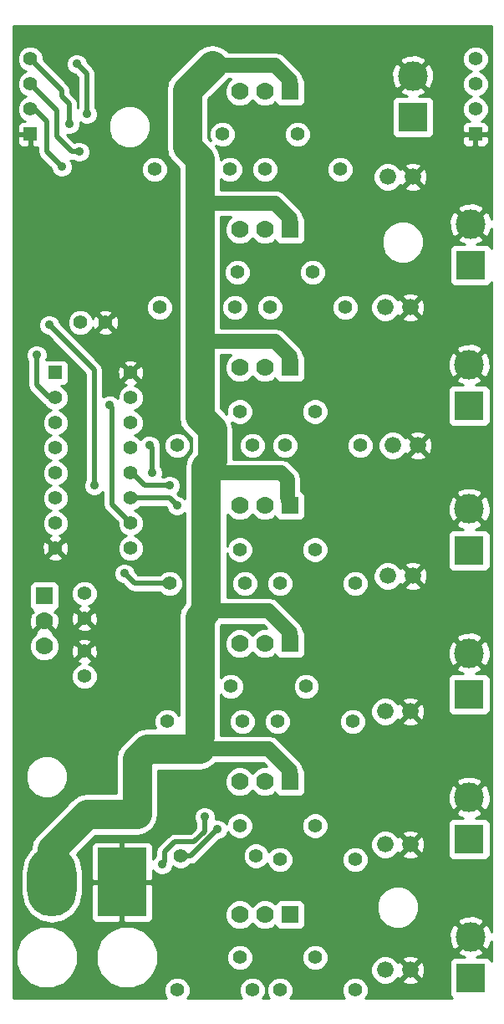
<source format=gbl>
%FSLAX46Y46*%
G04 Gerber Fmt 4.6, Leading zero omitted, Abs format (unit mm)*
G04 Created by KiCad (PCBNEW (2014-jan-25)-product) date Mon 14 Jul 2014 01:36:15 BST*
%MOMM*%
G01*
G04 APERTURE LIST*
%ADD10C,0.100000*%
%ADD11R,1.397000X1.397000*%
%ADD12C,1.397000*%
%ADD13C,1.778000*%
%ADD14R,1.778000X1.778000*%
%ADD15C,1.676400*%
%ADD16R,5.000000X7.000000*%
%ADD17O,5.000000X7.000000*%
%ADD18R,3.000000X3.000000*%
%ADD19C,3.000000*%
%ADD20C,0.889000*%
%ADD21C,0.254000*%
%ADD22C,3.000000*%
%ADD23C,1.500000*%
%ADD24C,0.500000*%
G04 APERTURE END LIST*
D10*
D11*
X126365000Y-54610000D03*
D12*
X126365000Y-57150000D03*
X126365000Y-59690000D03*
X126365000Y-62230000D03*
X126365000Y-64770000D03*
X126365000Y-67310000D03*
X126365000Y-69850000D03*
X126365000Y-72390000D03*
X133985000Y-72390000D03*
X133985000Y-69850000D03*
X133985000Y-67310000D03*
X133985000Y-64770000D03*
X133985000Y-62230000D03*
X133985000Y-59690000D03*
X133985000Y-57150000D03*
X133985000Y-54610000D03*
D13*
X125222000Y-82296000D03*
X125222000Y-79756000D03*
D14*
X125222000Y-77216000D03*
D15*
X160020000Y-34798000D03*
X162560000Y-34798000D03*
X159766000Y-48006000D03*
X162306000Y-48006000D03*
X160528000Y-61976000D03*
X163068000Y-61976000D03*
X160020000Y-75184000D03*
X162560000Y-75184000D03*
X159766000Y-88900000D03*
X162306000Y-88900000D03*
X159766000Y-102362000D03*
X162306000Y-102362000D03*
X159766000Y-115062000D03*
X162306000Y-115062000D03*
D12*
X129286000Y-85344000D03*
X129286000Y-82804000D03*
X129286000Y-76962000D03*
X129286000Y-79502000D03*
X128905000Y-49530000D03*
X131445000Y-49530000D03*
D16*
X133096000Y-106172000D03*
D17*
X125984000Y-106172000D03*
D11*
X123825000Y-30480000D03*
D12*
X123825000Y-27940000D03*
X123825000Y-25400000D03*
X123825000Y-22860000D03*
D11*
X168910000Y-30480000D03*
D12*
X168910000Y-27940000D03*
X168910000Y-25400000D03*
X168910000Y-22860000D03*
D13*
X145034000Y-26162000D03*
X147574000Y-26162000D03*
D14*
X150114000Y-26162000D03*
D13*
X145034000Y-40132000D03*
X147574000Y-40132000D03*
D14*
X150114000Y-40132000D03*
D13*
X145034000Y-54102000D03*
X147574000Y-54102000D03*
D14*
X150114000Y-54102000D03*
D13*
X145034000Y-68072000D03*
X147574000Y-68072000D03*
D14*
X150114000Y-68072000D03*
D13*
X145034000Y-82042000D03*
X147574000Y-82042000D03*
D14*
X150114000Y-82042000D03*
D13*
X145034000Y-96012000D03*
X147574000Y-96012000D03*
D14*
X150114000Y-96012000D03*
D13*
X145034000Y-109474000D03*
X147574000Y-109474000D03*
D14*
X150114000Y-109474000D03*
D12*
X143256000Y-30480000D03*
X150876000Y-30480000D03*
X144018000Y-34036000D03*
X136398000Y-34036000D03*
X144780000Y-44450000D03*
X152400000Y-44450000D03*
X144526000Y-48006000D03*
X136906000Y-48006000D03*
X145034000Y-58547000D03*
X152654000Y-58547000D03*
X146304000Y-61976000D03*
X138684000Y-61976000D03*
X145034000Y-72517000D03*
X152654000Y-72517000D03*
X145542000Y-75946000D03*
X137922000Y-75946000D03*
X145034000Y-100457000D03*
X152654000Y-100457000D03*
X146685000Y-103505000D03*
X139065000Y-103505000D03*
X145034000Y-113792000D03*
X152654000Y-113792000D03*
X146304000Y-117094000D03*
X138684000Y-117094000D03*
X144145000Y-86360000D03*
X151765000Y-86360000D03*
X145288000Y-89916000D03*
X137668000Y-89916000D03*
X155194000Y-34036000D03*
X147574000Y-34036000D03*
X155702000Y-48006000D03*
X148082000Y-48006000D03*
X157226000Y-61976000D03*
X149606000Y-61976000D03*
X156718000Y-75946000D03*
X149098000Y-75946000D03*
X156464000Y-89916000D03*
X148844000Y-89916000D03*
X156718000Y-103886000D03*
X149098000Y-103886000D03*
X156718000Y-117094000D03*
X149098000Y-117094000D03*
D18*
X162560000Y-28770000D03*
D19*
X162560000Y-24570000D03*
D18*
X168402000Y-43756000D03*
D19*
X168402000Y-39556000D03*
D18*
X168275000Y-57980000D03*
D19*
X168275000Y-53780000D03*
D18*
X168275000Y-72585000D03*
D19*
X168275000Y-68385000D03*
D18*
X168275000Y-87190000D03*
D19*
X168275000Y-82990000D03*
D18*
X168275000Y-101795000D03*
D19*
X168275000Y-97595000D03*
D18*
X168402000Y-115892000D03*
D19*
X168402000Y-111692000D03*
D20*
X138938000Y-95504000D03*
X140462000Y-96012000D03*
X140462000Y-97536000D03*
X138938000Y-97282000D03*
X137414000Y-97282000D03*
X137414000Y-98806000D03*
X139192000Y-98806000D03*
X137414000Y-95504000D03*
X133350000Y-74930000D03*
X138684000Y-68072000D03*
X127000000Y-33782000D03*
X131826000Y-57912000D03*
X137922000Y-66040000D03*
X142748000Y-100838000D03*
X141478000Y-99568000D03*
X135890000Y-61976000D03*
X136144000Y-64770000D03*
X137160000Y-104394000D03*
X128778000Y-32258000D03*
X124460000Y-52832000D03*
X127762000Y-29464000D03*
X129540000Y-28448000D03*
X128524000Y-23368000D03*
X130302000Y-66040000D03*
X125730000Y-49784000D03*
D21*
X137414000Y-95504000D02*
X138938000Y-95504000D01*
X140462000Y-96012000D02*
X140462000Y-97536000D01*
X138938000Y-97282000D02*
X137414000Y-97282000D01*
X137414000Y-98806000D02*
X139192000Y-98806000D01*
D22*
X140970000Y-79375000D02*
X141605000Y-78740000D01*
X140970000Y-91440000D02*
X140970000Y-79375000D01*
D23*
X141605000Y-78740000D02*
X147955000Y-78740000D01*
X150114000Y-80899000D02*
X150114000Y-82042000D01*
X147955000Y-78740000D02*
X150114000Y-80899000D01*
X141605000Y-64770000D02*
X149225000Y-64770000D01*
X149860000Y-65405000D02*
X149860000Y-67310000D01*
X149225000Y-64770000D02*
X149860000Y-65405000D01*
X149860000Y-67310000D02*
X150114000Y-68072000D01*
X140970000Y-51435000D02*
X148590000Y-51435000D01*
X150114000Y-52959000D02*
X150114000Y-54102000D01*
X148590000Y-51435000D02*
X150114000Y-52959000D01*
X140970000Y-37465000D02*
X148590000Y-37465000D01*
X150114000Y-38989000D02*
X150114000Y-40132000D01*
X148590000Y-37465000D02*
X150114000Y-38989000D01*
X142240000Y-23495000D02*
X148590000Y-23495000D01*
D22*
X139700000Y-26035000D02*
X142240000Y-23495000D01*
X140970000Y-46355000D02*
X140970000Y-37465000D01*
X140970000Y-37465000D02*
X140970000Y-33020000D01*
X142240000Y-60325000D02*
X140970000Y-59055000D01*
X140970000Y-59055000D02*
X140970000Y-51435000D01*
X140970000Y-51435000D02*
X140970000Y-46355000D01*
X141605000Y-78740000D02*
X141605000Y-64770000D01*
X141605000Y-64770000D02*
X141605000Y-64135000D01*
X141605000Y-64135000D02*
X142240000Y-63500000D01*
X142240000Y-63500000D02*
X142240000Y-60325000D01*
X140970000Y-33020000D02*
X139700000Y-31750000D01*
X139700000Y-31750000D02*
X139700000Y-26035000D01*
D23*
X150114000Y-25019000D02*
X150114000Y-26162000D01*
X148590000Y-23495000D02*
X150114000Y-25019000D01*
D22*
X125984000Y-102870000D02*
X125984000Y-106172000D01*
X129540000Y-99314000D02*
X125984000Y-102870000D01*
X134620000Y-93726000D02*
X135636000Y-92710000D01*
X135636000Y-92710000D02*
X140970000Y-92710000D01*
D23*
X147955000Y-92710000D02*
X150114000Y-94869000D01*
X150114000Y-96012000D02*
X150114000Y-94869000D01*
X140970000Y-92710000D02*
X147955000Y-92710000D01*
D22*
X134620000Y-99314000D02*
X134620000Y-93726000D01*
X134620000Y-99314000D02*
X129540000Y-99314000D01*
D24*
X134366000Y-75946000D02*
X135128000Y-75946000D01*
X137922000Y-75946000D02*
X135128000Y-75946000D01*
X133350000Y-74930000D02*
X134366000Y-75946000D01*
X137922000Y-67310000D02*
X138684000Y-68072000D01*
X133985000Y-67310000D02*
X137922000Y-67310000D01*
X125476000Y-32258000D02*
X127000000Y-33782000D01*
X125476000Y-29210000D02*
X125476000Y-32258000D01*
X132080000Y-67945000D02*
X133985000Y-69850000D01*
X132080000Y-58166000D02*
X132080000Y-67945000D01*
X131826000Y-57912000D02*
X132080000Y-58166000D01*
X124206000Y-27940000D02*
X125476000Y-29210000D01*
X123825000Y-27940000D02*
X124206000Y-27940000D01*
X133985000Y-64770000D02*
X134112000Y-64770000D01*
X135382000Y-66040000D02*
X137922000Y-66040000D01*
X135382000Y-66040000D02*
X134112000Y-64770000D01*
X139065000Y-103505000D02*
X140081000Y-103505000D01*
X142748000Y-100838000D02*
X140081000Y-103505000D01*
X135890000Y-61976000D02*
X136144000Y-62230000D01*
X136144000Y-62230000D02*
X136144000Y-64770000D01*
X141478000Y-101041680D02*
X141478000Y-99568000D01*
X140436840Y-102082840D02*
X141478000Y-101041680D01*
X138455160Y-102082840D02*
X140436840Y-102082840D01*
X137414000Y-103124000D02*
X138455160Y-102082840D01*
X137414000Y-104140000D02*
X137414000Y-103124000D01*
X137160000Y-104394000D02*
X137414000Y-104140000D01*
X126492000Y-28448000D02*
X126492000Y-28067000D01*
X126492000Y-28448000D02*
X126492000Y-30734000D01*
X126492000Y-30734000D02*
X128016000Y-32258000D01*
X128016000Y-32258000D02*
X128778000Y-32258000D01*
X123825000Y-25400000D02*
X126492000Y-28067000D01*
X125730000Y-57150000D02*
X126365000Y-57150000D01*
X127000000Y-26035000D02*
X123825000Y-22860000D01*
X125730000Y-57150000D02*
X124460000Y-55880000D01*
X124460000Y-52832000D02*
X124460000Y-55880000D01*
X127762000Y-27432000D02*
X127762000Y-29464000D01*
X127000000Y-26670000D02*
X127762000Y-27432000D01*
X127000000Y-26670000D02*
X127000000Y-26035000D01*
X128524000Y-23368000D02*
X129540000Y-24384000D01*
X129540000Y-24384000D02*
X129540000Y-28448000D01*
X130302000Y-54356000D02*
X130302000Y-66040000D01*
X125730000Y-49784000D02*
X130302000Y-54356000D01*
D21*
G36*
X170511000Y-114202921D02*
X170440327Y-114032302D01*
X170261699Y-113853673D01*
X170028310Y-113757000D01*
X169775691Y-113757000D01*
X169015853Y-113757000D01*
X169576582Y-113524739D01*
X169736365Y-113205970D01*
X168402000Y-111871605D01*
X168222395Y-112051210D01*
X168222395Y-111692000D01*
X166888030Y-110357635D01*
X166569261Y-110517418D01*
X166259277Y-111308187D01*
X166275503Y-112157387D01*
X166569261Y-112866582D01*
X166888030Y-113026365D01*
X168222395Y-111692000D01*
X168222395Y-112051210D01*
X167067635Y-113205970D01*
X167227418Y-113524739D01*
X167819915Y-113757000D01*
X166775691Y-113757000D01*
X166542302Y-113853673D01*
X166363673Y-114032301D01*
X166267000Y-114265690D01*
X166267000Y-114518309D01*
X166267000Y-117518309D01*
X166363673Y-117751698D01*
X166542301Y-117930327D01*
X166548754Y-117933000D01*
X164702723Y-117933000D01*
X164702723Y-24953813D01*
X164686497Y-24104613D01*
X164392739Y-23395418D01*
X164073970Y-23235635D01*
X163894365Y-23415240D01*
X163894365Y-23056030D01*
X163734582Y-22737261D01*
X162943813Y-22427277D01*
X162094613Y-22443503D01*
X161385418Y-22737261D01*
X161225635Y-23056030D01*
X162560000Y-24390395D01*
X163894365Y-23056030D01*
X163894365Y-23415240D01*
X162739605Y-24570000D01*
X164073970Y-25904365D01*
X164392739Y-25744582D01*
X164702723Y-24953813D01*
X164702723Y-117933000D01*
X164695000Y-117933000D01*
X164695000Y-30396310D01*
X164695000Y-30143691D01*
X164695000Y-27143691D01*
X164598327Y-26910302D01*
X164419699Y-26731673D01*
X164186310Y-26635000D01*
X163933691Y-26635000D01*
X163173853Y-26635000D01*
X163734582Y-26402739D01*
X163894365Y-26083970D01*
X162560000Y-24749605D01*
X162380395Y-24929210D01*
X162380395Y-24570000D01*
X161046030Y-23235635D01*
X160727261Y-23395418D01*
X160417277Y-24186187D01*
X160433503Y-25035387D01*
X160727261Y-25744582D01*
X161046030Y-25904365D01*
X162380395Y-24570000D01*
X162380395Y-24929210D01*
X161225635Y-26083970D01*
X161385418Y-26402739D01*
X161977915Y-26635000D01*
X160933691Y-26635000D01*
X160700302Y-26731673D01*
X160521673Y-26910301D01*
X160425000Y-27143690D01*
X160425000Y-27396309D01*
X160425000Y-30396309D01*
X160521673Y-30629698D01*
X160700301Y-30808327D01*
X160933690Y-30905000D01*
X161186309Y-30905000D01*
X164186309Y-30905000D01*
X164419698Y-30808327D01*
X164598327Y-30629699D01*
X164695000Y-30396310D01*
X164695000Y-117933000D01*
X164552977Y-117933000D01*
X164552977Y-62201903D01*
X164526389Y-61616431D01*
X164353490Y-61199017D01*
X164103413Y-61120192D01*
X164044977Y-61178628D01*
X164044977Y-35023903D01*
X164018389Y-34438431D01*
X163845490Y-34021017D01*
X163595413Y-33942192D01*
X163415808Y-34121797D01*
X163415808Y-33762587D01*
X163336983Y-33512510D01*
X162785903Y-33313023D01*
X162200431Y-33339611D01*
X161783017Y-33512510D01*
X161704192Y-33762587D01*
X162560000Y-34618395D01*
X163415808Y-33762587D01*
X163415808Y-34121797D01*
X162739605Y-34798000D01*
X163595413Y-35653808D01*
X163845490Y-35574983D01*
X164044977Y-35023903D01*
X164044977Y-61178628D01*
X163923808Y-61299797D01*
X163923808Y-60940587D01*
X163844983Y-60690510D01*
X163790977Y-60670960D01*
X163790977Y-48231903D01*
X163764389Y-47646431D01*
X163679240Y-47440863D01*
X163679240Y-40979211D01*
X163415808Y-40341657D01*
X163415808Y-35833413D01*
X162560000Y-34977605D01*
X162380395Y-35157210D01*
X162380395Y-34798000D01*
X161524587Y-33942192D01*
X161290836Y-34015870D01*
X161269647Y-33964589D01*
X160855591Y-33549810D01*
X160314323Y-33325056D01*
X159728248Y-33324545D01*
X159186589Y-33548353D01*
X158771810Y-33962409D01*
X158547056Y-34503677D01*
X158546545Y-35089752D01*
X158770353Y-35631411D01*
X159184409Y-36046190D01*
X159725677Y-36270944D01*
X160311752Y-36271455D01*
X160853411Y-36047647D01*
X161268190Y-35633591D01*
X161290441Y-35580004D01*
X161524587Y-35653808D01*
X162380395Y-34798000D01*
X162380395Y-35157210D01*
X161704192Y-35833413D01*
X161783017Y-36083490D01*
X162334097Y-36282977D01*
X162919569Y-36256389D01*
X163336983Y-36083490D01*
X163415808Y-35833413D01*
X163415808Y-40341657D01*
X163354910Y-40194273D01*
X162754886Y-39593200D01*
X161970515Y-39267501D01*
X161121211Y-39266760D01*
X160336273Y-39591090D01*
X159735200Y-40191114D01*
X159409501Y-40975485D01*
X159408760Y-41824789D01*
X159733090Y-42609727D01*
X160333114Y-43210800D01*
X161117485Y-43536499D01*
X161966789Y-43537240D01*
X162751727Y-43212910D01*
X163352800Y-42612886D01*
X163678499Y-41828515D01*
X163679240Y-40979211D01*
X163679240Y-47440863D01*
X163591490Y-47229017D01*
X163341413Y-47150192D01*
X163161808Y-47329797D01*
X163161808Y-46970587D01*
X163082983Y-46720510D01*
X162531903Y-46521023D01*
X161946431Y-46547611D01*
X161529017Y-46720510D01*
X161450192Y-46970587D01*
X162306000Y-47826395D01*
X163161808Y-46970587D01*
X163161808Y-47329797D01*
X162485605Y-48006000D01*
X163341413Y-48861808D01*
X163591490Y-48782983D01*
X163790977Y-48231903D01*
X163790977Y-60670960D01*
X163293903Y-60491023D01*
X163161808Y-60497021D01*
X163161808Y-49041413D01*
X162306000Y-48185605D01*
X162126395Y-48365210D01*
X162126395Y-48006000D01*
X161270587Y-47150192D01*
X161036836Y-47223870D01*
X161015647Y-47172589D01*
X160601591Y-46757810D01*
X160060323Y-46533056D01*
X159474248Y-46532545D01*
X158932589Y-46756353D01*
X158517810Y-47170409D01*
X158293056Y-47711677D01*
X158292545Y-48297752D01*
X158516353Y-48839411D01*
X158930409Y-49254190D01*
X159471677Y-49478944D01*
X160057752Y-49479455D01*
X160599411Y-49255647D01*
X161014190Y-48841591D01*
X161036441Y-48788004D01*
X161270587Y-48861808D01*
X162126395Y-48006000D01*
X162126395Y-48365210D01*
X161450192Y-49041413D01*
X161529017Y-49291490D01*
X162080097Y-49490977D01*
X162665569Y-49464389D01*
X163082983Y-49291490D01*
X163161808Y-49041413D01*
X163161808Y-60497021D01*
X162708431Y-60517611D01*
X162291017Y-60690510D01*
X162212192Y-60940587D01*
X163068000Y-61796395D01*
X163923808Y-60940587D01*
X163923808Y-61299797D01*
X163247605Y-61976000D01*
X164103413Y-62831808D01*
X164353490Y-62752983D01*
X164552977Y-62201903D01*
X164552977Y-117933000D01*
X164044977Y-117933000D01*
X164044977Y-75409903D01*
X164018389Y-74824431D01*
X163923808Y-74596092D01*
X163923808Y-63011413D01*
X163068000Y-62155605D01*
X162888395Y-62335210D01*
X162888395Y-61976000D01*
X162032587Y-61120192D01*
X161798836Y-61193870D01*
X161777647Y-61142589D01*
X161363591Y-60727810D01*
X160822323Y-60503056D01*
X160236248Y-60502545D01*
X159694589Y-60726353D01*
X159279810Y-61140409D01*
X159055056Y-61681677D01*
X159054545Y-62267752D01*
X159278353Y-62809411D01*
X159692409Y-63224190D01*
X160233677Y-63448944D01*
X160819752Y-63449455D01*
X161361411Y-63225647D01*
X161776190Y-62811591D01*
X161798441Y-62758004D01*
X162032587Y-62831808D01*
X162888395Y-61976000D01*
X162888395Y-62335210D01*
X162212192Y-63011413D01*
X162291017Y-63261490D01*
X162842097Y-63460977D01*
X163427569Y-63434389D01*
X163844983Y-63261490D01*
X163923808Y-63011413D01*
X163923808Y-74596092D01*
X163845490Y-74407017D01*
X163595413Y-74328192D01*
X163415808Y-74507797D01*
X163415808Y-74148587D01*
X163336983Y-73898510D01*
X162785903Y-73699023D01*
X162200431Y-73725611D01*
X161783017Y-73898510D01*
X161704192Y-74148587D01*
X162560000Y-75004395D01*
X163415808Y-74148587D01*
X163415808Y-74507797D01*
X162739605Y-75184000D01*
X163595413Y-76039808D01*
X163845490Y-75960983D01*
X164044977Y-75409903D01*
X164044977Y-117933000D01*
X163790977Y-117933000D01*
X163790977Y-115287903D01*
X163790977Y-102587903D01*
X163790977Y-89125903D01*
X163764389Y-88540431D01*
X163591490Y-88123017D01*
X163415808Y-88067641D01*
X163415808Y-76219413D01*
X162560000Y-75363605D01*
X162380395Y-75543210D01*
X162380395Y-75184000D01*
X161524587Y-74328192D01*
X161290836Y-74401870D01*
X161269647Y-74350589D01*
X160855591Y-73935810D01*
X160314323Y-73711056D01*
X159728248Y-73710545D01*
X159186589Y-73934353D01*
X158771810Y-74348409D01*
X158559731Y-74859152D01*
X158559731Y-61711914D01*
X158357146Y-61221620D01*
X157982353Y-60846173D01*
X157492413Y-60642732D01*
X157035731Y-60642333D01*
X157035731Y-47741914D01*
X156833146Y-47251620D01*
X156527731Y-46945672D01*
X156527731Y-33771914D01*
X156325146Y-33281620D01*
X155950353Y-32906173D01*
X155460413Y-32702732D01*
X154929914Y-32702269D01*
X154439620Y-32904854D01*
X154064173Y-33279647D01*
X153860732Y-33769587D01*
X153860269Y-34300086D01*
X154062854Y-34790380D01*
X154437647Y-35165827D01*
X154927587Y-35369268D01*
X155458086Y-35369731D01*
X155948380Y-35167146D01*
X156323827Y-34792353D01*
X156527268Y-34302413D01*
X156527731Y-33771914D01*
X156527731Y-46945672D01*
X156458353Y-46876173D01*
X155968413Y-46672732D01*
X155437914Y-46672269D01*
X154947620Y-46874854D01*
X154572173Y-47249647D01*
X154368732Y-47739587D01*
X154368269Y-48270086D01*
X154570854Y-48760380D01*
X154945647Y-49135827D01*
X155435587Y-49339268D01*
X155966086Y-49339731D01*
X156456380Y-49137146D01*
X156831827Y-48762353D01*
X157035268Y-48272413D01*
X157035731Y-47741914D01*
X157035731Y-60642333D01*
X156961914Y-60642269D01*
X156471620Y-60844854D01*
X156096173Y-61219647D01*
X155892732Y-61709587D01*
X155892269Y-62240086D01*
X156094854Y-62730380D01*
X156469647Y-63105827D01*
X156959587Y-63309268D01*
X157490086Y-63309731D01*
X157980380Y-63107146D01*
X158355827Y-62732353D01*
X158559268Y-62242413D01*
X158559731Y-61711914D01*
X158559731Y-74859152D01*
X158547056Y-74889677D01*
X158546545Y-75475752D01*
X158770353Y-76017411D01*
X159184409Y-76432190D01*
X159725677Y-76656944D01*
X160311752Y-76657455D01*
X160853411Y-76433647D01*
X161268190Y-76019591D01*
X161290441Y-75966004D01*
X161524587Y-76039808D01*
X162380395Y-75184000D01*
X162380395Y-75543210D01*
X161704192Y-76219413D01*
X161783017Y-76469490D01*
X162334097Y-76668977D01*
X162919569Y-76642389D01*
X163336983Y-76469490D01*
X163415808Y-76219413D01*
X163415808Y-88067641D01*
X163341413Y-88044192D01*
X163161808Y-88223797D01*
X163161808Y-87864587D01*
X163082983Y-87614510D01*
X162531903Y-87415023D01*
X161946431Y-87441611D01*
X161529017Y-87614510D01*
X161450192Y-87864587D01*
X162306000Y-88720395D01*
X163161808Y-87864587D01*
X163161808Y-88223797D01*
X162485605Y-88900000D01*
X163341413Y-89755808D01*
X163591490Y-89676983D01*
X163790977Y-89125903D01*
X163790977Y-102587903D01*
X163764389Y-102002431D01*
X163591490Y-101585017D01*
X163341413Y-101506192D01*
X163161808Y-101685797D01*
X163161808Y-101326587D01*
X163161808Y-89935413D01*
X162306000Y-89079605D01*
X162126395Y-89259210D01*
X162126395Y-88900000D01*
X161270587Y-88044192D01*
X161036836Y-88117870D01*
X161015647Y-88066589D01*
X160601591Y-87651810D01*
X160060323Y-87427056D01*
X159474248Y-87426545D01*
X158932589Y-87650353D01*
X158517810Y-88064409D01*
X158293056Y-88605677D01*
X158292545Y-89191752D01*
X158516353Y-89733411D01*
X158930409Y-90148190D01*
X159471677Y-90372944D01*
X160057752Y-90373455D01*
X160599411Y-90149647D01*
X161014190Y-89735591D01*
X161036441Y-89682004D01*
X161270587Y-89755808D01*
X162126395Y-88900000D01*
X162126395Y-89259210D01*
X161450192Y-89935413D01*
X161529017Y-90185490D01*
X162080097Y-90384977D01*
X162665569Y-90358389D01*
X163082983Y-90185490D01*
X163161808Y-89935413D01*
X163161808Y-101326587D01*
X163082983Y-101076510D01*
X162531903Y-100877023D01*
X161946431Y-100903611D01*
X161529017Y-101076510D01*
X161450192Y-101326587D01*
X162306000Y-102182395D01*
X163161808Y-101326587D01*
X163161808Y-101685797D01*
X162485605Y-102362000D01*
X163341413Y-103217808D01*
X163591490Y-103138983D01*
X163790977Y-102587903D01*
X163790977Y-115287903D01*
X163764389Y-114702431D01*
X163591490Y-114285017D01*
X163341413Y-114206192D01*
X163171240Y-114376365D01*
X163171240Y-108289211D01*
X163161808Y-108266383D01*
X163161808Y-103397413D01*
X162306000Y-102541605D01*
X162126395Y-102721210D01*
X162126395Y-102362000D01*
X161270587Y-101506192D01*
X161036836Y-101579870D01*
X161015647Y-101528589D01*
X160601591Y-101113810D01*
X160060323Y-100889056D01*
X159474248Y-100888545D01*
X158932589Y-101112353D01*
X158517810Y-101526409D01*
X158293056Y-102067677D01*
X158292545Y-102653752D01*
X158516353Y-103195411D01*
X158930409Y-103610190D01*
X159471677Y-103834944D01*
X160057752Y-103835455D01*
X160599411Y-103611647D01*
X161014190Y-103197591D01*
X161036441Y-103144004D01*
X161270587Y-103217808D01*
X162126395Y-102362000D01*
X162126395Y-102721210D01*
X161450192Y-103397413D01*
X161529017Y-103647490D01*
X162080097Y-103846977D01*
X162665569Y-103820389D01*
X163082983Y-103647490D01*
X163161808Y-103397413D01*
X163161808Y-108266383D01*
X162846910Y-107504273D01*
X162246886Y-106903200D01*
X161462515Y-106577501D01*
X160613211Y-106576760D01*
X159828273Y-106901090D01*
X159227200Y-107501114D01*
X158901501Y-108285485D01*
X158900760Y-109134789D01*
X159225090Y-109919727D01*
X159825114Y-110520800D01*
X160609485Y-110846499D01*
X161458789Y-110847240D01*
X162243727Y-110522910D01*
X162844800Y-109922886D01*
X163170499Y-109138515D01*
X163171240Y-108289211D01*
X163171240Y-114376365D01*
X163161808Y-114385797D01*
X163161808Y-114026587D01*
X163082983Y-113776510D01*
X162531903Y-113577023D01*
X161946431Y-113603611D01*
X161529017Y-113776510D01*
X161450192Y-114026587D01*
X162306000Y-114882395D01*
X163161808Y-114026587D01*
X163161808Y-114385797D01*
X162485605Y-115062000D01*
X163341413Y-115917808D01*
X163591490Y-115838983D01*
X163790977Y-115287903D01*
X163790977Y-117933000D01*
X163161808Y-117933000D01*
X163161808Y-116097413D01*
X162306000Y-115241605D01*
X162126395Y-115421210D01*
X162126395Y-115062000D01*
X161270587Y-114206192D01*
X161036836Y-114279870D01*
X161015647Y-114228589D01*
X160601591Y-113813810D01*
X160060323Y-113589056D01*
X159474248Y-113588545D01*
X158932589Y-113812353D01*
X158517810Y-114226409D01*
X158293056Y-114767677D01*
X158292545Y-115353752D01*
X158516353Y-115895411D01*
X158930409Y-116310190D01*
X159471677Y-116534944D01*
X160057752Y-116535455D01*
X160599411Y-116311647D01*
X161014190Y-115897591D01*
X161036441Y-115844004D01*
X161270587Y-115917808D01*
X162126395Y-115062000D01*
X162126395Y-115421210D01*
X161450192Y-116097413D01*
X161529017Y-116347490D01*
X162080097Y-116546977D01*
X162665569Y-116520389D01*
X163082983Y-116347490D01*
X163161808Y-116097413D01*
X163161808Y-117933000D01*
X157765035Y-117933000D01*
X157847827Y-117850353D01*
X158051268Y-117360413D01*
X158051731Y-116829914D01*
X158051731Y-103621914D01*
X158051731Y-75681914D01*
X157849146Y-75191620D01*
X157474353Y-74816173D01*
X156984413Y-74612732D01*
X156453914Y-74612269D01*
X155963620Y-74814854D01*
X155588173Y-75189647D01*
X155384732Y-75679587D01*
X155384269Y-76210086D01*
X155586854Y-76700380D01*
X155961647Y-77075827D01*
X156451587Y-77279268D01*
X156982086Y-77279731D01*
X157472380Y-77077146D01*
X157847827Y-76702353D01*
X158051268Y-76212413D01*
X158051731Y-75681914D01*
X158051731Y-103621914D01*
X157849146Y-103131620D01*
X157797731Y-103080115D01*
X157797731Y-89651914D01*
X157595146Y-89161620D01*
X157220353Y-88786173D01*
X156730413Y-88582732D01*
X156199914Y-88582269D01*
X155709620Y-88784854D01*
X155334173Y-89159647D01*
X155130732Y-89649587D01*
X155130269Y-90180086D01*
X155332854Y-90670380D01*
X155707647Y-91045827D01*
X156197587Y-91249268D01*
X156728086Y-91249731D01*
X157218380Y-91047146D01*
X157593827Y-90672353D01*
X157797268Y-90182413D01*
X157797731Y-89651914D01*
X157797731Y-103080115D01*
X157474353Y-102756173D01*
X156984413Y-102552732D01*
X156453914Y-102552269D01*
X155963620Y-102754854D01*
X155588173Y-103129647D01*
X155384732Y-103619587D01*
X155384269Y-104150086D01*
X155586854Y-104640380D01*
X155961647Y-105015827D01*
X156451587Y-105219268D01*
X156982086Y-105219731D01*
X157472380Y-105017146D01*
X157847827Y-104642353D01*
X158051268Y-104152413D01*
X158051731Y-103621914D01*
X158051731Y-116829914D01*
X157849146Y-116339620D01*
X157474353Y-115964173D01*
X156984413Y-115760732D01*
X156453914Y-115760269D01*
X155963620Y-115962854D01*
X155588173Y-116337647D01*
X155384732Y-116827587D01*
X155384269Y-117358086D01*
X155586854Y-117848380D01*
X155671326Y-117933000D01*
X153987731Y-117933000D01*
X153987731Y-113527914D01*
X153987731Y-100192914D01*
X153987731Y-72252914D01*
X153987731Y-58282914D01*
X153785146Y-57792620D01*
X153733731Y-57741115D01*
X153733731Y-44185914D01*
X153531146Y-43695620D01*
X153156353Y-43320173D01*
X152666413Y-43116732D01*
X152209731Y-43116333D01*
X152209731Y-30215914D01*
X152007146Y-29725620D01*
X151632353Y-29350173D01*
X151142413Y-29146732D01*
X150611914Y-29146269D01*
X150121620Y-29348854D01*
X149746173Y-29723647D01*
X149542732Y-30213587D01*
X149542269Y-30744086D01*
X149744854Y-31234380D01*
X150119647Y-31609827D01*
X150609587Y-31813268D01*
X151140086Y-31813731D01*
X151630380Y-31611146D01*
X152005827Y-31236353D01*
X152209268Y-30746413D01*
X152209731Y-30215914D01*
X152209731Y-43116333D01*
X152135914Y-43116269D01*
X151645620Y-43318854D01*
X151270173Y-43693647D01*
X151066732Y-44183587D01*
X151066269Y-44714086D01*
X151268854Y-45204380D01*
X151643647Y-45579827D01*
X152133587Y-45783268D01*
X152664086Y-45783731D01*
X153154380Y-45581146D01*
X153529827Y-45206353D01*
X153733268Y-44716413D01*
X153733731Y-44185914D01*
X153733731Y-57741115D01*
X153410353Y-57417173D01*
X152920413Y-57213732D01*
X152389914Y-57213269D01*
X151899620Y-57415854D01*
X151524173Y-57790647D01*
X151320732Y-58280587D01*
X151320269Y-58811086D01*
X151522854Y-59301380D01*
X151897647Y-59676827D01*
X152387587Y-59880268D01*
X152918086Y-59880731D01*
X153408380Y-59678146D01*
X153783827Y-59303353D01*
X153987268Y-58813413D01*
X153987731Y-58282914D01*
X153987731Y-72252914D01*
X153785146Y-71762620D01*
X153410353Y-71387173D01*
X152920413Y-71183732D01*
X152389914Y-71183269D01*
X151899620Y-71385854D01*
X151524173Y-71760647D01*
X151320732Y-72250587D01*
X151320269Y-72781086D01*
X151522854Y-73271380D01*
X151897647Y-73646827D01*
X152387587Y-73850268D01*
X152918086Y-73850731D01*
X153408380Y-73648146D01*
X153783827Y-73273353D01*
X153987268Y-72783413D01*
X153987731Y-72252914D01*
X153987731Y-100192914D01*
X153785146Y-99702620D01*
X153410353Y-99327173D01*
X153098731Y-99197776D01*
X153098731Y-86095914D01*
X152896146Y-85605620D01*
X152521353Y-85230173D01*
X152031413Y-85026732D01*
X151500914Y-85026269D01*
X151010620Y-85228854D01*
X150635173Y-85603647D01*
X150431732Y-86093587D01*
X150431269Y-86624086D01*
X150633854Y-87114380D01*
X151008647Y-87489827D01*
X151498587Y-87693268D01*
X152029086Y-87693731D01*
X152519380Y-87491146D01*
X152894827Y-87116353D01*
X153098268Y-86626413D01*
X153098731Y-86095914D01*
X153098731Y-99197776D01*
X152920413Y-99123732D01*
X152389914Y-99123269D01*
X151899620Y-99325854D01*
X151638000Y-99587018D01*
X151638000Y-97027310D01*
X151638000Y-96774691D01*
X151638000Y-94996691D01*
X151541327Y-94763302D01*
X151462244Y-94684219D01*
X151393573Y-94338984D01*
X151393573Y-94338983D01*
X151093343Y-93889657D01*
X150177731Y-92974045D01*
X150177731Y-89651914D01*
X149975146Y-89161620D01*
X149600353Y-88786173D01*
X149110413Y-88582732D01*
X148579914Y-88582269D01*
X148089620Y-88784854D01*
X147714173Y-89159647D01*
X147510732Y-89649587D01*
X147510269Y-90180086D01*
X147712854Y-90670380D01*
X148087647Y-91045827D01*
X148577587Y-91249268D01*
X149108086Y-91249731D01*
X149598380Y-91047146D01*
X149973827Y-90672353D01*
X150177268Y-90182413D01*
X150177731Y-89651914D01*
X150177731Y-92974045D01*
X148934343Y-91730657D01*
X148485017Y-91430427D01*
X147955000Y-91325000D01*
X146621731Y-91325000D01*
X146621731Y-89651914D01*
X146419146Y-89161620D01*
X146044353Y-88786173D01*
X145554413Y-88582732D01*
X145023914Y-88582269D01*
X144533620Y-88784854D01*
X144158173Y-89159647D01*
X143954732Y-89649587D01*
X143954269Y-90180086D01*
X144156854Y-90670380D01*
X144531647Y-91045827D01*
X145021587Y-91249268D01*
X145552086Y-91249731D01*
X146042380Y-91047146D01*
X146417827Y-90672353D01*
X146621268Y-90182413D01*
X146621731Y-89651914D01*
X146621731Y-91325000D01*
X143105000Y-91325000D01*
X143105000Y-87205685D01*
X143388647Y-87489827D01*
X143878587Y-87693268D01*
X144409086Y-87693731D01*
X144899380Y-87491146D01*
X145274827Y-87116353D01*
X145478268Y-86626413D01*
X145478731Y-86095914D01*
X145276146Y-85605620D01*
X144901353Y-85230173D01*
X144411413Y-85026732D01*
X143880914Y-85026269D01*
X143390620Y-85228854D01*
X143105000Y-85513976D01*
X143105000Y-80259346D01*
X143114673Y-80249673D01*
X143197976Y-80125000D01*
X147381314Y-80125000D01*
X147774488Y-80518174D01*
X147272188Y-80517736D01*
X146711851Y-80749262D01*
X146303664Y-81156737D01*
X145898404Y-80750769D01*
X145338472Y-80518265D01*
X144732188Y-80517736D01*
X144171851Y-80749262D01*
X143742769Y-81177596D01*
X143510265Y-81737528D01*
X143509736Y-82343812D01*
X143741262Y-82904149D01*
X144169596Y-83333231D01*
X144729528Y-83565735D01*
X145335812Y-83566264D01*
X145896149Y-83334738D01*
X146304335Y-82927262D01*
X146709596Y-83333231D01*
X147269528Y-83565735D01*
X147875812Y-83566264D01*
X148436149Y-83334738D01*
X148626292Y-83144926D01*
X148686673Y-83290698D01*
X148865301Y-83469327D01*
X149098690Y-83566000D01*
X149351309Y-83566000D01*
X151129309Y-83566000D01*
X151362698Y-83469327D01*
X151541327Y-83290699D01*
X151638000Y-83057310D01*
X151638000Y-82804691D01*
X151638000Y-81026691D01*
X151541327Y-80793302D01*
X151462244Y-80714219D01*
X151393573Y-80368984D01*
X151393573Y-80368983D01*
X151093343Y-79919657D01*
X150431731Y-79258045D01*
X150431731Y-75681914D01*
X150229146Y-75191620D01*
X149854353Y-74816173D01*
X149364413Y-74612732D01*
X148833914Y-74612269D01*
X148343620Y-74814854D01*
X147968173Y-75189647D01*
X147764732Y-75679587D01*
X147764269Y-76210086D01*
X147966854Y-76700380D01*
X148341647Y-77075827D01*
X148831587Y-77279268D01*
X149362086Y-77279731D01*
X149852380Y-77077146D01*
X150227827Y-76702353D01*
X150431268Y-76212413D01*
X150431731Y-75681914D01*
X150431731Y-79258045D01*
X148934343Y-77760657D01*
X148485017Y-77460427D01*
X147955000Y-77355000D01*
X146875731Y-77355000D01*
X146875731Y-75681914D01*
X146673146Y-75191620D01*
X146298353Y-74816173D01*
X145808413Y-74612732D01*
X145277914Y-74612269D01*
X144787620Y-74814854D01*
X144412173Y-75189647D01*
X144208732Y-75679587D01*
X144208269Y-76210086D01*
X144410854Y-76700380D01*
X144785647Y-77075827D01*
X145275587Y-77279268D01*
X145806086Y-77279731D01*
X146296380Y-77077146D01*
X146671827Y-76702353D01*
X146875268Y-76212413D01*
X146875731Y-75681914D01*
X146875731Y-77355000D01*
X143740000Y-77355000D01*
X143740000Y-72877242D01*
X143902854Y-73271380D01*
X144277647Y-73646827D01*
X144767587Y-73850268D01*
X145298086Y-73850731D01*
X145788380Y-73648146D01*
X146163827Y-73273353D01*
X146367268Y-72783413D01*
X146367731Y-72252914D01*
X146165146Y-71762620D01*
X145790353Y-71387173D01*
X145300413Y-71183732D01*
X144769914Y-71183269D01*
X144279620Y-71385854D01*
X143904173Y-71760647D01*
X143740000Y-72156019D01*
X143740000Y-68931094D01*
X143741262Y-68934149D01*
X144169596Y-69363231D01*
X144729528Y-69595735D01*
X145335812Y-69596264D01*
X145896149Y-69364738D01*
X146304335Y-68957262D01*
X146709596Y-69363231D01*
X147269528Y-69595735D01*
X147875812Y-69596264D01*
X148436149Y-69364738D01*
X148626292Y-69174926D01*
X148686673Y-69320698D01*
X148865301Y-69499327D01*
X149098690Y-69596000D01*
X149351309Y-69596000D01*
X151129309Y-69596000D01*
X151362698Y-69499327D01*
X151541327Y-69320699D01*
X151638000Y-69087310D01*
X151638000Y-68834691D01*
X151638000Y-67056691D01*
X151541327Y-66823302D01*
X151362699Y-66644673D01*
X151245000Y-66595920D01*
X151245000Y-65405000D01*
X151139574Y-64874984D01*
X151139573Y-64874983D01*
X150939731Y-64575898D01*
X150939731Y-61711914D01*
X150737146Y-61221620D01*
X150362353Y-60846173D01*
X149872413Y-60642732D01*
X149341914Y-60642269D01*
X148851620Y-60844854D01*
X148476173Y-61219647D01*
X148272732Y-61709587D01*
X148272269Y-62240086D01*
X148474854Y-62730380D01*
X148849647Y-63105827D01*
X149339587Y-63309268D01*
X149870086Y-63309731D01*
X150360380Y-63107146D01*
X150735827Y-62732353D01*
X150939268Y-62242413D01*
X150939731Y-61711914D01*
X150939731Y-64575898D01*
X150839343Y-64425657D01*
X150204343Y-63790657D01*
X149755017Y-63490427D01*
X149225000Y-63385000D01*
X147637731Y-63385000D01*
X147637731Y-61711914D01*
X147435146Y-61221620D01*
X147060353Y-60846173D01*
X146570413Y-60642732D01*
X146039914Y-60642269D01*
X145549620Y-60844854D01*
X145174173Y-61219647D01*
X144970732Y-61709587D01*
X144970269Y-62240086D01*
X145172854Y-62730380D01*
X145547647Y-63105827D01*
X146037587Y-63309268D01*
X146568086Y-63309731D01*
X147058380Y-63107146D01*
X147433827Y-62732353D01*
X147637268Y-62242413D01*
X147637731Y-61711914D01*
X147637731Y-63385000D01*
X144375000Y-63385000D01*
X144375000Y-60325000D01*
X144238213Y-59637324D01*
X144277647Y-59676827D01*
X144767587Y-59880268D01*
X145298086Y-59880731D01*
X145788380Y-59678146D01*
X146163827Y-59303353D01*
X146367268Y-58813413D01*
X146367731Y-58282914D01*
X146165146Y-57792620D01*
X145790353Y-57417173D01*
X145300413Y-57213732D01*
X144769914Y-57213269D01*
X144279620Y-57415854D01*
X143904173Y-57790647D01*
X143700732Y-58280587D01*
X143700308Y-58765962D01*
X143105000Y-58170654D01*
X143105000Y-52820000D01*
X144161094Y-52820000D01*
X143742769Y-53237596D01*
X143510265Y-53797528D01*
X143509736Y-54403812D01*
X143741262Y-54964149D01*
X144169596Y-55393231D01*
X144729528Y-55625735D01*
X145335812Y-55626264D01*
X145896149Y-55394738D01*
X146304335Y-54987262D01*
X146709596Y-55393231D01*
X147269528Y-55625735D01*
X147875812Y-55626264D01*
X148436149Y-55394738D01*
X148626292Y-55204926D01*
X148686673Y-55350698D01*
X148865301Y-55529327D01*
X149098690Y-55626000D01*
X149351309Y-55626000D01*
X151129309Y-55626000D01*
X151362698Y-55529327D01*
X151541327Y-55350699D01*
X151638000Y-55117310D01*
X151638000Y-54864691D01*
X151638000Y-53086691D01*
X151541327Y-52853302D01*
X151462244Y-52774219D01*
X151393573Y-52428984D01*
X151393573Y-52428983D01*
X151093343Y-51979657D01*
X149569343Y-50455657D01*
X149415731Y-50353016D01*
X149415731Y-47741914D01*
X149213146Y-47251620D01*
X148838353Y-46876173D01*
X148348413Y-46672732D01*
X147817914Y-46672269D01*
X147327620Y-46874854D01*
X146952173Y-47249647D01*
X146748732Y-47739587D01*
X146748269Y-48270086D01*
X146950854Y-48760380D01*
X147325647Y-49135827D01*
X147815587Y-49339268D01*
X148346086Y-49339731D01*
X148836380Y-49137146D01*
X149211827Y-48762353D01*
X149415268Y-48272413D01*
X149415731Y-47741914D01*
X149415731Y-50353016D01*
X149120017Y-50155427D01*
X148590000Y-50050000D01*
X146113731Y-50050000D01*
X146113731Y-44185914D01*
X145911146Y-43695620D01*
X145536353Y-43320173D01*
X145046413Y-43116732D01*
X144515914Y-43116269D01*
X144025620Y-43318854D01*
X143650173Y-43693647D01*
X143446732Y-44183587D01*
X143446269Y-44714086D01*
X143648854Y-45204380D01*
X144023647Y-45579827D01*
X144513587Y-45783268D01*
X145044086Y-45783731D01*
X145534380Y-45581146D01*
X145909827Y-45206353D01*
X146113268Y-44716413D01*
X146113731Y-44185914D01*
X146113731Y-50050000D01*
X145859731Y-50050000D01*
X145859731Y-47741914D01*
X145657146Y-47251620D01*
X145282353Y-46876173D01*
X144792413Y-46672732D01*
X144261914Y-46672269D01*
X143771620Y-46874854D01*
X143396173Y-47249647D01*
X143192732Y-47739587D01*
X143192269Y-48270086D01*
X143394854Y-48760380D01*
X143769647Y-49135827D01*
X144259587Y-49339268D01*
X144790086Y-49339731D01*
X145280380Y-49137146D01*
X145655827Y-48762353D01*
X145859268Y-48272413D01*
X145859731Y-47741914D01*
X145859731Y-50050000D01*
X143105000Y-50050000D01*
X143105000Y-46355000D01*
X143105000Y-38850000D01*
X144161094Y-38850000D01*
X143742769Y-39267596D01*
X143510265Y-39827528D01*
X143509736Y-40433812D01*
X143741262Y-40994149D01*
X144169596Y-41423231D01*
X144729528Y-41655735D01*
X145335812Y-41656264D01*
X145896149Y-41424738D01*
X146304335Y-41017262D01*
X146709596Y-41423231D01*
X147269528Y-41655735D01*
X147875812Y-41656264D01*
X148436149Y-41424738D01*
X148626292Y-41234926D01*
X148686673Y-41380698D01*
X148865301Y-41559327D01*
X149098690Y-41656000D01*
X149351309Y-41656000D01*
X151129309Y-41656000D01*
X151362698Y-41559327D01*
X151541327Y-41380699D01*
X151638000Y-41147310D01*
X151638000Y-40894691D01*
X151638000Y-39116691D01*
X151541327Y-38883302D01*
X151462244Y-38804219D01*
X151393573Y-38458984D01*
X151393573Y-38458983D01*
X151093343Y-38009657D01*
X149569343Y-36485657D01*
X149120017Y-36185427D01*
X148907731Y-36143200D01*
X148907731Y-33771914D01*
X148705146Y-33281620D01*
X148330353Y-32906173D01*
X147840413Y-32702732D01*
X147309914Y-32702269D01*
X146819620Y-32904854D01*
X146444173Y-33279647D01*
X146240732Y-33769587D01*
X146240269Y-34300086D01*
X146442854Y-34790380D01*
X146817647Y-35165827D01*
X147307587Y-35369268D01*
X147838086Y-35369731D01*
X148328380Y-35167146D01*
X148703827Y-34792353D01*
X148907268Y-34302413D01*
X148907731Y-33771914D01*
X148907731Y-36143200D01*
X148590000Y-36080000D01*
X143105000Y-36080000D01*
X143105000Y-35008906D01*
X143261647Y-35165827D01*
X143751587Y-35369268D01*
X144282086Y-35369731D01*
X144772380Y-35167146D01*
X145147827Y-34792353D01*
X145351268Y-34302413D01*
X145351731Y-33771914D01*
X145149146Y-33281620D01*
X144774353Y-32906173D01*
X144284413Y-32702732D01*
X143753914Y-32702269D01*
X143263620Y-32904854D01*
X143105000Y-33063197D01*
X143105000Y-33020000D01*
X142942483Y-32202971D01*
X142942483Y-32202970D01*
X142564016Y-31636555D01*
X142989587Y-31813268D01*
X143520086Y-31813731D01*
X144010380Y-31611146D01*
X144385827Y-31236353D01*
X144589268Y-30746413D01*
X144589731Y-30215914D01*
X144387146Y-29725620D01*
X144012353Y-29350173D01*
X143522413Y-29146732D01*
X142991914Y-29146269D01*
X142501620Y-29348854D01*
X142126173Y-29723647D01*
X141922732Y-30213587D01*
X141922269Y-30744086D01*
X142069317Y-31099971D01*
X141835000Y-30865654D01*
X141835000Y-26919346D01*
X143749673Y-25004673D01*
X143832976Y-24880000D01*
X144161094Y-24880000D01*
X143742769Y-25297596D01*
X143510265Y-25857528D01*
X143509736Y-26463812D01*
X143741262Y-27024149D01*
X144169596Y-27453231D01*
X144729528Y-27685735D01*
X145335812Y-27686264D01*
X145896149Y-27454738D01*
X146304335Y-27047262D01*
X146709596Y-27453231D01*
X147269528Y-27685735D01*
X147875812Y-27686264D01*
X148436149Y-27454738D01*
X148626292Y-27264926D01*
X148686673Y-27410698D01*
X148865301Y-27589327D01*
X149098690Y-27686000D01*
X149351309Y-27686000D01*
X151129309Y-27686000D01*
X151362698Y-27589327D01*
X151541327Y-27410699D01*
X151638000Y-27177310D01*
X151638000Y-26924691D01*
X151638000Y-25146691D01*
X151541327Y-24913302D01*
X151462244Y-24834219D01*
X151393573Y-24488984D01*
X151393573Y-24488983D01*
X151093343Y-24039657D01*
X149569343Y-22515657D01*
X149120017Y-22215427D01*
X148590000Y-22110000D01*
X143832976Y-22110000D01*
X143749673Y-21985327D01*
X143057029Y-21522517D01*
X142240000Y-21360000D01*
X141422970Y-21522517D01*
X140730327Y-21985327D01*
X138190327Y-24525327D01*
X137727517Y-25217971D01*
X137565000Y-26035000D01*
X137565000Y-31750000D01*
X137727517Y-32567029D01*
X138190327Y-33259673D01*
X138835000Y-33904346D01*
X138835000Y-37465000D01*
X138835000Y-46355000D01*
X138835000Y-51435000D01*
X138835000Y-59055000D01*
X138997517Y-59872029D01*
X139460327Y-60564673D01*
X140105000Y-61209346D01*
X140105000Y-62615654D01*
X140095327Y-62625327D01*
X140017731Y-62741457D01*
X140017731Y-61711914D01*
X139815146Y-61221620D01*
X139440353Y-60846173D01*
X138950413Y-60642732D01*
X138419914Y-60642269D01*
X138239731Y-60716718D01*
X138239731Y-47741914D01*
X138037146Y-47251620D01*
X137731731Y-46945672D01*
X137731731Y-33771914D01*
X137529146Y-33281620D01*
X137154353Y-32906173D01*
X136664413Y-32702732D01*
X136133914Y-32702269D01*
X135993240Y-32760394D01*
X135993240Y-29295211D01*
X135668910Y-28510273D01*
X135068886Y-27909200D01*
X134284515Y-27583501D01*
X133435211Y-27582760D01*
X132650273Y-27907090D01*
X132049200Y-28507114D01*
X131723501Y-29291485D01*
X131722760Y-30140789D01*
X132047090Y-30925727D01*
X132647114Y-31526800D01*
X133431485Y-31852499D01*
X134280789Y-31853240D01*
X135065727Y-31528910D01*
X135666800Y-30928886D01*
X135992499Y-30144515D01*
X135993240Y-29295211D01*
X135993240Y-32760394D01*
X135643620Y-32904854D01*
X135268173Y-33279647D01*
X135064732Y-33769587D01*
X135064269Y-34300086D01*
X135266854Y-34790380D01*
X135641647Y-35165827D01*
X136131587Y-35369268D01*
X136662086Y-35369731D01*
X137152380Y-35167146D01*
X137527827Y-34792353D01*
X137731268Y-34302413D01*
X137731731Y-33771914D01*
X137731731Y-46945672D01*
X137662353Y-46876173D01*
X137172413Y-46672732D01*
X136641914Y-46672269D01*
X136151620Y-46874854D01*
X135776173Y-47249647D01*
X135572732Y-47739587D01*
X135572269Y-48270086D01*
X135774854Y-48760380D01*
X136149647Y-49135827D01*
X136639587Y-49339268D01*
X137170086Y-49339731D01*
X137660380Y-49137146D01*
X138035827Y-48762353D01*
X138239268Y-48272413D01*
X138239731Y-47741914D01*
X138239731Y-60716718D01*
X137929620Y-60844854D01*
X137554173Y-61219647D01*
X137350732Y-61709587D01*
X137350269Y-62240086D01*
X137552854Y-62730380D01*
X137927647Y-63105827D01*
X138417587Y-63309268D01*
X138948086Y-63309731D01*
X139438380Y-63107146D01*
X139813827Y-62732353D01*
X140017268Y-62242413D01*
X140017731Y-61711914D01*
X140017731Y-62741457D01*
X139632517Y-63317971D01*
X139470000Y-64135000D01*
X139470000Y-64770000D01*
X139470000Y-67331395D01*
X139296286Y-67157378D01*
X138899668Y-66992687D01*
X138856228Y-66992649D01*
X138676103Y-66812524D01*
X138836622Y-66652286D01*
X139001313Y-66255668D01*
X139001687Y-65826216D01*
X138837689Y-65429311D01*
X138534286Y-65125378D01*
X138137668Y-64960687D01*
X137708216Y-64960313D01*
X137311311Y-65124311D01*
X137280568Y-65155000D01*
X137152999Y-65155000D01*
X137223313Y-64985668D01*
X137223687Y-64556216D01*
X137059689Y-64159311D01*
X137029000Y-64128568D01*
X137029000Y-62230005D01*
X137029000Y-62230000D01*
X137029001Y-62230000D01*
X136969539Y-61931075D01*
X136969687Y-61762216D01*
X136805689Y-61365311D01*
X136502286Y-61061378D01*
X136105668Y-60896687D01*
X135676216Y-60896313D01*
X135330927Y-61038983D01*
X135330927Y-54802520D01*
X135302148Y-54272801D01*
X135154800Y-53917071D01*
X134919188Y-53855417D01*
X134739583Y-54035022D01*
X134739583Y-53675812D01*
X134677929Y-53440200D01*
X134177520Y-53264073D01*
X133647801Y-53292852D01*
X133292071Y-53440200D01*
X133230417Y-53675812D01*
X133985000Y-54430395D01*
X134739583Y-53675812D01*
X134739583Y-54035022D01*
X134164605Y-54610000D01*
X134919188Y-55364583D01*
X135154800Y-55302929D01*
X135330927Y-54802520D01*
X135330927Y-61038983D01*
X135279311Y-61060311D01*
X134989931Y-61349185D01*
X134741353Y-61100173D01*
X134403553Y-60959906D01*
X134739380Y-60821146D01*
X135114827Y-60446353D01*
X135318268Y-59956413D01*
X135318731Y-59425914D01*
X135116146Y-58935620D01*
X134741353Y-58560173D01*
X134403553Y-58419906D01*
X134739380Y-58281146D01*
X135114827Y-57906353D01*
X135318268Y-57416413D01*
X135318731Y-56885914D01*
X135116146Y-56395620D01*
X134741353Y-56020173D01*
X134419881Y-55886686D01*
X134677929Y-55779800D01*
X134739583Y-55544188D01*
X133985000Y-54789605D01*
X133805395Y-54969210D01*
X133805395Y-54610000D01*
X133050812Y-53855417D01*
X132815200Y-53917071D01*
X132790927Y-53986035D01*
X132790927Y-49722520D01*
X132762148Y-49192801D01*
X132614800Y-48837071D01*
X132379188Y-48775417D01*
X132199583Y-48955022D01*
X132199583Y-48595812D01*
X132137929Y-48360200D01*
X131637520Y-48184073D01*
X131107801Y-48212852D01*
X130752071Y-48360200D01*
X130690417Y-48595812D01*
X131445000Y-49350395D01*
X132199583Y-48595812D01*
X132199583Y-48955022D01*
X131624605Y-49530000D01*
X132379188Y-50284583D01*
X132614800Y-50222929D01*
X132790927Y-49722520D01*
X132790927Y-53986035D01*
X132639073Y-54417480D01*
X132667852Y-54947199D01*
X132815200Y-55302929D01*
X133050812Y-55364583D01*
X133805395Y-54610000D01*
X133805395Y-54969210D01*
X133230417Y-55544188D01*
X133292071Y-55779800D01*
X133571311Y-55878083D01*
X133230620Y-56018854D01*
X132855173Y-56393647D01*
X132651732Y-56883587D01*
X132651446Y-57210910D01*
X132438286Y-56997378D01*
X132199583Y-56898259D01*
X132199583Y-50464188D01*
X131445000Y-49709605D01*
X131265395Y-49889210D01*
X131265395Y-49530000D01*
X130619687Y-48884292D01*
X130619687Y-28234216D01*
X130455689Y-27837311D01*
X130425000Y-27806568D01*
X130425000Y-24384005D01*
X130425000Y-24384000D01*
X130425001Y-24384000D01*
X130368810Y-24101515D01*
X130357633Y-24045326D01*
X130357633Y-24045325D01*
X130165790Y-23758211D01*
X130165790Y-23758210D01*
X130165786Y-23758207D01*
X129603650Y-23196070D01*
X129603687Y-23154216D01*
X129439689Y-22757311D01*
X129136286Y-22453378D01*
X128739668Y-22288687D01*
X128310216Y-22288313D01*
X127913311Y-22452311D01*
X127609378Y-22755714D01*
X127444687Y-23152332D01*
X127444313Y-23581784D01*
X127608311Y-23978689D01*
X127911714Y-24282622D01*
X128308332Y-24447313D01*
X128351771Y-24447350D01*
X128655000Y-24750579D01*
X128655000Y-27806143D01*
X128647000Y-27814129D01*
X128647000Y-27432005D01*
X128647000Y-27432000D01*
X128647001Y-27432000D01*
X128590810Y-27149515D01*
X128579633Y-27093326D01*
X128579633Y-27093325D01*
X128387790Y-26806211D01*
X128387790Y-26806210D01*
X128387786Y-26806207D01*
X127885000Y-26303420D01*
X127885000Y-26035005D01*
X127885000Y-26035000D01*
X127885001Y-26035000D01*
X127828810Y-25752515D01*
X127817633Y-25696326D01*
X127817633Y-25696325D01*
X127625790Y-25409210D01*
X127625786Y-25409207D01*
X125158429Y-22941849D01*
X125158731Y-22595914D01*
X124956146Y-22105620D01*
X124581353Y-21730173D01*
X124091413Y-21526732D01*
X123560914Y-21526269D01*
X123070620Y-21728854D01*
X122695173Y-22103647D01*
X122491732Y-22593587D01*
X122491269Y-23124086D01*
X122693854Y-23614380D01*
X123068647Y-23989827D01*
X123406446Y-24130093D01*
X123070620Y-24268854D01*
X122695173Y-24643647D01*
X122491732Y-25133587D01*
X122491269Y-25664086D01*
X122693854Y-26154380D01*
X123068647Y-26529827D01*
X123406446Y-26670093D01*
X123070620Y-26808854D01*
X122695173Y-27183647D01*
X122491732Y-27673587D01*
X122491269Y-28204086D01*
X122693854Y-28694380D01*
X123068647Y-29069827D01*
X123253295Y-29146500D01*
X123252809Y-29146500D01*
X123000190Y-29146500D01*
X122766801Y-29243173D01*
X122588173Y-29421802D01*
X122491500Y-29655191D01*
X122491500Y-30194250D01*
X122650250Y-30353000D01*
X123698000Y-30353000D01*
X123698000Y-30333000D01*
X123952000Y-30333000D01*
X123952000Y-30353000D01*
X123972000Y-30353000D01*
X123972000Y-30607000D01*
X123952000Y-30607000D01*
X123952000Y-31654750D01*
X124110750Y-31813500D01*
X124397191Y-31813500D01*
X124591000Y-31813500D01*
X124591000Y-32257994D01*
X124590999Y-32258000D01*
X124647189Y-32540484D01*
X124658367Y-32596675D01*
X124850210Y-32883790D01*
X125920349Y-33953928D01*
X125920313Y-33995784D01*
X126084311Y-34392689D01*
X126387714Y-34696622D01*
X126784332Y-34861313D01*
X127213784Y-34861687D01*
X127610689Y-34697689D01*
X127914622Y-34394286D01*
X128079313Y-33997668D01*
X128079687Y-33568216D01*
X127915689Y-33171311D01*
X127855571Y-33111088D01*
X128016000Y-33143000D01*
X128136143Y-33143000D01*
X128165714Y-33172622D01*
X128562332Y-33337313D01*
X128991784Y-33337687D01*
X129388689Y-33173689D01*
X129692622Y-32870286D01*
X129857313Y-32473668D01*
X129857687Y-32044216D01*
X129693689Y-31647311D01*
X129390286Y-31343378D01*
X128993668Y-31178687D01*
X128564216Y-31178313D01*
X128297922Y-31288343D01*
X127552898Y-30543318D01*
X127975784Y-30543687D01*
X128372689Y-30379689D01*
X128676622Y-30076286D01*
X128841313Y-29679668D01*
X128841664Y-29276421D01*
X128927714Y-29362622D01*
X129324332Y-29527313D01*
X129753784Y-29527687D01*
X130150689Y-29363689D01*
X130454622Y-29060286D01*
X130619313Y-28663668D01*
X130619687Y-28234216D01*
X130619687Y-48884292D01*
X130510812Y-48775417D01*
X130275200Y-48837071D01*
X130176916Y-49116311D01*
X130036146Y-48775620D01*
X129661353Y-48400173D01*
X129171413Y-48196732D01*
X128640914Y-48196269D01*
X128150620Y-48398854D01*
X127775173Y-48773647D01*
X127571732Y-49263587D01*
X127571269Y-49794086D01*
X127773854Y-50284380D01*
X128148647Y-50659827D01*
X128638587Y-50863268D01*
X129169086Y-50863731D01*
X129659380Y-50661146D01*
X130034827Y-50286353D01*
X130168313Y-49964881D01*
X130275200Y-50222929D01*
X130510812Y-50284583D01*
X131265395Y-49530000D01*
X131265395Y-49889210D01*
X130690417Y-50464188D01*
X130752071Y-50699800D01*
X131252480Y-50875927D01*
X131782199Y-50847148D01*
X132137929Y-50699800D01*
X132199583Y-50464188D01*
X132199583Y-56898259D01*
X132041668Y-56832687D01*
X131612216Y-56832313D01*
X131215311Y-56996311D01*
X131187000Y-57024572D01*
X131187000Y-54356000D01*
X131119633Y-54017325D01*
X130927790Y-53730210D01*
X130927786Y-53730207D01*
X126809650Y-49612070D01*
X126809687Y-49570216D01*
X126645689Y-49173311D01*
X126342286Y-48869378D01*
X125945668Y-48704687D01*
X125516216Y-48704313D01*
X125119311Y-48868311D01*
X124815378Y-49171714D01*
X124650687Y-49568332D01*
X124650313Y-49997784D01*
X124814311Y-50394689D01*
X125117714Y-50698622D01*
X125514332Y-50863313D01*
X125557770Y-50863350D01*
X129417000Y-54722579D01*
X129417000Y-65398143D01*
X129387378Y-65427714D01*
X129222687Y-65824332D01*
X129222313Y-66253784D01*
X129386311Y-66650689D01*
X129689714Y-66954622D01*
X130086332Y-67119313D01*
X130515784Y-67119687D01*
X130912689Y-66955689D01*
X131195000Y-66673870D01*
X131195000Y-67944994D01*
X131194999Y-67945000D01*
X131251189Y-68227484D01*
X131262367Y-68283675D01*
X131454210Y-68570790D01*
X132651570Y-69768150D01*
X132651269Y-70114086D01*
X132853854Y-70604380D01*
X133228647Y-70979827D01*
X133566446Y-71120093D01*
X133230620Y-71258854D01*
X132855173Y-71633647D01*
X132651732Y-72123587D01*
X132651269Y-72654086D01*
X132853854Y-73144380D01*
X133228647Y-73519827D01*
X133718587Y-73723268D01*
X134249086Y-73723731D01*
X134739380Y-73521146D01*
X135114827Y-73146353D01*
X135318268Y-72656413D01*
X135318731Y-72125914D01*
X135116146Y-71635620D01*
X134741353Y-71260173D01*
X134403553Y-71119906D01*
X134739380Y-70981146D01*
X135114827Y-70606353D01*
X135318268Y-70116413D01*
X135318731Y-69585914D01*
X135116146Y-69095620D01*
X134741353Y-68720173D01*
X134403553Y-68579906D01*
X134739380Y-68441146D01*
X134985955Y-68195000D01*
X137555420Y-68195000D01*
X137604349Y-68243929D01*
X137604313Y-68285784D01*
X137768311Y-68682689D01*
X138071714Y-68986622D01*
X138468332Y-69151313D01*
X138897784Y-69151687D01*
X139294689Y-68987689D01*
X139470000Y-68812683D01*
X139470000Y-77855654D01*
X139460327Y-77865327D01*
X139255731Y-78171526D01*
X139255731Y-75681914D01*
X139053146Y-75191620D01*
X138678353Y-74816173D01*
X138188413Y-74612732D01*
X137657914Y-74612269D01*
X137167620Y-74814854D01*
X136921044Y-75061000D01*
X135128000Y-75061000D01*
X134732579Y-75061000D01*
X134429650Y-74758070D01*
X134429687Y-74716216D01*
X134265689Y-74319311D01*
X133962286Y-74015378D01*
X133565668Y-73850687D01*
X133136216Y-73850313D01*
X132739311Y-74014311D01*
X132435378Y-74317714D01*
X132270687Y-74714332D01*
X132270313Y-75143784D01*
X132434311Y-75540689D01*
X132737714Y-75844622D01*
X133134332Y-76009313D01*
X133177771Y-76009350D01*
X133740207Y-76571786D01*
X133740210Y-76571790D01*
X133740211Y-76571790D01*
X134027325Y-76763633D01*
X134027326Y-76763633D01*
X134083515Y-76774810D01*
X134366000Y-76831001D01*
X134366000Y-76831000D01*
X134366005Y-76831000D01*
X135128000Y-76831000D01*
X136921246Y-76831000D01*
X137165647Y-77075827D01*
X137655587Y-77279268D01*
X138186086Y-77279731D01*
X138676380Y-77077146D01*
X139051827Y-76702353D01*
X139255268Y-76212413D01*
X139255731Y-75681914D01*
X139255731Y-78171526D01*
X138997517Y-78557971D01*
X138835000Y-79375000D01*
X138835000Y-89248393D01*
X138799146Y-89161620D01*
X138424353Y-88786173D01*
X137934413Y-88582732D01*
X137403914Y-88582269D01*
X136913620Y-88784854D01*
X136538173Y-89159647D01*
X136334732Y-89649587D01*
X136334269Y-90180086D01*
X136497443Y-90575000D01*
X135636000Y-90575000D01*
X134818971Y-90737517D01*
X134126327Y-91200327D01*
X133110327Y-92216327D01*
X132647517Y-92908971D01*
X132485000Y-93726000D01*
X132485000Y-97179000D01*
X130631927Y-97179000D01*
X130631927Y-82996520D01*
X130631927Y-79694520D01*
X130619731Y-79470035D01*
X130619731Y-76697914D01*
X130417146Y-76207620D01*
X130042353Y-75832173D01*
X129552413Y-75628732D01*
X129021914Y-75628269D01*
X128531620Y-75830854D01*
X128156173Y-76205647D01*
X127952732Y-76695587D01*
X127952269Y-77226086D01*
X128154854Y-77716380D01*
X128529647Y-78091827D01*
X128851118Y-78225313D01*
X128593071Y-78332200D01*
X128531417Y-78567812D01*
X129286000Y-79322395D01*
X130040583Y-78567812D01*
X129978929Y-78332200D01*
X129699688Y-78233916D01*
X130040380Y-78093146D01*
X130415827Y-77718353D01*
X130619268Y-77228413D01*
X130619731Y-76697914D01*
X130619731Y-79470035D01*
X130603148Y-79164801D01*
X130455800Y-78809071D01*
X130220188Y-78747417D01*
X129465605Y-79502000D01*
X130220188Y-80256583D01*
X130455800Y-80194929D01*
X130631927Y-79694520D01*
X130631927Y-82996520D01*
X130603148Y-82466801D01*
X130455800Y-82111071D01*
X130220188Y-82049417D01*
X130040583Y-82229022D01*
X130040583Y-81869812D01*
X130040583Y-80436188D01*
X129286000Y-79681605D01*
X129106395Y-79861210D01*
X129106395Y-79502000D01*
X128351812Y-78747417D01*
X128116200Y-78809071D01*
X127940073Y-79309480D01*
X127968852Y-79839199D01*
X128116200Y-80194929D01*
X128351812Y-80256583D01*
X129106395Y-79502000D01*
X129106395Y-79861210D01*
X128531417Y-80436188D01*
X128593071Y-80671800D01*
X129093480Y-80847927D01*
X129623199Y-80819148D01*
X129978929Y-80671800D01*
X130040583Y-80436188D01*
X130040583Y-81869812D01*
X129978929Y-81634200D01*
X129478520Y-81458073D01*
X128948801Y-81486852D01*
X128593071Y-81634200D01*
X128531417Y-81869812D01*
X129286000Y-82624395D01*
X130040583Y-81869812D01*
X130040583Y-82229022D01*
X129465605Y-82804000D01*
X130220188Y-83558583D01*
X130455800Y-83496929D01*
X130631927Y-82996520D01*
X130631927Y-97179000D01*
X130619731Y-97179000D01*
X130619731Y-85079914D01*
X130417146Y-84589620D01*
X130042353Y-84214173D01*
X129720881Y-84080686D01*
X129978929Y-83973800D01*
X130040583Y-83738188D01*
X129286000Y-82983605D01*
X129106395Y-83163210D01*
X129106395Y-82804000D01*
X128351812Y-82049417D01*
X128116200Y-82111071D01*
X127940073Y-82611480D01*
X127968852Y-83141199D01*
X128116200Y-83496929D01*
X128351812Y-83558583D01*
X129106395Y-82804000D01*
X129106395Y-83163210D01*
X128531417Y-83738188D01*
X128593071Y-83973800D01*
X128872311Y-84072083D01*
X128531620Y-84212854D01*
X128156173Y-84587647D01*
X127952732Y-85077587D01*
X127952269Y-85608086D01*
X128154854Y-86098380D01*
X128529647Y-86473827D01*
X129019587Y-86677268D01*
X129550086Y-86677731D01*
X130040380Y-86475146D01*
X130415827Y-86100353D01*
X130619268Y-85610413D01*
X130619731Y-85079914D01*
X130619731Y-97179000D01*
X129540000Y-97179000D01*
X128722970Y-97341517D01*
X128030327Y-97804327D01*
X127710927Y-98123727D01*
X127710927Y-72582520D01*
X127698731Y-72358035D01*
X127698731Y-69585914D01*
X127496146Y-69095620D01*
X127121353Y-68720173D01*
X126783553Y-68579906D01*
X127119380Y-68441146D01*
X127494827Y-68066353D01*
X127698268Y-67576413D01*
X127698731Y-67045914D01*
X127496146Y-66555620D01*
X127121353Y-66180173D01*
X126783553Y-66039906D01*
X127119380Y-65901146D01*
X127494827Y-65526353D01*
X127698268Y-65036413D01*
X127698731Y-64505914D01*
X127496146Y-64015620D01*
X127121353Y-63640173D01*
X126783553Y-63499906D01*
X127119380Y-63361146D01*
X127494827Y-62986353D01*
X127698268Y-62496413D01*
X127698731Y-61965914D01*
X127496146Y-61475620D01*
X127121353Y-61100173D01*
X126783553Y-60959906D01*
X127119380Y-60821146D01*
X127494827Y-60446353D01*
X127698268Y-59956413D01*
X127698731Y-59425914D01*
X127496146Y-58935620D01*
X127121353Y-58560173D01*
X126783553Y-58419906D01*
X127119380Y-58281146D01*
X127494827Y-57906353D01*
X127698268Y-57416413D01*
X127698731Y-56885914D01*
X127496146Y-56395620D01*
X127121353Y-56020173D01*
X126936704Y-55943500D01*
X127189809Y-55943500D01*
X127423198Y-55846827D01*
X127601827Y-55668199D01*
X127698500Y-55434810D01*
X127698500Y-55182191D01*
X127698500Y-53785191D01*
X127601827Y-53551802D01*
X127423199Y-53373173D01*
X127189810Y-53276500D01*
X126937191Y-53276500D01*
X125540191Y-53276500D01*
X125424372Y-53324473D01*
X125539313Y-53047668D01*
X125539687Y-52618216D01*
X125375689Y-52221311D01*
X125072286Y-51917378D01*
X124675668Y-51752687D01*
X124246216Y-51752313D01*
X123849311Y-51916311D01*
X123698000Y-52067358D01*
X123698000Y-31654750D01*
X123698000Y-30607000D01*
X122650250Y-30607000D01*
X122491500Y-30765750D01*
X122491500Y-31304809D01*
X122588173Y-31538198D01*
X122766801Y-31716827D01*
X123000190Y-31813500D01*
X123252809Y-31813500D01*
X123539250Y-31813500D01*
X123698000Y-31654750D01*
X123698000Y-52067358D01*
X123545378Y-52219714D01*
X123380687Y-52616332D01*
X123380313Y-53045784D01*
X123544311Y-53442689D01*
X123575000Y-53473431D01*
X123575000Y-55879994D01*
X123574999Y-55880000D01*
X123631189Y-56162484D01*
X123642367Y-56218675D01*
X123834210Y-56505790D01*
X125104207Y-57775786D01*
X125104210Y-57775790D01*
X125209901Y-57846410D01*
X125233854Y-57904380D01*
X125608647Y-58279827D01*
X125946446Y-58420093D01*
X125610620Y-58558854D01*
X125235173Y-58933647D01*
X125031732Y-59423587D01*
X125031269Y-59954086D01*
X125233854Y-60444380D01*
X125608647Y-60819827D01*
X125946446Y-60960093D01*
X125610620Y-61098854D01*
X125235173Y-61473647D01*
X125031732Y-61963587D01*
X125031269Y-62494086D01*
X125233854Y-62984380D01*
X125608647Y-63359827D01*
X125946446Y-63500093D01*
X125610620Y-63638854D01*
X125235173Y-64013647D01*
X125031732Y-64503587D01*
X125031269Y-65034086D01*
X125233854Y-65524380D01*
X125608647Y-65899827D01*
X125946446Y-66040093D01*
X125610620Y-66178854D01*
X125235173Y-66553647D01*
X125031732Y-67043587D01*
X125031269Y-67574086D01*
X125233854Y-68064380D01*
X125608647Y-68439827D01*
X125946446Y-68580093D01*
X125610620Y-68718854D01*
X125235173Y-69093647D01*
X125031732Y-69583587D01*
X125031269Y-70114086D01*
X125233854Y-70604380D01*
X125608647Y-70979827D01*
X125930118Y-71113313D01*
X125672071Y-71220200D01*
X125610417Y-71455812D01*
X126365000Y-72210395D01*
X127119583Y-71455812D01*
X127057929Y-71220200D01*
X126778688Y-71121916D01*
X127119380Y-70981146D01*
X127494827Y-70606353D01*
X127698268Y-70116413D01*
X127698731Y-69585914D01*
X127698731Y-72358035D01*
X127682148Y-72052801D01*
X127534800Y-71697071D01*
X127299188Y-71635417D01*
X126544605Y-72390000D01*
X127299188Y-73144583D01*
X127534800Y-73082929D01*
X127710927Y-72582520D01*
X127710927Y-98123727D01*
X127611240Y-98223414D01*
X127611240Y-95081211D01*
X127286910Y-94296273D01*
X127119583Y-94128653D01*
X127119583Y-73324188D01*
X126365000Y-72569605D01*
X126185395Y-72749210D01*
X126185395Y-72390000D01*
X125430812Y-71635417D01*
X125195200Y-71697071D01*
X125019073Y-72197480D01*
X125047852Y-72727199D01*
X125195200Y-73082929D01*
X125430812Y-73144583D01*
X126185395Y-72390000D01*
X126185395Y-72749210D01*
X125610417Y-73324188D01*
X125672071Y-73559800D01*
X126172480Y-73735927D01*
X126702199Y-73707148D01*
X127057929Y-73559800D01*
X127119583Y-73324188D01*
X127119583Y-94128653D01*
X126757516Y-93765953D01*
X126757516Y-79994035D01*
X126746000Y-79723587D01*
X126731723Y-79388300D01*
X126549539Y-78948467D01*
X126294198Y-78863409D01*
X126408788Y-78748820D01*
X126352326Y-78692358D01*
X126470698Y-78643327D01*
X126649327Y-78464699D01*
X126746000Y-78231310D01*
X126746000Y-77978691D01*
X126746000Y-76200691D01*
X126649327Y-75967302D01*
X126470699Y-75788673D01*
X126237310Y-75692000D01*
X125984691Y-75692000D01*
X124206691Y-75692000D01*
X123973302Y-75788673D01*
X123794673Y-75967301D01*
X123698000Y-76200690D01*
X123698000Y-76453309D01*
X123698000Y-78231309D01*
X123794673Y-78464698D01*
X123973301Y-78643327D01*
X124091673Y-78692358D01*
X124035212Y-78748820D01*
X124149801Y-78863409D01*
X123894461Y-78948467D01*
X123686484Y-79517965D01*
X123712277Y-80123700D01*
X123894461Y-80563533D01*
X124149804Y-80648591D01*
X125042395Y-79756000D01*
X125028252Y-79741857D01*
X125207857Y-79562252D01*
X125222000Y-79576395D01*
X125236142Y-79562252D01*
X125415747Y-79741857D01*
X125401605Y-79756000D01*
X126294196Y-80648591D01*
X126549539Y-80563533D01*
X126757516Y-79994035D01*
X126757516Y-93765953D01*
X126746264Y-93754681D01*
X126746264Y-81994188D01*
X126514738Y-81433851D01*
X126086404Y-81004769D01*
X126059494Y-80993595D01*
X126114591Y-80828196D01*
X125222000Y-79935605D01*
X125042395Y-80115210D01*
X124329409Y-80828196D01*
X124384353Y-80993137D01*
X124359851Y-81003262D01*
X123930769Y-81431596D01*
X123698265Y-81991528D01*
X123697736Y-82597812D01*
X123929262Y-83158149D01*
X124357596Y-83587231D01*
X124917528Y-83819735D01*
X125523812Y-83820264D01*
X126084149Y-83588738D01*
X126513231Y-83160404D01*
X126745735Y-82600472D01*
X126746264Y-81994188D01*
X126746264Y-93754681D01*
X126686886Y-93695200D01*
X125902515Y-93369501D01*
X125053211Y-93368760D01*
X124268273Y-93693090D01*
X123667200Y-94293114D01*
X123341501Y-95077485D01*
X123340760Y-95926789D01*
X123665090Y-96711727D01*
X124265114Y-97312800D01*
X125049485Y-97638499D01*
X125898789Y-97639240D01*
X126683727Y-97314910D01*
X127284800Y-96714886D01*
X127610499Y-95930515D01*
X127611240Y-95081211D01*
X127611240Y-98223414D01*
X124474327Y-101360327D01*
X124011517Y-102052971D01*
X123860569Y-102811837D01*
X123767220Y-102874211D01*
X123087638Y-103891278D01*
X122849000Y-105090991D01*
X122849000Y-107253009D01*
X123087638Y-108452722D01*
X123767220Y-109469789D01*
X124784287Y-110149371D01*
X125984000Y-110388009D01*
X127183713Y-110149371D01*
X128200780Y-109469789D01*
X128880362Y-108452722D01*
X129119000Y-107253009D01*
X129119000Y-105090991D01*
X128880362Y-103891278D01*
X128520556Y-103352789D01*
X130424346Y-101449000D01*
X134620000Y-101449000D01*
X135437029Y-101286483D01*
X136129673Y-100823673D01*
X136592483Y-100131029D01*
X136755000Y-99314000D01*
X136755000Y-94845000D01*
X140970000Y-94845000D01*
X141787029Y-94682483D01*
X142479673Y-94219673D01*
X142562976Y-94095000D01*
X147381314Y-94095000D01*
X147774488Y-94488174D01*
X147272188Y-94487736D01*
X146711851Y-94719262D01*
X146303664Y-95126737D01*
X145898404Y-94720769D01*
X145338472Y-94488265D01*
X144732188Y-94487736D01*
X144171851Y-94719262D01*
X143742769Y-95147596D01*
X143510265Y-95707528D01*
X143509736Y-96313812D01*
X143741262Y-96874149D01*
X144169596Y-97303231D01*
X144729528Y-97535735D01*
X145335812Y-97536264D01*
X145896149Y-97304738D01*
X146304335Y-96897262D01*
X146709596Y-97303231D01*
X147269528Y-97535735D01*
X147875812Y-97536264D01*
X148436149Y-97304738D01*
X148626292Y-97114926D01*
X148686673Y-97260698D01*
X148865301Y-97439327D01*
X149098690Y-97536000D01*
X149351309Y-97536000D01*
X151129309Y-97536000D01*
X151362698Y-97439327D01*
X151541327Y-97260699D01*
X151638000Y-97027310D01*
X151638000Y-99587018D01*
X151524173Y-99700647D01*
X151320732Y-100190587D01*
X151320269Y-100721086D01*
X151522854Y-101211380D01*
X151897647Y-101586827D01*
X152387587Y-101790268D01*
X152918086Y-101790731D01*
X153408380Y-101588146D01*
X153783827Y-101213353D01*
X153987268Y-100723413D01*
X153987731Y-100192914D01*
X153987731Y-113527914D01*
X153785146Y-113037620D01*
X153410353Y-112662173D01*
X152920413Y-112458732D01*
X152389914Y-112458269D01*
X151899620Y-112660854D01*
X151638000Y-112922018D01*
X151638000Y-110489310D01*
X151638000Y-110236691D01*
X151638000Y-108458691D01*
X151541327Y-108225302D01*
X151362699Y-108046673D01*
X151129310Y-107950000D01*
X150876691Y-107950000D01*
X150431731Y-107950000D01*
X150431731Y-103621914D01*
X150229146Y-103131620D01*
X149854353Y-102756173D01*
X149364413Y-102552732D01*
X148833914Y-102552269D01*
X148343620Y-102754854D01*
X147971418Y-103126407D01*
X147816146Y-102750620D01*
X147441353Y-102375173D01*
X146951413Y-102171732D01*
X146420914Y-102171269D01*
X146367731Y-102193243D01*
X146367731Y-100192914D01*
X146165146Y-99702620D01*
X145790353Y-99327173D01*
X145300413Y-99123732D01*
X144769914Y-99123269D01*
X144279620Y-99325854D01*
X143904173Y-99700647D01*
X143700732Y-100190587D01*
X143700621Y-100316695D01*
X143663689Y-100227311D01*
X143360286Y-99923378D01*
X142963668Y-99758687D01*
X142557335Y-99758333D01*
X142557687Y-99354216D01*
X142393689Y-98957311D01*
X142090286Y-98653378D01*
X141693668Y-98488687D01*
X141264216Y-98488313D01*
X140867311Y-98652311D01*
X140563378Y-98955714D01*
X140398687Y-99352332D01*
X140398313Y-99781784D01*
X140562311Y-100178689D01*
X140593000Y-100209431D01*
X140593000Y-100675100D01*
X140070260Y-101197840D01*
X138455165Y-101197840D01*
X138455160Y-101197839D01*
X138116486Y-101265206D01*
X138021214Y-101328864D01*
X137829370Y-101457050D01*
X137829367Y-101457053D01*
X136788210Y-102498210D01*
X136596367Y-102785325D01*
X136585189Y-102841515D01*
X136528999Y-103124000D01*
X136529000Y-103124005D01*
X136529000Y-103498586D01*
X136245378Y-103781714D01*
X136231000Y-103816339D01*
X136231000Y-102798309D01*
X136231000Y-102545690D01*
X136134327Y-102312301D01*
X135955698Y-102133673D01*
X135722309Y-102037000D01*
X133381750Y-102037000D01*
X133223000Y-102195750D01*
X133223000Y-106045000D01*
X136072250Y-106045000D01*
X136231000Y-105886250D01*
X136231000Y-104972473D01*
X136244311Y-105004689D01*
X136547714Y-105308622D01*
X136944332Y-105473313D01*
X137373784Y-105473687D01*
X137770689Y-105309689D01*
X138074622Y-105006286D01*
X138239313Y-104609668D01*
X138239351Y-104565410D01*
X138308647Y-104634827D01*
X138798587Y-104838268D01*
X139329086Y-104838731D01*
X139819380Y-104636146D01*
X140065955Y-104390000D01*
X140080994Y-104390000D01*
X140081000Y-104390001D01*
X140081000Y-104390000D01*
X140363484Y-104333810D01*
X140419674Y-104322633D01*
X140419675Y-104322633D01*
X140706790Y-104130790D01*
X142919928Y-101917650D01*
X142961784Y-101917687D01*
X143358689Y-101753689D01*
X143662622Y-101450286D01*
X143827313Y-101053668D01*
X143827334Y-101028609D01*
X143902854Y-101211380D01*
X144277647Y-101586827D01*
X144767587Y-101790268D01*
X145298086Y-101790731D01*
X145788380Y-101588146D01*
X146163827Y-101213353D01*
X146367268Y-100723413D01*
X146367731Y-100192914D01*
X146367731Y-102193243D01*
X145930620Y-102373854D01*
X145555173Y-102748647D01*
X145351732Y-103238587D01*
X145351269Y-103769086D01*
X145553854Y-104259380D01*
X145928647Y-104634827D01*
X146418587Y-104838268D01*
X146949086Y-104838731D01*
X147439380Y-104636146D01*
X147811581Y-104264592D01*
X147966854Y-104640380D01*
X148341647Y-105015827D01*
X148831587Y-105219268D01*
X149362086Y-105219731D01*
X149852380Y-105017146D01*
X150227827Y-104642353D01*
X150431268Y-104152413D01*
X150431731Y-103621914D01*
X150431731Y-107950000D01*
X149098691Y-107950000D01*
X148865302Y-108046673D01*
X148686673Y-108225301D01*
X148626317Y-108371011D01*
X148438404Y-108182769D01*
X147878472Y-107950265D01*
X147272188Y-107949736D01*
X146711851Y-108181262D01*
X146303664Y-108588737D01*
X145898404Y-108182769D01*
X145338472Y-107950265D01*
X144732188Y-107949736D01*
X144171851Y-108181262D01*
X143742769Y-108609596D01*
X143510265Y-109169528D01*
X143509736Y-109775812D01*
X143741262Y-110336149D01*
X144169596Y-110765231D01*
X144729528Y-110997735D01*
X145335812Y-110998264D01*
X145896149Y-110766738D01*
X146304335Y-110359262D01*
X146709596Y-110765231D01*
X147269528Y-110997735D01*
X147875812Y-110998264D01*
X148436149Y-110766738D01*
X148626292Y-110576926D01*
X148686673Y-110722698D01*
X148865301Y-110901327D01*
X149098690Y-110998000D01*
X149351309Y-110998000D01*
X151129309Y-110998000D01*
X151362698Y-110901327D01*
X151541327Y-110722699D01*
X151638000Y-110489310D01*
X151638000Y-112922018D01*
X151524173Y-113035647D01*
X151320732Y-113525587D01*
X151320269Y-114056086D01*
X151522854Y-114546380D01*
X151897647Y-114921827D01*
X152387587Y-115125268D01*
X152918086Y-115125731D01*
X153408380Y-114923146D01*
X153783827Y-114548353D01*
X153987268Y-114058413D01*
X153987731Y-113527914D01*
X153987731Y-117933000D01*
X150145035Y-117933000D01*
X150227827Y-117850353D01*
X150431268Y-117360413D01*
X150431731Y-116829914D01*
X150229146Y-116339620D01*
X149854353Y-115964173D01*
X149364413Y-115760732D01*
X148833914Y-115760269D01*
X148343620Y-115962854D01*
X147968173Y-116337647D01*
X147764732Y-116827587D01*
X147764269Y-117358086D01*
X147966854Y-117848380D01*
X148051326Y-117933000D01*
X147351035Y-117933000D01*
X147433827Y-117850353D01*
X147637268Y-117360413D01*
X147637731Y-116829914D01*
X147435146Y-116339620D01*
X147060353Y-115964173D01*
X146570413Y-115760732D01*
X146367731Y-115760555D01*
X146367731Y-113527914D01*
X146165146Y-113037620D01*
X145790353Y-112662173D01*
X145300413Y-112458732D01*
X144769914Y-112458269D01*
X144279620Y-112660854D01*
X143904173Y-113035647D01*
X143700732Y-113525587D01*
X143700269Y-114056086D01*
X143902854Y-114546380D01*
X144277647Y-114921827D01*
X144767587Y-115125268D01*
X145298086Y-115125731D01*
X145788380Y-114923146D01*
X146163827Y-114548353D01*
X146367268Y-114058413D01*
X146367731Y-113527914D01*
X146367731Y-115760555D01*
X146039914Y-115760269D01*
X145549620Y-115962854D01*
X145174173Y-116337647D01*
X144970732Y-116827587D01*
X144970269Y-117358086D01*
X145172854Y-117848380D01*
X145257326Y-117933000D01*
X139731035Y-117933000D01*
X139813827Y-117850353D01*
X140017268Y-117360413D01*
X140017731Y-116829914D01*
X139815146Y-116339620D01*
X139440353Y-115964173D01*
X138950413Y-115760732D01*
X138419914Y-115760269D01*
X137929620Y-115962854D01*
X137554173Y-116337647D01*
X137350732Y-116827587D01*
X137350269Y-117358086D01*
X137552854Y-117848380D01*
X137637326Y-117933000D01*
X136739543Y-117933000D01*
X136739543Y-113171146D01*
X136263273Y-112018485D01*
X136231000Y-111986155D01*
X136231000Y-109798310D01*
X136231000Y-109545691D01*
X136231000Y-106457750D01*
X136072250Y-106299000D01*
X133223000Y-106299000D01*
X133223000Y-110148250D01*
X133381750Y-110307000D01*
X135722309Y-110307000D01*
X135955698Y-110210327D01*
X136134327Y-110031699D01*
X136231000Y-109798310D01*
X136231000Y-111986155D01*
X135382153Y-111135826D01*
X134230326Y-110657546D01*
X132983146Y-110656457D01*
X132969000Y-110662302D01*
X132969000Y-110148250D01*
X132969000Y-106299000D01*
X132969000Y-106045000D01*
X132969000Y-102195750D01*
X132810250Y-102037000D01*
X130469691Y-102037000D01*
X130236302Y-102133673D01*
X130057673Y-102312301D01*
X129961000Y-102545690D01*
X129961000Y-102798309D01*
X129961000Y-105886250D01*
X130119750Y-106045000D01*
X132969000Y-106045000D01*
X132969000Y-106299000D01*
X130119750Y-106299000D01*
X129961000Y-106457750D01*
X129961000Y-109545691D01*
X129961000Y-109798310D01*
X130057673Y-110031699D01*
X130236302Y-110210327D01*
X130469691Y-110307000D01*
X132810250Y-110307000D01*
X132969000Y-110148250D01*
X132969000Y-110662302D01*
X131830485Y-111132727D01*
X130947826Y-112013847D01*
X130469546Y-113165674D01*
X130468457Y-114412854D01*
X130944727Y-115565515D01*
X131825847Y-116448174D01*
X132977674Y-116926454D01*
X134224854Y-116927543D01*
X135377515Y-116451273D01*
X136260174Y-115570153D01*
X136738454Y-114418326D01*
X136739543Y-113171146D01*
X136739543Y-117933000D01*
X128611543Y-117933000D01*
X128611543Y-113171146D01*
X128135273Y-112018485D01*
X127254153Y-111135826D01*
X126102326Y-110657546D01*
X124855146Y-110656457D01*
X123702485Y-111132727D01*
X122819826Y-112013847D01*
X122341546Y-113165674D01*
X122340457Y-114412854D01*
X122816727Y-115565515D01*
X123697847Y-116448174D01*
X124849674Y-116926454D01*
X126096854Y-116927543D01*
X127249515Y-116451273D01*
X128132174Y-115570153D01*
X128610454Y-114418326D01*
X128611543Y-113171146D01*
X128611543Y-117933000D01*
X122097000Y-117933000D01*
X122097000Y-19481000D01*
X170511000Y-19481000D01*
X170511000Y-39048371D01*
X170243731Y-38403126D01*
X170243731Y-27675914D01*
X170041146Y-27185620D01*
X169666353Y-26810173D01*
X169328553Y-26669906D01*
X169664380Y-26531146D01*
X170039827Y-26156353D01*
X170243268Y-25666413D01*
X170243731Y-25135914D01*
X170041146Y-24645620D01*
X169666353Y-24270173D01*
X169328553Y-24129906D01*
X169664380Y-23991146D01*
X170039827Y-23616353D01*
X170243268Y-23126413D01*
X170243731Y-22595914D01*
X170041146Y-22105620D01*
X169666353Y-21730173D01*
X169176413Y-21526732D01*
X168645914Y-21526269D01*
X168155620Y-21728854D01*
X167780173Y-22103647D01*
X167576732Y-22593587D01*
X167576269Y-23124086D01*
X167778854Y-23614380D01*
X168153647Y-23989827D01*
X168491446Y-24130093D01*
X168155620Y-24268854D01*
X167780173Y-24643647D01*
X167576732Y-25133587D01*
X167576269Y-25664086D01*
X167778854Y-26154380D01*
X168153647Y-26529827D01*
X168491446Y-26670093D01*
X168155620Y-26808854D01*
X167780173Y-27183647D01*
X167576732Y-27673587D01*
X167576269Y-28204086D01*
X167778854Y-28694380D01*
X168153647Y-29069827D01*
X168338295Y-29146500D01*
X168337809Y-29146500D01*
X168085190Y-29146500D01*
X167851801Y-29243173D01*
X167673173Y-29421802D01*
X167576500Y-29655191D01*
X167576500Y-30194250D01*
X167735250Y-30353000D01*
X168783000Y-30353000D01*
X168783000Y-30333000D01*
X169037000Y-30333000D01*
X169037000Y-30353000D01*
X170084750Y-30353000D01*
X170243500Y-30194250D01*
X170243500Y-29655191D01*
X170146827Y-29421802D01*
X169968199Y-29243173D01*
X169734810Y-29146500D01*
X169482191Y-29146500D01*
X169482009Y-29146500D01*
X169664380Y-29071146D01*
X170039827Y-28696353D01*
X170243268Y-28206413D01*
X170243731Y-27675914D01*
X170243731Y-38403126D01*
X170243500Y-38402568D01*
X170243500Y-31304809D01*
X170243500Y-30765750D01*
X170084750Y-30607000D01*
X169037000Y-30607000D01*
X169037000Y-31654750D01*
X169195750Y-31813500D01*
X169482191Y-31813500D01*
X169734810Y-31813500D01*
X169968199Y-31716827D01*
X170146827Y-31538198D01*
X170243500Y-31304809D01*
X170243500Y-38402568D01*
X170234739Y-38381418D01*
X169915970Y-38221635D01*
X169736365Y-38401240D01*
X169736365Y-38042030D01*
X169576582Y-37723261D01*
X168785813Y-37413277D01*
X168783000Y-37413330D01*
X168783000Y-31654750D01*
X168783000Y-30607000D01*
X167735250Y-30607000D01*
X167576500Y-30765750D01*
X167576500Y-31304809D01*
X167673173Y-31538198D01*
X167851801Y-31716827D01*
X168085190Y-31813500D01*
X168337809Y-31813500D01*
X168624250Y-31813500D01*
X168783000Y-31654750D01*
X168783000Y-37413330D01*
X167936613Y-37429503D01*
X167227418Y-37723261D01*
X167067635Y-38042030D01*
X168402000Y-39376395D01*
X169736365Y-38042030D01*
X169736365Y-38401240D01*
X168581605Y-39556000D01*
X169915970Y-40890365D01*
X170234739Y-40730582D01*
X170511000Y-40025840D01*
X170511000Y-42066921D01*
X170440327Y-41896302D01*
X170261699Y-41717673D01*
X170028310Y-41621000D01*
X169775691Y-41621000D01*
X169015853Y-41621000D01*
X169576582Y-41388739D01*
X169736365Y-41069970D01*
X168402000Y-39735605D01*
X168222395Y-39915210D01*
X168222395Y-39556000D01*
X166888030Y-38221635D01*
X166569261Y-38381418D01*
X166259277Y-39172187D01*
X166275503Y-40021387D01*
X166569261Y-40730582D01*
X166888030Y-40890365D01*
X168222395Y-39556000D01*
X168222395Y-39915210D01*
X167067635Y-41069970D01*
X167227418Y-41388739D01*
X167819915Y-41621000D01*
X166775691Y-41621000D01*
X166542302Y-41717673D01*
X166363673Y-41896301D01*
X166267000Y-42129690D01*
X166267000Y-42382309D01*
X166267000Y-45382309D01*
X166363673Y-45615698D01*
X166542301Y-45794327D01*
X166775690Y-45891000D01*
X167028309Y-45891000D01*
X170028309Y-45891000D01*
X170261698Y-45794327D01*
X170440327Y-45615699D01*
X170511000Y-45445079D01*
X170511000Y-111184371D01*
X170417723Y-110959180D01*
X170417723Y-97978813D01*
X170417723Y-83373813D01*
X170417723Y-68768813D01*
X170417723Y-54163813D01*
X170401497Y-53314613D01*
X170107739Y-52605418D01*
X169788970Y-52445635D01*
X169609365Y-52625240D01*
X169609365Y-52266030D01*
X169449582Y-51947261D01*
X168658813Y-51637277D01*
X167809613Y-51653503D01*
X167100418Y-51947261D01*
X166940635Y-52266030D01*
X168275000Y-53600395D01*
X169609365Y-52266030D01*
X169609365Y-52625240D01*
X168454605Y-53780000D01*
X169788970Y-55114365D01*
X170107739Y-54954582D01*
X170417723Y-54163813D01*
X170417723Y-68768813D01*
X170410000Y-68364623D01*
X170410000Y-59606310D01*
X170410000Y-59353691D01*
X170410000Y-56353691D01*
X170313327Y-56120302D01*
X170134699Y-55941673D01*
X169901310Y-55845000D01*
X169648691Y-55845000D01*
X168888853Y-55845000D01*
X169449582Y-55612739D01*
X169609365Y-55293970D01*
X168275000Y-53959605D01*
X168095395Y-54139210D01*
X168095395Y-53780000D01*
X166761030Y-52445635D01*
X166442261Y-52605418D01*
X166132277Y-53396187D01*
X166148503Y-54245387D01*
X166442261Y-54954582D01*
X166761030Y-55114365D01*
X168095395Y-53780000D01*
X168095395Y-54139210D01*
X166940635Y-55293970D01*
X167100418Y-55612739D01*
X167692915Y-55845000D01*
X166648691Y-55845000D01*
X166415302Y-55941673D01*
X166236673Y-56120301D01*
X166140000Y-56353690D01*
X166140000Y-56606309D01*
X166140000Y-59606309D01*
X166236673Y-59839698D01*
X166415301Y-60018327D01*
X166648690Y-60115000D01*
X166901309Y-60115000D01*
X169901309Y-60115000D01*
X170134698Y-60018327D01*
X170313327Y-59839699D01*
X170410000Y-59606310D01*
X170410000Y-68364623D01*
X170401497Y-67919613D01*
X170107739Y-67210418D01*
X169788970Y-67050635D01*
X169609365Y-67230240D01*
X169609365Y-66871030D01*
X169449582Y-66552261D01*
X168658813Y-66242277D01*
X167809613Y-66258503D01*
X167100418Y-66552261D01*
X166940635Y-66871030D01*
X168275000Y-68205395D01*
X169609365Y-66871030D01*
X169609365Y-67230240D01*
X168454605Y-68385000D01*
X169788970Y-69719365D01*
X170107739Y-69559582D01*
X170417723Y-68768813D01*
X170417723Y-83373813D01*
X170410000Y-82969623D01*
X170410000Y-74211310D01*
X170410000Y-73958691D01*
X170410000Y-70958691D01*
X170313327Y-70725302D01*
X170134699Y-70546673D01*
X169901310Y-70450000D01*
X169648691Y-70450000D01*
X168888853Y-70450000D01*
X169449582Y-70217739D01*
X169609365Y-69898970D01*
X168275000Y-68564605D01*
X168095395Y-68744210D01*
X168095395Y-68385000D01*
X166761030Y-67050635D01*
X166442261Y-67210418D01*
X166132277Y-68001187D01*
X166148503Y-68850387D01*
X166442261Y-69559582D01*
X166761030Y-69719365D01*
X168095395Y-68385000D01*
X168095395Y-68744210D01*
X166940635Y-69898970D01*
X167100418Y-70217739D01*
X167692915Y-70450000D01*
X166648691Y-70450000D01*
X166415302Y-70546673D01*
X166236673Y-70725301D01*
X166140000Y-70958690D01*
X166140000Y-71211309D01*
X166140000Y-74211309D01*
X166236673Y-74444698D01*
X166415301Y-74623327D01*
X166648690Y-74720000D01*
X166901309Y-74720000D01*
X169901309Y-74720000D01*
X170134698Y-74623327D01*
X170313327Y-74444699D01*
X170410000Y-74211310D01*
X170410000Y-82969623D01*
X170401497Y-82524613D01*
X170107739Y-81815418D01*
X169788970Y-81655635D01*
X169609365Y-81835240D01*
X169609365Y-81476030D01*
X169449582Y-81157261D01*
X168658813Y-80847277D01*
X167809613Y-80863503D01*
X167100418Y-81157261D01*
X166940635Y-81476030D01*
X168275000Y-82810395D01*
X169609365Y-81476030D01*
X169609365Y-81835240D01*
X168454605Y-82990000D01*
X169788970Y-84324365D01*
X170107739Y-84164582D01*
X170417723Y-83373813D01*
X170417723Y-97978813D01*
X170410000Y-97574623D01*
X170410000Y-88816310D01*
X170410000Y-88563691D01*
X170410000Y-85563691D01*
X170313327Y-85330302D01*
X170134699Y-85151673D01*
X169901310Y-85055000D01*
X169648691Y-85055000D01*
X168888853Y-85055000D01*
X169449582Y-84822739D01*
X169609365Y-84503970D01*
X168275000Y-83169605D01*
X168095395Y-83349210D01*
X168095395Y-82990000D01*
X166761030Y-81655635D01*
X166442261Y-81815418D01*
X166132277Y-82606187D01*
X166148503Y-83455387D01*
X166442261Y-84164582D01*
X166761030Y-84324365D01*
X168095395Y-82990000D01*
X168095395Y-83349210D01*
X166940635Y-84503970D01*
X167100418Y-84822739D01*
X167692915Y-85055000D01*
X166648691Y-85055000D01*
X166415302Y-85151673D01*
X166236673Y-85330301D01*
X166140000Y-85563690D01*
X166140000Y-85816309D01*
X166140000Y-88816309D01*
X166236673Y-89049698D01*
X166415301Y-89228327D01*
X166648690Y-89325000D01*
X166901309Y-89325000D01*
X169901309Y-89325000D01*
X170134698Y-89228327D01*
X170313327Y-89049699D01*
X170410000Y-88816310D01*
X170410000Y-97574623D01*
X170401497Y-97129613D01*
X170107739Y-96420418D01*
X169788970Y-96260635D01*
X169609365Y-96440240D01*
X169609365Y-96081030D01*
X169449582Y-95762261D01*
X168658813Y-95452277D01*
X167809613Y-95468503D01*
X167100418Y-95762261D01*
X166940635Y-96081030D01*
X168275000Y-97415395D01*
X169609365Y-96081030D01*
X169609365Y-96440240D01*
X168454605Y-97595000D01*
X169788970Y-98929365D01*
X170107739Y-98769582D01*
X170417723Y-97978813D01*
X170417723Y-110959180D01*
X170410000Y-110940535D01*
X170410000Y-103421310D01*
X170410000Y-103168691D01*
X170410000Y-100168691D01*
X170313327Y-99935302D01*
X170134699Y-99756673D01*
X169901310Y-99660000D01*
X169648691Y-99660000D01*
X168888853Y-99660000D01*
X169449582Y-99427739D01*
X169609365Y-99108970D01*
X168275000Y-97774605D01*
X168095395Y-97954210D01*
X168095395Y-97595000D01*
X166761030Y-96260635D01*
X166442261Y-96420418D01*
X166132277Y-97211187D01*
X166148503Y-98060387D01*
X166442261Y-98769582D01*
X166761030Y-98929365D01*
X168095395Y-97595000D01*
X168095395Y-97954210D01*
X166940635Y-99108970D01*
X167100418Y-99427739D01*
X167692915Y-99660000D01*
X166648691Y-99660000D01*
X166415302Y-99756673D01*
X166236673Y-99935301D01*
X166140000Y-100168690D01*
X166140000Y-100421309D01*
X166140000Y-103421309D01*
X166236673Y-103654698D01*
X166415301Y-103833327D01*
X166648690Y-103930000D01*
X166901309Y-103930000D01*
X169901309Y-103930000D01*
X170134698Y-103833327D01*
X170313327Y-103654699D01*
X170410000Y-103421310D01*
X170410000Y-110940535D01*
X170234739Y-110517418D01*
X169915970Y-110357635D01*
X169736365Y-110537240D01*
X169736365Y-110178030D01*
X169576582Y-109859261D01*
X168785813Y-109549277D01*
X167936613Y-109565503D01*
X167227418Y-109859261D01*
X167067635Y-110178030D01*
X168402000Y-111512395D01*
X169736365Y-110178030D01*
X169736365Y-110537240D01*
X168581605Y-111692000D01*
X169915970Y-113026365D01*
X170234739Y-112866582D01*
X170511000Y-112161840D01*
X170511000Y-114202921D01*
X170511000Y-114202921D01*
G37*
X170511000Y-114202921D02*
X170440327Y-114032302D01*
X170261699Y-113853673D01*
X170028310Y-113757000D01*
X169775691Y-113757000D01*
X169015853Y-113757000D01*
X169576582Y-113524739D01*
X169736365Y-113205970D01*
X168402000Y-111871605D01*
X168222395Y-112051210D01*
X168222395Y-111692000D01*
X166888030Y-110357635D01*
X166569261Y-110517418D01*
X166259277Y-111308187D01*
X166275503Y-112157387D01*
X166569261Y-112866582D01*
X166888030Y-113026365D01*
X168222395Y-111692000D01*
X168222395Y-112051210D01*
X167067635Y-113205970D01*
X167227418Y-113524739D01*
X167819915Y-113757000D01*
X166775691Y-113757000D01*
X166542302Y-113853673D01*
X166363673Y-114032301D01*
X166267000Y-114265690D01*
X166267000Y-114518309D01*
X166267000Y-117518309D01*
X166363673Y-117751698D01*
X166542301Y-117930327D01*
X166548754Y-117933000D01*
X164702723Y-117933000D01*
X164702723Y-24953813D01*
X164686497Y-24104613D01*
X164392739Y-23395418D01*
X164073970Y-23235635D01*
X163894365Y-23415240D01*
X163894365Y-23056030D01*
X163734582Y-22737261D01*
X162943813Y-22427277D01*
X162094613Y-22443503D01*
X161385418Y-22737261D01*
X161225635Y-23056030D01*
X162560000Y-24390395D01*
X163894365Y-23056030D01*
X163894365Y-23415240D01*
X162739605Y-24570000D01*
X164073970Y-25904365D01*
X164392739Y-25744582D01*
X164702723Y-24953813D01*
X164702723Y-117933000D01*
X164695000Y-117933000D01*
X164695000Y-30396310D01*
X164695000Y-30143691D01*
X164695000Y-27143691D01*
X164598327Y-26910302D01*
X164419699Y-26731673D01*
X164186310Y-26635000D01*
X163933691Y-26635000D01*
X163173853Y-26635000D01*
X163734582Y-26402739D01*
X163894365Y-26083970D01*
X162560000Y-24749605D01*
X162380395Y-24929210D01*
X162380395Y-24570000D01*
X161046030Y-23235635D01*
X160727261Y-23395418D01*
X160417277Y-24186187D01*
X160433503Y-25035387D01*
X160727261Y-25744582D01*
X161046030Y-25904365D01*
X162380395Y-24570000D01*
X162380395Y-24929210D01*
X161225635Y-26083970D01*
X161385418Y-26402739D01*
X161977915Y-26635000D01*
X160933691Y-26635000D01*
X160700302Y-26731673D01*
X160521673Y-26910301D01*
X160425000Y-27143690D01*
X160425000Y-27396309D01*
X160425000Y-30396309D01*
X160521673Y-30629698D01*
X160700301Y-30808327D01*
X160933690Y-30905000D01*
X161186309Y-30905000D01*
X164186309Y-30905000D01*
X164419698Y-30808327D01*
X164598327Y-30629699D01*
X164695000Y-30396310D01*
X164695000Y-117933000D01*
X164552977Y-117933000D01*
X164552977Y-62201903D01*
X164526389Y-61616431D01*
X164353490Y-61199017D01*
X164103413Y-61120192D01*
X164044977Y-61178628D01*
X164044977Y-35023903D01*
X164018389Y-34438431D01*
X163845490Y-34021017D01*
X163595413Y-33942192D01*
X163415808Y-34121797D01*
X163415808Y-33762587D01*
X163336983Y-33512510D01*
X162785903Y-33313023D01*
X162200431Y-33339611D01*
X161783017Y-33512510D01*
X161704192Y-33762587D01*
X162560000Y-34618395D01*
X163415808Y-33762587D01*
X163415808Y-34121797D01*
X162739605Y-34798000D01*
X163595413Y-35653808D01*
X163845490Y-35574983D01*
X164044977Y-35023903D01*
X164044977Y-61178628D01*
X163923808Y-61299797D01*
X163923808Y-60940587D01*
X163844983Y-60690510D01*
X163790977Y-60670960D01*
X163790977Y-48231903D01*
X163764389Y-47646431D01*
X163679240Y-47440863D01*
X163679240Y-40979211D01*
X163415808Y-40341657D01*
X163415808Y-35833413D01*
X162560000Y-34977605D01*
X162380395Y-35157210D01*
X162380395Y-34798000D01*
X161524587Y-33942192D01*
X161290836Y-34015870D01*
X161269647Y-33964589D01*
X160855591Y-33549810D01*
X160314323Y-33325056D01*
X159728248Y-33324545D01*
X159186589Y-33548353D01*
X158771810Y-33962409D01*
X158547056Y-34503677D01*
X158546545Y-35089752D01*
X158770353Y-35631411D01*
X159184409Y-36046190D01*
X159725677Y-36270944D01*
X160311752Y-36271455D01*
X160853411Y-36047647D01*
X161268190Y-35633591D01*
X161290441Y-35580004D01*
X161524587Y-35653808D01*
X162380395Y-34798000D01*
X162380395Y-35157210D01*
X161704192Y-35833413D01*
X161783017Y-36083490D01*
X162334097Y-36282977D01*
X162919569Y-36256389D01*
X163336983Y-36083490D01*
X163415808Y-35833413D01*
X163415808Y-40341657D01*
X163354910Y-40194273D01*
X162754886Y-39593200D01*
X161970515Y-39267501D01*
X161121211Y-39266760D01*
X160336273Y-39591090D01*
X159735200Y-40191114D01*
X159409501Y-40975485D01*
X159408760Y-41824789D01*
X159733090Y-42609727D01*
X160333114Y-43210800D01*
X161117485Y-43536499D01*
X161966789Y-43537240D01*
X162751727Y-43212910D01*
X163352800Y-42612886D01*
X163678499Y-41828515D01*
X163679240Y-40979211D01*
X163679240Y-47440863D01*
X163591490Y-47229017D01*
X163341413Y-47150192D01*
X163161808Y-47329797D01*
X163161808Y-46970587D01*
X163082983Y-46720510D01*
X162531903Y-46521023D01*
X161946431Y-46547611D01*
X161529017Y-46720510D01*
X161450192Y-46970587D01*
X162306000Y-47826395D01*
X163161808Y-46970587D01*
X163161808Y-47329797D01*
X162485605Y-48006000D01*
X163341413Y-48861808D01*
X163591490Y-48782983D01*
X163790977Y-48231903D01*
X163790977Y-60670960D01*
X163293903Y-60491023D01*
X163161808Y-60497021D01*
X163161808Y-49041413D01*
X162306000Y-48185605D01*
X162126395Y-48365210D01*
X162126395Y-48006000D01*
X161270587Y-47150192D01*
X161036836Y-47223870D01*
X161015647Y-47172589D01*
X160601591Y-46757810D01*
X160060323Y-46533056D01*
X159474248Y-46532545D01*
X158932589Y-46756353D01*
X158517810Y-47170409D01*
X158293056Y-47711677D01*
X158292545Y-48297752D01*
X158516353Y-48839411D01*
X158930409Y-49254190D01*
X159471677Y-49478944D01*
X160057752Y-49479455D01*
X160599411Y-49255647D01*
X161014190Y-48841591D01*
X161036441Y-48788004D01*
X161270587Y-48861808D01*
X162126395Y-48006000D01*
X162126395Y-48365210D01*
X161450192Y-49041413D01*
X161529017Y-49291490D01*
X162080097Y-49490977D01*
X162665569Y-49464389D01*
X163082983Y-49291490D01*
X163161808Y-49041413D01*
X163161808Y-60497021D01*
X162708431Y-60517611D01*
X162291017Y-60690510D01*
X162212192Y-60940587D01*
X163068000Y-61796395D01*
X163923808Y-60940587D01*
X163923808Y-61299797D01*
X163247605Y-61976000D01*
X164103413Y-62831808D01*
X164353490Y-62752983D01*
X164552977Y-62201903D01*
X164552977Y-117933000D01*
X164044977Y-117933000D01*
X164044977Y-75409903D01*
X164018389Y-74824431D01*
X163923808Y-74596092D01*
X163923808Y-63011413D01*
X163068000Y-62155605D01*
X162888395Y-62335210D01*
X162888395Y-61976000D01*
X162032587Y-61120192D01*
X161798836Y-61193870D01*
X161777647Y-61142589D01*
X161363591Y-60727810D01*
X160822323Y-60503056D01*
X160236248Y-60502545D01*
X159694589Y-60726353D01*
X159279810Y-61140409D01*
X159055056Y-61681677D01*
X159054545Y-62267752D01*
X159278353Y-62809411D01*
X159692409Y-63224190D01*
X160233677Y-63448944D01*
X160819752Y-63449455D01*
X161361411Y-63225647D01*
X161776190Y-62811591D01*
X161798441Y-62758004D01*
X162032587Y-62831808D01*
X162888395Y-61976000D01*
X162888395Y-62335210D01*
X162212192Y-63011413D01*
X162291017Y-63261490D01*
X162842097Y-63460977D01*
X163427569Y-63434389D01*
X163844983Y-63261490D01*
X163923808Y-63011413D01*
X163923808Y-74596092D01*
X163845490Y-74407017D01*
X163595413Y-74328192D01*
X163415808Y-74507797D01*
X163415808Y-74148587D01*
X163336983Y-73898510D01*
X162785903Y-73699023D01*
X162200431Y-73725611D01*
X161783017Y-73898510D01*
X161704192Y-74148587D01*
X162560000Y-75004395D01*
X163415808Y-74148587D01*
X163415808Y-74507797D01*
X162739605Y-75184000D01*
X163595413Y-76039808D01*
X163845490Y-75960983D01*
X164044977Y-75409903D01*
X164044977Y-117933000D01*
X163790977Y-117933000D01*
X163790977Y-115287903D01*
X163790977Y-102587903D01*
X163790977Y-89125903D01*
X163764389Y-88540431D01*
X163591490Y-88123017D01*
X163415808Y-88067641D01*
X163415808Y-76219413D01*
X162560000Y-75363605D01*
X162380395Y-75543210D01*
X162380395Y-75184000D01*
X161524587Y-74328192D01*
X161290836Y-74401870D01*
X161269647Y-74350589D01*
X160855591Y-73935810D01*
X160314323Y-73711056D01*
X159728248Y-73710545D01*
X159186589Y-73934353D01*
X158771810Y-74348409D01*
X158559731Y-74859152D01*
X158559731Y-61711914D01*
X158357146Y-61221620D01*
X157982353Y-60846173D01*
X157492413Y-60642732D01*
X157035731Y-60642333D01*
X157035731Y-47741914D01*
X156833146Y-47251620D01*
X156527731Y-46945672D01*
X156527731Y-33771914D01*
X156325146Y-33281620D01*
X155950353Y-32906173D01*
X155460413Y-32702732D01*
X154929914Y-32702269D01*
X154439620Y-32904854D01*
X154064173Y-33279647D01*
X153860732Y-33769587D01*
X153860269Y-34300086D01*
X154062854Y-34790380D01*
X154437647Y-35165827D01*
X154927587Y-35369268D01*
X155458086Y-35369731D01*
X155948380Y-35167146D01*
X156323827Y-34792353D01*
X156527268Y-34302413D01*
X156527731Y-33771914D01*
X156527731Y-46945672D01*
X156458353Y-46876173D01*
X155968413Y-46672732D01*
X155437914Y-46672269D01*
X154947620Y-46874854D01*
X154572173Y-47249647D01*
X154368732Y-47739587D01*
X154368269Y-48270086D01*
X154570854Y-48760380D01*
X154945647Y-49135827D01*
X155435587Y-49339268D01*
X155966086Y-49339731D01*
X156456380Y-49137146D01*
X156831827Y-48762353D01*
X157035268Y-48272413D01*
X157035731Y-47741914D01*
X157035731Y-60642333D01*
X156961914Y-60642269D01*
X156471620Y-60844854D01*
X156096173Y-61219647D01*
X155892732Y-61709587D01*
X155892269Y-62240086D01*
X156094854Y-62730380D01*
X156469647Y-63105827D01*
X156959587Y-63309268D01*
X157490086Y-63309731D01*
X157980380Y-63107146D01*
X158355827Y-62732353D01*
X158559268Y-62242413D01*
X158559731Y-61711914D01*
X158559731Y-74859152D01*
X158547056Y-74889677D01*
X158546545Y-75475752D01*
X158770353Y-76017411D01*
X159184409Y-76432190D01*
X159725677Y-76656944D01*
X160311752Y-76657455D01*
X160853411Y-76433647D01*
X161268190Y-76019591D01*
X161290441Y-75966004D01*
X161524587Y-76039808D01*
X162380395Y-75184000D01*
X162380395Y-75543210D01*
X161704192Y-76219413D01*
X161783017Y-76469490D01*
X162334097Y-76668977D01*
X162919569Y-76642389D01*
X163336983Y-76469490D01*
X163415808Y-76219413D01*
X163415808Y-88067641D01*
X163341413Y-88044192D01*
X163161808Y-88223797D01*
X163161808Y-87864587D01*
X163082983Y-87614510D01*
X162531903Y-87415023D01*
X161946431Y-87441611D01*
X161529017Y-87614510D01*
X161450192Y-87864587D01*
X162306000Y-88720395D01*
X163161808Y-87864587D01*
X163161808Y-88223797D01*
X162485605Y-88900000D01*
X163341413Y-89755808D01*
X163591490Y-89676983D01*
X163790977Y-89125903D01*
X163790977Y-102587903D01*
X163764389Y-102002431D01*
X163591490Y-101585017D01*
X163341413Y-101506192D01*
X163161808Y-101685797D01*
X163161808Y-101326587D01*
X163161808Y-89935413D01*
X162306000Y-89079605D01*
X162126395Y-89259210D01*
X162126395Y-88900000D01*
X161270587Y-88044192D01*
X161036836Y-88117870D01*
X161015647Y-88066589D01*
X160601591Y-87651810D01*
X160060323Y-87427056D01*
X159474248Y-87426545D01*
X158932589Y-87650353D01*
X158517810Y-88064409D01*
X158293056Y-88605677D01*
X158292545Y-89191752D01*
X158516353Y-89733411D01*
X158930409Y-90148190D01*
X159471677Y-90372944D01*
X160057752Y-90373455D01*
X160599411Y-90149647D01*
X161014190Y-89735591D01*
X161036441Y-89682004D01*
X161270587Y-89755808D01*
X162126395Y-88900000D01*
X162126395Y-89259210D01*
X161450192Y-89935413D01*
X161529017Y-90185490D01*
X162080097Y-90384977D01*
X162665569Y-90358389D01*
X163082983Y-90185490D01*
X163161808Y-89935413D01*
X163161808Y-101326587D01*
X163082983Y-101076510D01*
X162531903Y-100877023D01*
X161946431Y-100903611D01*
X161529017Y-101076510D01*
X161450192Y-101326587D01*
X162306000Y-102182395D01*
X163161808Y-101326587D01*
X163161808Y-101685797D01*
X162485605Y-102362000D01*
X163341413Y-103217808D01*
X163591490Y-103138983D01*
X163790977Y-102587903D01*
X163790977Y-115287903D01*
X163764389Y-114702431D01*
X163591490Y-114285017D01*
X163341413Y-114206192D01*
X163171240Y-114376365D01*
X163171240Y-108289211D01*
X163161808Y-108266383D01*
X163161808Y-103397413D01*
X162306000Y-102541605D01*
X162126395Y-102721210D01*
X162126395Y-102362000D01*
X161270587Y-101506192D01*
X161036836Y-101579870D01*
X161015647Y-101528589D01*
X160601591Y-101113810D01*
X160060323Y-100889056D01*
X159474248Y-100888545D01*
X158932589Y-101112353D01*
X158517810Y-101526409D01*
X158293056Y-102067677D01*
X158292545Y-102653752D01*
X158516353Y-103195411D01*
X158930409Y-103610190D01*
X159471677Y-103834944D01*
X160057752Y-103835455D01*
X160599411Y-103611647D01*
X161014190Y-103197591D01*
X161036441Y-103144004D01*
X161270587Y-103217808D01*
X162126395Y-102362000D01*
X162126395Y-102721210D01*
X161450192Y-103397413D01*
X161529017Y-103647490D01*
X162080097Y-103846977D01*
X162665569Y-103820389D01*
X163082983Y-103647490D01*
X163161808Y-103397413D01*
X163161808Y-108266383D01*
X162846910Y-107504273D01*
X162246886Y-106903200D01*
X161462515Y-106577501D01*
X160613211Y-106576760D01*
X159828273Y-106901090D01*
X159227200Y-107501114D01*
X158901501Y-108285485D01*
X158900760Y-109134789D01*
X159225090Y-109919727D01*
X159825114Y-110520800D01*
X160609485Y-110846499D01*
X161458789Y-110847240D01*
X162243727Y-110522910D01*
X162844800Y-109922886D01*
X163170499Y-109138515D01*
X163171240Y-108289211D01*
X163171240Y-114376365D01*
X163161808Y-114385797D01*
X163161808Y-114026587D01*
X163082983Y-113776510D01*
X162531903Y-113577023D01*
X161946431Y-113603611D01*
X161529017Y-113776510D01*
X161450192Y-114026587D01*
X162306000Y-114882395D01*
X163161808Y-114026587D01*
X163161808Y-114385797D01*
X162485605Y-115062000D01*
X163341413Y-115917808D01*
X163591490Y-115838983D01*
X163790977Y-115287903D01*
X163790977Y-117933000D01*
X163161808Y-117933000D01*
X163161808Y-116097413D01*
X162306000Y-115241605D01*
X162126395Y-115421210D01*
X162126395Y-115062000D01*
X161270587Y-114206192D01*
X161036836Y-114279870D01*
X161015647Y-114228589D01*
X160601591Y-113813810D01*
X160060323Y-113589056D01*
X159474248Y-113588545D01*
X158932589Y-113812353D01*
X158517810Y-114226409D01*
X158293056Y-114767677D01*
X158292545Y-115353752D01*
X158516353Y-115895411D01*
X158930409Y-116310190D01*
X159471677Y-116534944D01*
X160057752Y-116535455D01*
X160599411Y-116311647D01*
X161014190Y-115897591D01*
X161036441Y-115844004D01*
X161270587Y-115917808D01*
X162126395Y-115062000D01*
X162126395Y-115421210D01*
X161450192Y-116097413D01*
X161529017Y-116347490D01*
X162080097Y-116546977D01*
X162665569Y-116520389D01*
X163082983Y-116347490D01*
X163161808Y-116097413D01*
X163161808Y-117933000D01*
X157765035Y-117933000D01*
X157847827Y-117850353D01*
X158051268Y-117360413D01*
X158051731Y-116829914D01*
X158051731Y-103621914D01*
X158051731Y-75681914D01*
X157849146Y-75191620D01*
X157474353Y-74816173D01*
X156984413Y-74612732D01*
X156453914Y-74612269D01*
X155963620Y-74814854D01*
X155588173Y-75189647D01*
X155384732Y-75679587D01*
X155384269Y-76210086D01*
X155586854Y-76700380D01*
X155961647Y-77075827D01*
X156451587Y-77279268D01*
X156982086Y-77279731D01*
X157472380Y-77077146D01*
X157847827Y-76702353D01*
X158051268Y-76212413D01*
X158051731Y-75681914D01*
X158051731Y-103621914D01*
X157849146Y-103131620D01*
X157797731Y-103080115D01*
X157797731Y-89651914D01*
X157595146Y-89161620D01*
X157220353Y-88786173D01*
X156730413Y-88582732D01*
X156199914Y-88582269D01*
X155709620Y-88784854D01*
X155334173Y-89159647D01*
X155130732Y-89649587D01*
X155130269Y-90180086D01*
X155332854Y-90670380D01*
X155707647Y-91045827D01*
X156197587Y-91249268D01*
X156728086Y-91249731D01*
X157218380Y-91047146D01*
X157593827Y-90672353D01*
X157797268Y-90182413D01*
X157797731Y-89651914D01*
X157797731Y-103080115D01*
X157474353Y-102756173D01*
X156984413Y-102552732D01*
X156453914Y-102552269D01*
X155963620Y-102754854D01*
X155588173Y-103129647D01*
X155384732Y-103619587D01*
X155384269Y-104150086D01*
X155586854Y-104640380D01*
X155961647Y-105015827D01*
X156451587Y-105219268D01*
X156982086Y-105219731D01*
X157472380Y-105017146D01*
X157847827Y-104642353D01*
X158051268Y-104152413D01*
X158051731Y-103621914D01*
X158051731Y-116829914D01*
X157849146Y-116339620D01*
X157474353Y-115964173D01*
X156984413Y-115760732D01*
X156453914Y-115760269D01*
X155963620Y-115962854D01*
X155588173Y-116337647D01*
X155384732Y-116827587D01*
X155384269Y-117358086D01*
X155586854Y-117848380D01*
X155671326Y-117933000D01*
X153987731Y-117933000D01*
X153987731Y-113527914D01*
X153987731Y-100192914D01*
X153987731Y-72252914D01*
X153987731Y-58282914D01*
X153785146Y-57792620D01*
X153733731Y-57741115D01*
X153733731Y-44185914D01*
X153531146Y-43695620D01*
X153156353Y-43320173D01*
X152666413Y-43116732D01*
X152209731Y-43116333D01*
X152209731Y-30215914D01*
X152007146Y-29725620D01*
X151632353Y-29350173D01*
X151142413Y-29146732D01*
X150611914Y-29146269D01*
X150121620Y-29348854D01*
X149746173Y-29723647D01*
X149542732Y-30213587D01*
X149542269Y-30744086D01*
X149744854Y-31234380D01*
X150119647Y-31609827D01*
X150609587Y-31813268D01*
X151140086Y-31813731D01*
X151630380Y-31611146D01*
X152005827Y-31236353D01*
X152209268Y-30746413D01*
X152209731Y-30215914D01*
X152209731Y-43116333D01*
X152135914Y-43116269D01*
X151645620Y-43318854D01*
X151270173Y-43693647D01*
X151066732Y-44183587D01*
X151066269Y-44714086D01*
X151268854Y-45204380D01*
X151643647Y-45579827D01*
X152133587Y-45783268D01*
X152664086Y-45783731D01*
X153154380Y-45581146D01*
X153529827Y-45206353D01*
X153733268Y-44716413D01*
X153733731Y-44185914D01*
X153733731Y-57741115D01*
X153410353Y-57417173D01*
X152920413Y-57213732D01*
X152389914Y-57213269D01*
X151899620Y-57415854D01*
X151524173Y-57790647D01*
X151320732Y-58280587D01*
X151320269Y-58811086D01*
X151522854Y-59301380D01*
X151897647Y-59676827D01*
X152387587Y-59880268D01*
X152918086Y-59880731D01*
X153408380Y-59678146D01*
X153783827Y-59303353D01*
X153987268Y-58813413D01*
X153987731Y-58282914D01*
X153987731Y-72252914D01*
X153785146Y-71762620D01*
X153410353Y-71387173D01*
X152920413Y-71183732D01*
X152389914Y-71183269D01*
X151899620Y-71385854D01*
X151524173Y-71760647D01*
X151320732Y-72250587D01*
X151320269Y-72781086D01*
X151522854Y-73271380D01*
X151897647Y-73646827D01*
X152387587Y-73850268D01*
X152918086Y-73850731D01*
X153408380Y-73648146D01*
X153783827Y-73273353D01*
X153987268Y-72783413D01*
X153987731Y-72252914D01*
X153987731Y-100192914D01*
X153785146Y-99702620D01*
X153410353Y-99327173D01*
X153098731Y-99197776D01*
X153098731Y-86095914D01*
X152896146Y-85605620D01*
X152521353Y-85230173D01*
X152031413Y-85026732D01*
X151500914Y-85026269D01*
X151010620Y-85228854D01*
X150635173Y-85603647D01*
X150431732Y-86093587D01*
X150431269Y-86624086D01*
X150633854Y-87114380D01*
X151008647Y-87489827D01*
X151498587Y-87693268D01*
X152029086Y-87693731D01*
X152519380Y-87491146D01*
X152894827Y-87116353D01*
X153098268Y-86626413D01*
X153098731Y-86095914D01*
X153098731Y-99197776D01*
X152920413Y-99123732D01*
X152389914Y-99123269D01*
X151899620Y-99325854D01*
X151638000Y-99587018D01*
X151638000Y-97027310D01*
X151638000Y-96774691D01*
X151638000Y-94996691D01*
X151541327Y-94763302D01*
X151462244Y-94684219D01*
X151393573Y-94338984D01*
X151393573Y-94338983D01*
X151093343Y-93889657D01*
X150177731Y-92974045D01*
X150177731Y-89651914D01*
X149975146Y-89161620D01*
X149600353Y-88786173D01*
X149110413Y-88582732D01*
X148579914Y-88582269D01*
X148089620Y-88784854D01*
X147714173Y-89159647D01*
X147510732Y-89649587D01*
X147510269Y-90180086D01*
X147712854Y-90670380D01*
X148087647Y-91045827D01*
X148577587Y-91249268D01*
X149108086Y-91249731D01*
X149598380Y-91047146D01*
X149973827Y-90672353D01*
X150177268Y-90182413D01*
X150177731Y-89651914D01*
X150177731Y-92974045D01*
X148934343Y-91730657D01*
X148485017Y-91430427D01*
X147955000Y-91325000D01*
X146621731Y-91325000D01*
X146621731Y-89651914D01*
X146419146Y-89161620D01*
X146044353Y-88786173D01*
X145554413Y-88582732D01*
X145023914Y-88582269D01*
X144533620Y-88784854D01*
X144158173Y-89159647D01*
X143954732Y-89649587D01*
X143954269Y-90180086D01*
X144156854Y-90670380D01*
X144531647Y-91045827D01*
X145021587Y-91249268D01*
X145552086Y-91249731D01*
X146042380Y-91047146D01*
X146417827Y-90672353D01*
X146621268Y-90182413D01*
X146621731Y-89651914D01*
X146621731Y-91325000D01*
X143105000Y-91325000D01*
X143105000Y-87205685D01*
X143388647Y-87489827D01*
X143878587Y-87693268D01*
X144409086Y-87693731D01*
X144899380Y-87491146D01*
X145274827Y-87116353D01*
X145478268Y-86626413D01*
X145478731Y-86095914D01*
X145276146Y-85605620D01*
X144901353Y-85230173D01*
X144411413Y-85026732D01*
X143880914Y-85026269D01*
X143390620Y-85228854D01*
X143105000Y-85513976D01*
X143105000Y-80259346D01*
X143114673Y-80249673D01*
X143197976Y-80125000D01*
X147381314Y-80125000D01*
X147774488Y-80518174D01*
X147272188Y-80517736D01*
X146711851Y-80749262D01*
X146303664Y-81156737D01*
X145898404Y-80750769D01*
X145338472Y-80518265D01*
X144732188Y-80517736D01*
X144171851Y-80749262D01*
X143742769Y-81177596D01*
X143510265Y-81737528D01*
X143509736Y-82343812D01*
X143741262Y-82904149D01*
X144169596Y-83333231D01*
X144729528Y-83565735D01*
X145335812Y-83566264D01*
X145896149Y-83334738D01*
X146304335Y-82927262D01*
X146709596Y-83333231D01*
X147269528Y-83565735D01*
X147875812Y-83566264D01*
X148436149Y-83334738D01*
X148626292Y-83144926D01*
X148686673Y-83290698D01*
X148865301Y-83469327D01*
X149098690Y-83566000D01*
X149351309Y-83566000D01*
X151129309Y-83566000D01*
X151362698Y-83469327D01*
X151541327Y-83290699D01*
X151638000Y-83057310D01*
X151638000Y-82804691D01*
X151638000Y-81026691D01*
X151541327Y-80793302D01*
X151462244Y-80714219D01*
X151393573Y-80368984D01*
X151393573Y-80368983D01*
X151093343Y-79919657D01*
X150431731Y-79258045D01*
X150431731Y-75681914D01*
X150229146Y-75191620D01*
X149854353Y-74816173D01*
X149364413Y-74612732D01*
X148833914Y-74612269D01*
X148343620Y-74814854D01*
X147968173Y-75189647D01*
X147764732Y-75679587D01*
X147764269Y-76210086D01*
X147966854Y-76700380D01*
X148341647Y-77075827D01*
X148831587Y-77279268D01*
X149362086Y-77279731D01*
X149852380Y-77077146D01*
X150227827Y-76702353D01*
X150431268Y-76212413D01*
X150431731Y-75681914D01*
X150431731Y-79258045D01*
X148934343Y-77760657D01*
X148485017Y-77460427D01*
X147955000Y-77355000D01*
X146875731Y-77355000D01*
X146875731Y-75681914D01*
X146673146Y-75191620D01*
X146298353Y-74816173D01*
X145808413Y-74612732D01*
X145277914Y-74612269D01*
X144787620Y-74814854D01*
X144412173Y-75189647D01*
X144208732Y-75679587D01*
X144208269Y-76210086D01*
X144410854Y-76700380D01*
X144785647Y-77075827D01*
X145275587Y-77279268D01*
X145806086Y-77279731D01*
X146296380Y-77077146D01*
X146671827Y-76702353D01*
X146875268Y-76212413D01*
X146875731Y-75681914D01*
X146875731Y-77355000D01*
X143740000Y-77355000D01*
X143740000Y-72877242D01*
X143902854Y-73271380D01*
X144277647Y-73646827D01*
X144767587Y-73850268D01*
X145298086Y-73850731D01*
X145788380Y-73648146D01*
X146163827Y-73273353D01*
X146367268Y-72783413D01*
X146367731Y-72252914D01*
X146165146Y-71762620D01*
X145790353Y-71387173D01*
X145300413Y-71183732D01*
X144769914Y-71183269D01*
X144279620Y-71385854D01*
X143904173Y-71760647D01*
X143740000Y-72156019D01*
X143740000Y-68931094D01*
X143741262Y-68934149D01*
X144169596Y-69363231D01*
X144729528Y-69595735D01*
X145335812Y-69596264D01*
X145896149Y-69364738D01*
X146304335Y-68957262D01*
X146709596Y-69363231D01*
X147269528Y-69595735D01*
X147875812Y-69596264D01*
X148436149Y-69364738D01*
X148626292Y-69174926D01*
X148686673Y-69320698D01*
X148865301Y-69499327D01*
X149098690Y-69596000D01*
X149351309Y-69596000D01*
X151129309Y-69596000D01*
X151362698Y-69499327D01*
X151541327Y-69320699D01*
X151638000Y-69087310D01*
X151638000Y-68834691D01*
X151638000Y-67056691D01*
X151541327Y-66823302D01*
X151362699Y-66644673D01*
X151245000Y-66595920D01*
X151245000Y-65405000D01*
X151139574Y-64874984D01*
X151139573Y-64874983D01*
X150939731Y-64575898D01*
X150939731Y-61711914D01*
X150737146Y-61221620D01*
X150362353Y-60846173D01*
X149872413Y-60642732D01*
X149341914Y-60642269D01*
X148851620Y-60844854D01*
X148476173Y-61219647D01*
X148272732Y-61709587D01*
X148272269Y-62240086D01*
X148474854Y-62730380D01*
X148849647Y-63105827D01*
X149339587Y-63309268D01*
X149870086Y-63309731D01*
X150360380Y-63107146D01*
X150735827Y-62732353D01*
X150939268Y-62242413D01*
X150939731Y-61711914D01*
X150939731Y-64575898D01*
X150839343Y-64425657D01*
X150204343Y-63790657D01*
X149755017Y-63490427D01*
X149225000Y-63385000D01*
X147637731Y-63385000D01*
X147637731Y-61711914D01*
X147435146Y-61221620D01*
X147060353Y-60846173D01*
X146570413Y-60642732D01*
X146039914Y-60642269D01*
X145549620Y-60844854D01*
X145174173Y-61219647D01*
X144970732Y-61709587D01*
X144970269Y-62240086D01*
X145172854Y-62730380D01*
X145547647Y-63105827D01*
X146037587Y-63309268D01*
X146568086Y-63309731D01*
X147058380Y-63107146D01*
X147433827Y-62732353D01*
X147637268Y-62242413D01*
X147637731Y-61711914D01*
X147637731Y-63385000D01*
X144375000Y-63385000D01*
X144375000Y-60325000D01*
X144238213Y-59637324D01*
X144277647Y-59676827D01*
X144767587Y-59880268D01*
X145298086Y-59880731D01*
X145788380Y-59678146D01*
X146163827Y-59303353D01*
X146367268Y-58813413D01*
X146367731Y-58282914D01*
X146165146Y-57792620D01*
X145790353Y-57417173D01*
X145300413Y-57213732D01*
X144769914Y-57213269D01*
X144279620Y-57415854D01*
X143904173Y-57790647D01*
X143700732Y-58280587D01*
X143700308Y-58765962D01*
X143105000Y-58170654D01*
X143105000Y-52820000D01*
X144161094Y-52820000D01*
X143742769Y-53237596D01*
X143510265Y-53797528D01*
X143509736Y-54403812D01*
X143741262Y-54964149D01*
X144169596Y-55393231D01*
X144729528Y-55625735D01*
X145335812Y-55626264D01*
X145896149Y-55394738D01*
X146304335Y-54987262D01*
X146709596Y-55393231D01*
X147269528Y-55625735D01*
X147875812Y-55626264D01*
X148436149Y-55394738D01*
X148626292Y-55204926D01*
X148686673Y-55350698D01*
X148865301Y-55529327D01*
X149098690Y-55626000D01*
X149351309Y-55626000D01*
X151129309Y-55626000D01*
X151362698Y-55529327D01*
X151541327Y-55350699D01*
X151638000Y-55117310D01*
X151638000Y-54864691D01*
X151638000Y-53086691D01*
X151541327Y-52853302D01*
X151462244Y-52774219D01*
X151393573Y-52428984D01*
X151393573Y-52428983D01*
X151093343Y-51979657D01*
X149569343Y-50455657D01*
X149415731Y-50353016D01*
X149415731Y-47741914D01*
X149213146Y-47251620D01*
X148838353Y-46876173D01*
X148348413Y-46672732D01*
X147817914Y-46672269D01*
X147327620Y-46874854D01*
X146952173Y-47249647D01*
X146748732Y-47739587D01*
X146748269Y-48270086D01*
X146950854Y-48760380D01*
X147325647Y-49135827D01*
X147815587Y-49339268D01*
X148346086Y-49339731D01*
X148836380Y-49137146D01*
X149211827Y-48762353D01*
X149415268Y-48272413D01*
X149415731Y-47741914D01*
X149415731Y-50353016D01*
X149120017Y-50155427D01*
X148590000Y-50050000D01*
X146113731Y-50050000D01*
X146113731Y-44185914D01*
X145911146Y-43695620D01*
X145536353Y-43320173D01*
X145046413Y-43116732D01*
X144515914Y-43116269D01*
X144025620Y-43318854D01*
X143650173Y-43693647D01*
X143446732Y-44183587D01*
X143446269Y-44714086D01*
X143648854Y-45204380D01*
X144023647Y-45579827D01*
X144513587Y-45783268D01*
X145044086Y-45783731D01*
X145534380Y-45581146D01*
X145909827Y-45206353D01*
X146113268Y-44716413D01*
X146113731Y-44185914D01*
X146113731Y-50050000D01*
X145859731Y-50050000D01*
X145859731Y-47741914D01*
X145657146Y-47251620D01*
X145282353Y-46876173D01*
X144792413Y-46672732D01*
X144261914Y-46672269D01*
X143771620Y-46874854D01*
X143396173Y-47249647D01*
X143192732Y-47739587D01*
X143192269Y-48270086D01*
X143394854Y-48760380D01*
X143769647Y-49135827D01*
X144259587Y-49339268D01*
X144790086Y-49339731D01*
X145280380Y-49137146D01*
X145655827Y-48762353D01*
X145859268Y-48272413D01*
X145859731Y-47741914D01*
X145859731Y-50050000D01*
X143105000Y-50050000D01*
X143105000Y-46355000D01*
X143105000Y-38850000D01*
X144161094Y-38850000D01*
X143742769Y-39267596D01*
X143510265Y-39827528D01*
X143509736Y-40433812D01*
X143741262Y-40994149D01*
X144169596Y-41423231D01*
X144729528Y-41655735D01*
X145335812Y-41656264D01*
X145896149Y-41424738D01*
X146304335Y-41017262D01*
X146709596Y-41423231D01*
X147269528Y-41655735D01*
X147875812Y-41656264D01*
X148436149Y-41424738D01*
X148626292Y-41234926D01*
X148686673Y-41380698D01*
X148865301Y-41559327D01*
X149098690Y-41656000D01*
X149351309Y-41656000D01*
X151129309Y-41656000D01*
X151362698Y-41559327D01*
X151541327Y-41380699D01*
X151638000Y-41147310D01*
X151638000Y-40894691D01*
X151638000Y-39116691D01*
X151541327Y-38883302D01*
X151462244Y-38804219D01*
X151393573Y-38458984D01*
X151393573Y-38458983D01*
X151093343Y-38009657D01*
X149569343Y-36485657D01*
X149120017Y-36185427D01*
X148907731Y-36143200D01*
X148907731Y-33771914D01*
X148705146Y-33281620D01*
X148330353Y-32906173D01*
X147840413Y-32702732D01*
X147309914Y-32702269D01*
X146819620Y-32904854D01*
X146444173Y-33279647D01*
X146240732Y-33769587D01*
X146240269Y-34300086D01*
X146442854Y-34790380D01*
X146817647Y-35165827D01*
X147307587Y-35369268D01*
X147838086Y-35369731D01*
X148328380Y-35167146D01*
X148703827Y-34792353D01*
X148907268Y-34302413D01*
X148907731Y-33771914D01*
X148907731Y-36143200D01*
X148590000Y-36080000D01*
X143105000Y-36080000D01*
X143105000Y-35008906D01*
X143261647Y-35165827D01*
X143751587Y-35369268D01*
X144282086Y-35369731D01*
X144772380Y-35167146D01*
X145147827Y-34792353D01*
X145351268Y-34302413D01*
X145351731Y-33771914D01*
X145149146Y-33281620D01*
X144774353Y-32906173D01*
X144284413Y-32702732D01*
X143753914Y-32702269D01*
X143263620Y-32904854D01*
X143105000Y-33063197D01*
X143105000Y-33020000D01*
X142942483Y-32202971D01*
X142942483Y-32202970D01*
X142564016Y-31636555D01*
X142989587Y-31813268D01*
X143520086Y-31813731D01*
X144010380Y-31611146D01*
X144385827Y-31236353D01*
X144589268Y-30746413D01*
X144589731Y-30215914D01*
X144387146Y-29725620D01*
X144012353Y-29350173D01*
X143522413Y-29146732D01*
X142991914Y-29146269D01*
X142501620Y-29348854D01*
X142126173Y-29723647D01*
X141922732Y-30213587D01*
X141922269Y-30744086D01*
X142069317Y-31099971D01*
X141835000Y-30865654D01*
X141835000Y-26919346D01*
X143749673Y-25004673D01*
X143832976Y-24880000D01*
X144161094Y-24880000D01*
X143742769Y-25297596D01*
X143510265Y-25857528D01*
X143509736Y-26463812D01*
X143741262Y-27024149D01*
X144169596Y-27453231D01*
X144729528Y-27685735D01*
X145335812Y-27686264D01*
X145896149Y-27454738D01*
X146304335Y-27047262D01*
X146709596Y-27453231D01*
X147269528Y-27685735D01*
X147875812Y-27686264D01*
X148436149Y-27454738D01*
X148626292Y-27264926D01*
X148686673Y-27410698D01*
X148865301Y-27589327D01*
X149098690Y-27686000D01*
X149351309Y-27686000D01*
X151129309Y-27686000D01*
X151362698Y-27589327D01*
X151541327Y-27410699D01*
X151638000Y-27177310D01*
X151638000Y-26924691D01*
X151638000Y-25146691D01*
X151541327Y-24913302D01*
X151462244Y-24834219D01*
X151393573Y-24488984D01*
X151393573Y-24488983D01*
X151093343Y-24039657D01*
X149569343Y-22515657D01*
X149120017Y-22215427D01*
X148590000Y-22110000D01*
X143832976Y-22110000D01*
X143749673Y-21985327D01*
X143057029Y-21522517D01*
X142240000Y-21360000D01*
X141422970Y-21522517D01*
X140730327Y-21985327D01*
X138190327Y-24525327D01*
X137727517Y-25217971D01*
X137565000Y-26035000D01*
X137565000Y-31750000D01*
X137727517Y-32567029D01*
X138190327Y-33259673D01*
X138835000Y-33904346D01*
X138835000Y-37465000D01*
X138835000Y-46355000D01*
X138835000Y-51435000D01*
X138835000Y-59055000D01*
X138997517Y-59872029D01*
X139460327Y-60564673D01*
X140105000Y-61209346D01*
X140105000Y-62615654D01*
X140095327Y-62625327D01*
X140017731Y-62741457D01*
X140017731Y-61711914D01*
X139815146Y-61221620D01*
X139440353Y-60846173D01*
X138950413Y-60642732D01*
X138419914Y-60642269D01*
X138239731Y-60716718D01*
X138239731Y-47741914D01*
X138037146Y-47251620D01*
X137731731Y-46945672D01*
X137731731Y-33771914D01*
X137529146Y-33281620D01*
X137154353Y-32906173D01*
X136664413Y-32702732D01*
X136133914Y-32702269D01*
X135993240Y-32760394D01*
X135993240Y-29295211D01*
X135668910Y-28510273D01*
X135068886Y-27909200D01*
X134284515Y-27583501D01*
X133435211Y-27582760D01*
X132650273Y-27907090D01*
X132049200Y-28507114D01*
X131723501Y-29291485D01*
X131722760Y-30140789D01*
X132047090Y-30925727D01*
X132647114Y-31526800D01*
X133431485Y-31852499D01*
X134280789Y-31853240D01*
X135065727Y-31528910D01*
X135666800Y-30928886D01*
X135992499Y-30144515D01*
X135993240Y-29295211D01*
X135993240Y-32760394D01*
X135643620Y-32904854D01*
X135268173Y-33279647D01*
X135064732Y-33769587D01*
X135064269Y-34300086D01*
X135266854Y-34790380D01*
X135641647Y-35165827D01*
X136131587Y-35369268D01*
X136662086Y-35369731D01*
X137152380Y-35167146D01*
X137527827Y-34792353D01*
X137731268Y-34302413D01*
X137731731Y-33771914D01*
X137731731Y-46945672D01*
X137662353Y-46876173D01*
X137172413Y-46672732D01*
X136641914Y-46672269D01*
X136151620Y-46874854D01*
X135776173Y-47249647D01*
X135572732Y-47739587D01*
X135572269Y-48270086D01*
X135774854Y-48760380D01*
X136149647Y-49135827D01*
X136639587Y-49339268D01*
X137170086Y-49339731D01*
X137660380Y-49137146D01*
X138035827Y-48762353D01*
X138239268Y-48272413D01*
X138239731Y-47741914D01*
X138239731Y-60716718D01*
X137929620Y-60844854D01*
X137554173Y-61219647D01*
X137350732Y-61709587D01*
X137350269Y-62240086D01*
X137552854Y-62730380D01*
X137927647Y-63105827D01*
X138417587Y-63309268D01*
X138948086Y-63309731D01*
X139438380Y-63107146D01*
X139813827Y-62732353D01*
X140017268Y-62242413D01*
X140017731Y-61711914D01*
X140017731Y-62741457D01*
X139632517Y-63317971D01*
X139470000Y-64135000D01*
X139470000Y-64770000D01*
X139470000Y-67331395D01*
X139296286Y-67157378D01*
X138899668Y-66992687D01*
X138856228Y-66992649D01*
X138676103Y-66812524D01*
X138836622Y-66652286D01*
X139001313Y-66255668D01*
X139001687Y-65826216D01*
X138837689Y-65429311D01*
X138534286Y-65125378D01*
X138137668Y-64960687D01*
X137708216Y-64960313D01*
X137311311Y-65124311D01*
X137280568Y-65155000D01*
X137152999Y-65155000D01*
X137223313Y-64985668D01*
X137223687Y-64556216D01*
X137059689Y-64159311D01*
X137029000Y-64128568D01*
X137029000Y-62230005D01*
X137029000Y-62230000D01*
X137029001Y-62230000D01*
X136969539Y-61931075D01*
X136969687Y-61762216D01*
X136805689Y-61365311D01*
X136502286Y-61061378D01*
X136105668Y-60896687D01*
X135676216Y-60896313D01*
X135330927Y-61038983D01*
X135330927Y-54802520D01*
X135302148Y-54272801D01*
X135154800Y-53917071D01*
X134919188Y-53855417D01*
X134739583Y-54035022D01*
X134739583Y-53675812D01*
X134677929Y-53440200D01*
X134177520Y-53264073D01*
X133647801Y-53292852D01*
X133292071Y-53440200D01*
X133230417Y-53675812D01*
X133985000Y-54430395D01*
X134739583Y-53675812D01*
X134739583Y-54035022D01*
X134164605Y-54610000D01*
X134919188Y-55364583D01*
X135154800Y-55302929D01*
X135330927Y-54802520D01*
X135330927Y-61038983D01*
X135279311Y-61060311D01*
X134989931Y-61349185D01*
X134741353Y-61100173D01*
X134403553Y-60959906D01*
X134739380Y-60821146D01*
X135114827Y-60446353D01*
X135318268Y-59956413D01*
X135318731Y-59425914D01*
X135116146Y-58935620D01*
X134741353Y-58560173D01*
X134403553Y-58419906D01*
X134739380Y-58281146D01*
X135114827Y-57906353D01*
X135318268Y-57416413D01*
X135318731Y-56885914D01*
X135116146Y-56395620D01*
X134741353Y-56020173D01*
X134419881Y-55886686D01*
X134677929Y-55779800D01*
X134739583Y-55544188D01*
X133985000Y-54789605D01*
X133805395Y-54969210D01*
X133805395Y-54610000D01*
X133050812Y-53855417D01*
X132815200Y-53917071D01*
X132790927Y-53986035D01*
X132790927Y-49722520D01*
X132762148Y-49192801D01*
X132614800Y-48837071D01*
X132379188Y-48775417D01*
X132199583Y-48955022D01*
X132199583Y-48595812D01*
X132137929Y-48360200D01*
X131637520Y-48184073D01*
X131107801Y-48212852D01*
X130752071Y-48360200D01*
X130690417Y-48595812D01*
X131445000Y-49350395D01*
X132199583Y-48595812D01*
X132199583Y-48955022D01*
X131624605Y-49530000D01*
X132379188Y-50284583D01*
X132614800Y-50222929D01*
X132790927Y-49722520D01*
X132790927Y-53986035D01*
X132639073Y-54417480D01*
X132667852Y-54947199D01*
X132815200Y-55302929D01*
X133050812Y-55364583D01*
X133805395Y-54610000D01*
X133805395Y-54969210D01*
X133230417Y-55544188D01*
X133292071Y-55779800D01*
X133571311Y-55878083D01*
X133230620Y-56018854D01*
X132855173Y-56393647D01*
X132651732Y-56883587D01*
X132651446Y-57210910D01*
X132438286Y-56997378D01*
X132199583Y-56898259D01*
X132199583Y-50464188D01*
X131445000Y-49709605D01*
X131265395Y-49889210D01*
X131265395Y-49530000D01*
X130619687Y-48884292D01*
X130619687Y-28234216D01*
X130455689Y-27837311D01*
X130425000Y-27806568D01*
X130425000Y-24384005D01*
X130425000Y-24384000D01*
X130425001Y-24384000D01*
X130368810Y-24101515D01*
X130357633Y-24045326D01*
X130357633Y-24045325D01*
X130165790Y-23758211D01*
X130165790Y-23758210D01*
X130165786Y-23758207D01*
X129603650Y-23196070D01*
X129603687Y-23154216D01*
X129439689Y-22757311D01*
X129136286Y-22453378D01*
X128739668Y-22288687D01*
X128310216Y-22288313D01*
X127913311Y-22452311D01*
X127609378Y-22755714D01*
X127444687Y-23152332D01*
X127444313Y-23581784D01*
X127608311Y-23978689D01*
X127911714Y-24282622D01*
X128308332Y-24447313D01*
X128351771Y-24447350D01*
X128655000Y-24750579D01*
X128655000Y-27806143D01*
X128647000Y-27814129D01*
X128647000Y-27432005D01*
X128647000Y-27432000D01*
X128647001Y-27432000D01*
X128590810Y-27149515D01*
X128579633Y-27093326D01*
X128579633Y-27093325D01*
X128387790Y-26806211D01*
X128387790Y-26806210D01*
X128387786Y-26806207D01*
X127885000Y-26303420D01*
X127885000Y-26035005D01*
X127885000Y-26035000D01*
X127885001Y-26035000D01*
X127828810Y-25752515D01*
X127817633Y-25696326D01*
X127817633Y-25696325D01*
X127625790Y-25409210D01*
X127625786Y-25409207D01*
X125158429Y-22941849D01*
X125158731Y-22595914D01*
X124956146Y-22105620D01*
X124581353Y-21730173D01*
X124091413Y-21526732D01*
X123560914Y-21526269D01*
X123070620Y-21728854D01*
X122695173Y-22103647D01*
X122491732Y-22593587D01*
X122491269Y-23124086D01*
X122693854Y-23614380D01*
X123068647Y-23989827D01*
X123406446Y-24130093D01*
X123070620Y-24268854D01*
X122695173Y-24643647D01*
X122491732Y-25133587D01*
X122491269Y-25664086D01*
X122693854Y-26154380D01*
X123068647Y-26529827D01*
X123406446Y-26670093D01*
X123070620Y-26808854D01*
X122695173Y-27183647D01*
X122491732Y-27673587D01*
X122491269Y-28204086D01*
X122693854Y-28694380D01*
X123068647Y-29069827D01*
X123253295Y-29146500D01*
X123252809Y-29146500D01*
X123000190Y-29146500D01*
X122766801Y-29243173D01*
X122588173Y-29421802D01*
X122491500Y-29655191D01*
X122491500Y-30194250D01*
X122650250Y-30353000D01*
X123698000Y-30353000D01*
X123698000Y-30333000D01*
X123952000Y-30333000D01*
X123952000Y-30353000D01*
X123972000Y-30353000D01*
X123972000Y-30607000D01*
X123952000Y-30607000D01*
X123952000Y-31654750D01*
X124110750Y-31813500D01*
X124397191Y-31813500D01*
X124591000Y-31813500D01*
X124591000Y-32257994D01*
X124590999Y-32258000D01*
X124647189Y-32540484D01*
X124658367Y-32596675D01*
X124850210Y-32883790D01*
X125920349Y-33953928D01*
X125920313Y-33995784D01*
X126084311Y-34392689D01*
X126387714Y-34696622D01*
X126784332Y-34861313D01*
X127213784Y-34861687D01*
X127610689Y-34697689D01*
X127914622Y-34394286D01*
X128079313Y-33997668D01*
X128079687Y-33568216D01*
X127915689Y-33171311D01*
X127855571Y-33111088D01*
X128016000Y-33143000D01*
X128136143Y-33143000D01*
X128165714Y-33172622D01*
X128562332Y-33337313D01*
X128991784Y-33337687D01*
X129388689Y-33173689D01*
X129692622Y-32870286D01*
X129857313Y-32473668D01*
X129857687Y-32044216D01*
X129693689Y-31647311D01*
X129390286Y-31343378D01*
X128993668Y-31178687D01*
X128564216Y-31178313D01*
X128297922Y-31288343D01*
X127552898Y-30543318D01*
X127975784Y-30543687D01*
X128372689Y-30379689D01*
X128676622Y-30076286D01*
X128841313Y-29679668D01*
X128841664Y-29276421D01*
X128927714Y-29362622D01*
X129324332Y-29527313D01*
X129753784Y-29527687D01*
X130150689Y-29363689D01*
X130454622Y-29060286D01*
X130619313Y-28663668D01*
X130619687Y-28234216D01*
X130619687Y-48884292D01*
X130510812Y-48775417D01*
X130275200Y-48837071D01*
X130176916Y-49116311D01*
X130036146Y-48775620D01*
X129661353Y-48400173D01*
X129171413Y-48196732D01*
X128640914Y-48196269D01*
X128150620Y-48398854D01*
X127775173Y-48773647D01*
X127571732Y-49263587D01*
X127571269Y-49794086D01*
X127773854Y-50284380D01*
X128148647Y-50659827D01*
X128638587Y-50863268D01*
X129169086Y-50863731D01*
X129659380Y-50661146D01*
X130034827Y-50286353D01*
X130168313Y-49964881D01*
X130275200Y-50222929D01*
X130510812Y-50284583D01*
X131265395Y-49530000D01*
X131265395Y-49889210D01*
X130690417Y-50464188D01*
X130752071Y-50699800D01*
X131252480Y-50875927D01*
X131782199Y-50847148D01*
X132137929Y-50699800D01*
X132199583Y-50464188D01*
X132199583Y-56898259D01*
X132041668Y-56832687D01*
X131612216Y-56832313D01*
X131215311Y-56996311D01*
X131187000Y-57024572D01*
X131187000Y-54356000D01*
X131119633Y-54017325D01*
X130927790Y-53730210D01*
X130927786Y-53730207D01*
X126809650Y-49612070D01*
X126809687Y-49570216D01*
X126645689Y-49173311D01*
X126342286Y-48869378D01*
X125945668Y-48704687D01*
X125516216Y-48704313D01*
X125119311Y-48868311D01*
X124815378Y-49171714D01*
X124650687Y-49568332D01*
X124650313Y-49997784D01*
X124814311Y-50394689D01*
X125117714Y-50698622D01*
X125514332Y-50863313D01*
X125557770Y-50863350D01*
X129417000Y-54722579D01*
X129417000Y-65398143D01*
X129387378Y-65427714D01*
X129222687Y-65824332D01*
X129222313Y-66253784D01*
X129386311Y-66650689D01*
X129689714Y-66954622D01*
X130086332Y-67119313D01*
X130515784Y-67119687D01*
X130912689Y-66955689D01*
X131195000Y-66673870D01*
X131195000Y-67944994D01*
X131194999Y-67945000D01*
X131251189Y-68227484D01*
X131262367Y-68283675D01*
X131454210Y-68570790D01*
X132651570Y-69768150D01*
X132651269Y-70114086D01*
X132853854Y-70604380D01*
X133228647Y-70979827D01*
X133566446Y-71120093D01*
X133230620Y-71258854D01*
X132855173Y-71633647D01*
X132651732Y-72123587D01*
X132651269Y-72654086D01*
X132853854Y-73144380D01*
X133228647Y-73519827D01*
X133718587Y-73723268D01*
X134249086Y-73723731D01*
X134739380Y-73521146D01*
X135114827Y-73146353D01*
X135318268Y-72656413D01*
X135318731Y-72125914D01*
X135116146Y-71635620D01*
X134741353Y-71260173D01*
X134403553Y-71119906D01*
X134739380Y-70981146D01*
X135114827Y-70606353D01*
X135318268Y-70116413D01*
X135318731Y-69585914D01*
X135116146Y-69095620D01*
X134741353Y-68720173D01*
X134403553Y-68579906D01*
X134739380Y-68441146D01*
X134985955Y-68195000D01*
X137555420Y-68195000D01*
X137604349Y-68243929D01*
X137604313Y-68285784D01*
X137768311Y-68682689D01*
X138071714Y-68986622D01*
X138468332Y-69151313D01*
X138897784Y-69151687D01*
X139294689Y-68987689D01*
X139470000Y-68812683D01*
X139470000Y-77855654D01*
X139460327Y-77865327D01*
X139255731Y-78171526D01*
X139255731Y-75681914D01*
X139053146Y-75191620D01*
X138678353Y-74816173D01*
X138188413Y-74612732D01*
X137657914Y-74612269D01*
X137167620Y-74814854D01*
X136921044Y-75061000D01*
X135128000Y-75061000D01*
X134732579Y-75061000D01*
X134429650Y-74758070D01*
X134429687Y-74716216D01*
X134265689Y-74319311D01*
X133962286Y-74015378D01*
X133565668Y-73850687D01*
X133136216Y-73850313D01*
X132739311Y-74014311D01*
X132435378Y-74317714D01*
X132270687Y-74714332D01*
X132270313Y-75143784D01*
X132434311Y-75540689D01*
X132737714Y-75844622D01*
X133134332Y-76009313D01*
X133177771Y-76009350D01*
X133740207Y-76571786D01*
X133740210Y-76571790D01*
X133740211Y-76571790D01*
X134027325Y-76763633D01*
X134027326Y-76763633D01*
X134083515Y-76774810D01*
X134366000Y-76831001D01*
X134366000Y-76831000D01*
X134366005Y-76831000D01*
X135128000Y-76831000D01*
X136921246Y-76831000D01*
X137165647Y-77075827D01*
X137655587Y-77279268D01*
X138186086Y-77279731D01*
X138676380Y-77077146D01*
X139051827Y-76702353D01*
X139255268Y-76212413D01*
X139255731Y-75681914D01*
X139255731Y-78171526D01*
X138997517Y-78557971D01*
X138835000Y-79375000D01*
X138835000Y-89248393D01*
X138799146Y-89161620D01*
X138424353Y-88786173D01*
X137934413Y-88582732D01*
X137403914Y-88582269D01*
X136913620Y-88784854D01*
X136538173Y-89159647D01*
X136334732Y-89649587D01*
X136334269Y-90180086D01*
X136497443Y-90575000D01*
X135636000Y-90575000D01*
X134818971Y-90737517D01*
X134126327Y-91200327D01*
X133110327Y-92216327D01*
X132647517Y-92908971D01*
X132485000Y-93726000D01*
X132485000Y-97179000D01*
X130631927Y-97179000D01*
X130631927Y-82996520D01*
X130631927Y-79694520D01*
X130619731Y-79470035D01*
X130619731Y-76697914D01*
X130417146Y-76207620D01*
X130042353Y-75832173D01*
X129552413Y-75628732D01*
X129021914Y-75628269D01*
X128531620Y-75830854D01*
X128156173Y-76205647D01*
X127952732Y-76695587D01*
X127952269Y-77226086D01*
X128154854Y-77716380D01*
X128529647Y-78091827D01*
X128851118Y-78225313D01*
X128593071Y-78332200D01*
X128531417Y-78567812D01*
X129286000Y-79322395D01*
X130040583Y-78567812D01*
X129978929Y-78332200D01*
X129699688Y-78233916D01*
X130040380Y-78093146D01*
X130415827Y-77718353D01*
X130619268Y-77228413D01*
X130619731Y-76697914D01*
X130619731Y-79470035D01*
X130603148Y-79164801D01*
X130455800Y-78809071D01*
X130220188Y-78747417D01*
X129465605Y-79502000D01*
X130220188Y-80256583D01*
X130455800Y-80194929D01*
X130631927Y-79694520D01*
X130631927Y-82996520D01*
X130603148Y-82466801D01*
X130455800Y-82111071D01*
X130220188Y-82049417D01*
X130040583Y-82229022D01*
X130040583Y-81869812D01*
X130040583Y-80436188D01*
X129286000Y-79681605D01*
X129106395Y-79861210D01*
X129106395Y-79502000D01*
X128351812Y-78747417D01*
X128116200Y-78809071D01*
X127940073Y-79309480D01*
X127968852Y-79839199D01*
X128116200Y-80194929D01*
X128351812Y-80256583D01*
X129106395Y-79502000D01*
X129106395Y-79861210D01*
X128531417Y-80436188D01*
X128593071Y-80671800D01*
X129093480Y-80847927D01*
X129623199Y-80819148D01*
X129978929Y-80671800D01*
X130040583Y-80436188D01*
X130040583Y-81869812D01*
X129978929Y-81634200D01*
X129478520Y-81458073D01*
X128948801Y-81486852D01*
X128593071Y-81634200D01*
X128531417Y-81869812D01*
X129286000Y-82624395D01*
X130040583Y-81869812D01*
X130040583Y-82229022D01*
X129465605Y-82804000D01*
X130220188Y-83558583D01*
X130455800Y-83496929D01*
X130631927Y-82996520D01*
X130631927Y-97179000D01*
X130619731Y-97179000D01*
X130619731Y-85079914D01*
X130417146Y-84589620D01*
X130042353Y-84214173D01*
X129720881Y-84080686D01*
X129978929Y-83973800D01*
X130040583Y-83738188D01*
X129286000Y-82983605D01*
X129106395Y-83163210D01*
X129106395Y-82804000D01*
X128351812Y-82049417D01*
X128116200Y-82111071D01*
X127940073Y-82611480D01*
X127968852Y-83141199D01*
X128116200Y-83496929D01*
X128351812Y-83558583D01*
X129106395Y-82804000D01*
X129106395Y-83163210D01*
X128531417Y-83738188D01*
X128593071Y-83973800D01*
X128872311Y-84072083D01*
X128531620Y-84212854D01*
X128156173Y-84587647D01*
X127952732Y-85077587D01*
X127952269Y-85608086D01*
X128154854Y-86098380D01*
X128529647Y-86473827D01*
X129019587Y-86677268D01*
X129550086Y-86677731D01*
X130040380Y-86475146D01*
X130415827Y-86100353D01*
X130619268Y-85610413D01*
X130619731Y-85079914D01*
X130619731Y-97179000D01*
X129540000Y-97179000D01*
X128722970Y-97341517D01*
X128030327Y-97804327D01*
X127710927Y-98123727D01*
X127710927Y-72582520D01*
X127698731Y-72358035D01*
X127698731Y-69585914D01*
X127496146Y-69095620D01*
X127121353Y-68720173D01*
X126783553Y-68579906D01*
X127119380Y-68441146D01*
X127494827Y-68066353D01*
X127698268Y-67576413D01*
X127698731Y-67045914D01*
X127496146Y-66555620D01*
X127121353Y-66180173D01*
X126783553Y-66039906D01*
X127119380Y-65901146D01*
X127494827Y-65526353D01*
X127698268Y-65036413D01*
X127698731Y-64505914D01*
X127496146Y-64015620D01*
X127121353Y-63640173D01*
X126783553Y-63499906D01*
X127119380Y-63361146D01*
X127494827Y-62986353D01*
X127698268Y-62496413D01*
X127698731Y-61965914D01*
X127496146Y-61475620D01*
X127121353Y-61100173D01*
X126783553Y-60959906D01*
X127119380Y-60821146D01*
X127494827Y-60446353D01*
X127698268Y-59956413D01*
X127698731Y-59425914D01*
X127496146Y-58935620D01*
X127121353Y-58560173D01*
X126783553Y-58419906D01*
X127119380Y-58281146D01*
X127494827Y-57906353D01*
X127698268Y-57416413D01*
X127698731Y-56885914D01*
X127496146Y-56395620D01*
X127121353Y-56020173D01*
X126936704Y-55943500D01*
X127189809Y-55943500D01*
X127423198Y-55846827D01*
X127601827Y-55668199D01*
X127698500Y-55434810D01*
X127698500Y-55182191D01*
X127698500Y-53785191D01*
X127601827Y-53551802D01*
X127423199Y-53373173D01*
X127189810Y-53276500D01*
X126937191Y-53276500D01*
X125540191Y-53276500D01*
X125424372Y-53324473D01*
X125539313Y-53047668D01*
X125539687Y-52618216D01*
X125375689Y-52221311D01*
X125072286Y-51917378D01*
X124675668Y-51752687D01*
X124246216Y-51752313D01*
X123849311Y-51916311D01*
X123698000Y-52067358D01*
X123698000Y-31654750D01*
X123698000Y-30607000D01*
X122650250Y-30607000D01*
X122491500Y-30765750D01*
X122491500Y-31304809D01*
X122588173Y-31538198D01*
X122766801Y-31716827D01*
X123000190Y-31813500D01*
X123252809Y-31813500D01*
X123539250Y-31813500D01*
X123698000Y-31654750D01*
X123698000Y-52067358D01*
X123545378Y-52219714D01*
X123380687Y-52616332D01*
X123380313Y-53045784D01*
X123544311Y-53442689D01*
X123575000Y-53473431D01*
X123575000Y-55879994D01*
X123574999Y-55880000D01*
X123631189Y-56162484D01*
X123642367Y-56218675D01*
X123834210Y-56505790D01*
X125104207Y-57775786D01*
X125104210Y-57775790D01*
X125209901Y-57846410D01*
X125233854Y-57904380D01*
X125608647Y-58279827D01*
X125946446Y-58420093D01*
X125610620Y-58558854D01*
X125235173Y-58933647D01*
X125031732Y-59423587D01*
X125031269Y-59954086D01*
X125233854Y-60444380D01*
X125608647Y-60819827D01*
X125946446Y-60960093D01*
X125610620Y-61098854D01*
X125235173Y-61473647D01*
X125031732Y-61963587D01*
X125031269Y-62494086D01*
X125233854Y-62984380D01*
X125608647Y-63359827D01*
X125946446Y-63500093D01*
X125610620Y-63638854D01*
X125235173Y-64013647D01*
X125031732Y-64503587D01*
X125031269Y-65034086D01*
X125233854Y-65524380D01*
X125608647Y-65899827D01*
X125946446Y-66040093D01*
X125610620Y-66178854D01*
X125235173Y-66553647D01*
X125031732Y-67043587D01*
X125031269Y-67574086D01*
X125233854Y-68064380D01*
X125608647Y-68439827D01*
X125946446Y-68580093D01*
X125610620Y-68718854D01*
X125235173Y-69093647D01*
X125031732Y-69583587D01*
X125031269Y-70114086D01*
X125233854Y-70604380D01*
X125608647Y-70979827D01*
X125930118Y-71113313D01*
X125672071Y-71220200D01*
X125610417Y-71455812D01*
X126365000Y-72210395D01*
X127119583Y-71455812D01*
X127057929Y-71220200D01*
X126778688Y-71121916D01*
X127119380Y-70981146D01*
X127494827Y-70606353D01*
X127698268Y-70116413D01*
X127698731Y-69585914D01*
X127698731Y-72358035D01*
X127682148Y-72052801D01*
X127534800Y-71697071D01*
X127299188Y-71635417D01*
X126544605Y-72390000D01*
X127299188Y-73144583D01*
X127534800Y-73082929D01*
X127710927Y-72582520D01*
X127710927Y-98123727D01*
X127611240Y-98223414D01*
X127611240Y-95081211D01*
X127286910Y-94296273D01*
X127119583Y-94128653D01*
X127119583Y-73324188D01*
X126365000Y-72569605D01*
X126185395Y-72749210D01*
X126185395Y-72390000D01*
X125430812Y-71635417D01*
X125195200Y-71697071D01*
X125019073Y-72197480D01*
X125047852Y-72727199D01*
X125195200Y-73082929D01*
X125430812Y-73144583D01*
X126185395Y-72390000D01*
X126185395Y-72749210D01*
X125610417Y-73324188D01*
X125672071Y-73559800D01*
X126172480Y-73735927D01*
X126702199Y-73707148D01*
X127057929Y-73559800D01*
X127119583Y-73324188D01*
X127119583Y-94128653D01*
X126757516Y-93765953D01*
X126757516Y-79994035D01*
X126746000Y-79723587D01*
X126731723Y-79388300D01*
X126549539Y-78948467D01*
X126294198Y-78863409D01*
X126408788Y-78748820D01*
X126352326Y-78692358D01*
X126470698Y-78643327D01*
X126649327Y-78464699D01*
X126746000Y-78231310D01*
X126746000Y-77978691D01*
X126746000Y-76200691D01*
X126649327Y-75967302D01*
X126470699Y-75788673D01*
X126237310Y-75692000D01*
X125984691Y-75692000D01*
X124206691Y-75692000D01*
X123973302Y-75788673D01*
X123794673Y-75967301D01*
X123698000Y-76200690D01*
X123698000Y-76453309D01*
X123698000Y-78231309D01*
X123794673Y-78464698D01*
X123973301Y-78643327D01*
X124091673Y-78692358D01*
X124035212Y-78748820D01*
X124149801Y-78863409D01*
X123894461Y-78948467D01*
X123686484Y-79517965D01*
X123712277Y-80123700D01*
X123894461Y-80563533D01*
X124149804Y-80648591D01*
X125042395Y-79756000D01*
X125028252Y-79741857D01*
X125207857Y-79562252D01*
X125222000Y-79576395D01*
X125236142Y-79562252D01*
X125415747Y-79741857D01*
X125401605Y-79756000D01*
X126294196Y-80648591D01*
X126549539Y-80563533D01*
X126757516Y-79994035D01*
X126757516Y-93765953D01*
X126746264Y-93754681D01*
X126746264Y-81994188D01*
X126514738Y-81433851D01*
X126086404Y-81004769D01*
X126059494Y-80993595D01*
X126114591Y-80828196D01*
X125222000Y-79935605D01*
X125042395Y-80115210D01*
X124329409Y-80828196D01*
X124384353Y-80993137D01*
X124359851Y-81003262D01*
X123930769Y-81431596D01*
X123698265Y-81991528D01*
X123697736Y-82597812D01*
X123929262Y-83158149D01*
X124357596Y-83587231D01*
X124917528Y-83819735D01*
X125523812Y-83820264D01*
X126084149Y-83588738D01*
X126513231Y-83160404D01*
X126745735Y-82600472D01*
X126746264Y-81994188D01*
X126746264Y-93754681D01*
X126686886Y-93695200D01*
X125902515Y-93369501D01*
X125053211Y-93368760D01*
X124268273Y-93693090D01*
X123667200Y-94293114D01*
X123341501Y-95077485D01*
X123340760Y-95926789D01*
X123665090Y-96711727D01*
X124265114Y-97312800D01*
X125049485Y-97638499D01*
X125898789Y-97639240D01*
X126683727Y-97314910D01*
X127284800Y-96714886D01*
X127610499Y-95930515D01*
X127611240Y-95081211D01*
X127611240Y-98223414D01*
X124474327Y-101360327D01*
X124011517Y-102052971D01*
X123860569Y-102811837D01*
X123767220Y-102874211D01*
X123087638Y-103891278D01*
X122849000Y-105090991D01*
X122849000Y-107253009D01*
X123087638Y-108452722D01*
X123767220Y-109469789D01*
X124784287Y-110149371D01*
X125984000Y-110388009D01*
X127183713Y-110149371D01*
X128200780Y-109469789D01*
X128880362Y-108452722D01*
X129119000Y-107253009D01*
X129119000Y-105090991D01*
X128880362Y-103891278D01*
X128520556Y-103352789D01*
X130424346Y-101449000D01*
X134620000Y-101449000D01*
X135437029Y-101286483D01*
X136129673Y-100823673D01*
X136592483Y-100131029D01*
X136755000Y-99314000D01*
X136755000Y-94845000D01*
X140970000Y-94845000D01*
X141787029Y-94682483D01*
X142479673Y-94219673D01*
X142562976Y-94095000D01*
X147381314Y-94095000D01*
X147774488Y-94488174D01*
X147272188Y-94487736D01*
X146711851Y-94719262D01*
X146303664Y-95126737D01*
X145898404Y-94720769D01*
X145338472Y-94488265D01*
X144732188Y-94487736D01*
X144171851Y-94719262D01*
X143742769Y-95147596D01*
X143510265Y-95707528D01*
X143509736Y-96313812D01*
X143741262Y-96874149D01*
X144169596Y-97303231D01*
X144729528Y-97535735D01*
X145335812Y-97536264D01*
X145896149Y-97304738D01*
X146304335Y-96897262D01*
X146709596Y-97303231D01*
X147269528Y-97535735D01*
X147875812Y-97536264D01*
X148436149Y-97304738D01*
X148626292Y-97114926D01*
X148686673Y-97260698D01*
X148865301Y-97439327D01*
X149098690Y-97536000D01*
X149351309Y-97536000D01*
X151129309Y-97536000D01*
X151362698Y-97439327D01*
X151541327Y-97260699D01*
X151638000Y-97027310D01*
X151638000Y-99587018D01*
X151524173Y-99700647D01*
X151320732Y-100190587D01*
X151320269Y-100721086D01*
X151522854Y-101211380D01*
X151897647Y-101586827D01*
X152387587Y-101790268D01*
X152918086Y-101790731D01*
X153408380Y-101588146D01*
X153783827Y-101213353D01*
X153987268Y-100723413D01*
X153987731Y-100192914D01*
X153987731Y-113527914D01*
X153785146Y-113037620D01*
X153410353Y-112662173D01*
X152920413Y-112458732D01*
X152389914Y-112458269D01*
X151899620Y-112660854D01*
X151638000Y-112922018D01*
X151638000Y-110489310D01*
X151638000Y-110236691D01*
X151638000Y-108458691D01*
X151541327Y-108225302D01*
X151362699Y-108046673D01*
X151129310Y-107950000D01*
X150876691Y-107950000D01*
X150431731Y-107950000D01*
X150431731Y-103621914D01*
X150229146Y-103131620D01*
X149854353Y-102756173D01*
X149364413Y-102552732D01*
X148833914Y-102552269D01*
X148343620Y-102754854D01*
X147971418Y-103126407D01*
X147816146Y-102750620D01*
X147441353Y-102375173D01*
X146951413Y-102171732D01*
X146420914Y-102171269D01*
X146367731Y-102193243D01*
X146367731Y-100192914D01*
X146165146Y-99702620D01*
X145790353Y-99327173D01*
X145300413Y-99123732D01*
X144769914Y-99123269D01*
X144279620Y-99325854D01*
X143904173Y-99700647D01*
X143700732Y-100190587D01*
X143700621Y-100316695D01*
X143663689Y-100227311D01*
X143360286Y-99923378D01*
X142963668Y-99758687D01*
X142557335Y-99758333D01*
X142557687Y-99354216D01*
X142393689Y-98957311D01*
X142090286Y-98653378D01*
X141693668Y-98488687D01*
X141264216Y-98488313D01*
X140867311Y-98652311D01*
X140563378Y-98955714D01*
X140398687Y-99352332D01*
X140398313Y-99781784D01*
X140562311Y-100178689D01*
X140593000Y-100209431D01*
X140593000Y-100675100D01*
X140070260Y-101197840D01*
X138455165Y-101197840D01*
X138455160Y-101197839D01*
X138116486Y-101265206D01*
X138021214Y-101328864D01*
X137829370Y-101457050D01*
X137829367Y-101457053D01*
X136788210Y-102498210D01*
X136596367Y-102785325D01*
X136585189Y-102841515D01*
X136528999Y-103124000D01*
X136529000Y-103124005D01*
X136529000Y-103498586D01*
X136245378Y-103781714D01*
X136231000Y-103816339D01*
X136231000Y-102798309D01*
X136231000Y-102545690D01*
X136134327Y-102312301D01*
X135955698Y-102133673D01*
X135722309Y-102037000D01*
X133381750Y-102037000D01*
X133223000Y-102195750D01*
X133223000Y-106045000D01*
X136072250Y-106045000D01*
X136231000Y-105886250D01*
X136231000Y-104972473D01*
X136244311Y-105004689D01*
X136547714Y-105308622D01*
X136944332Y-105473313D01*
X137373784Y-105473687D01*
X137770689Y-105309689D01*
X138074622Y-105006286D01*
X138239313Y-104609668D01*
X138239351Y-104565410D01*
X138308647Y-104634827D01*
X138798587Y-104838268D01*
X139329086Y-104838731D01*
X139819380Y-104636146D01*
X140065955Y-104390000D01*
X140080994Y-104390000D01*
X140081000Y-104390001D01*
X140081000Y-104390000D01*
X140363484Y-104333810D01*
X140419674Y-104322633D01*
X140419675Y-104322633D01*
X140706790Y-104130790D01*
X142919928Y-101917650D01*
X142961784Y-101917687D01*
X143358689Y-101753689D01*
X143662622Y-101450286D01*
X143827313Y-101053668D01*
X143827334Y-101028609D01*
X143902854Y-101211380D01*
X144277647Y-101586827D01*
X144767587Y-101790268D01*
X145298086Y-101790731D01*
X145788380Y-101588146D01*
X146163827Y-101213353D01*
X146367268Y-100723413D01*
X146367731Y-100192914D01*
X146367731Y-102193243D01*
X145930620Y-102373854D01*
X145555173Y-102748647D01*
X145351732Y-103238587D01*
X145351269Y-103769086D01*
X145553854Y-104259380D01*
X145928647Y-104634827D01*
X146418587Y-104838268D01*
X146949086Y-104838731D01*
X147439380Y-104636146D01*
X147811581Y-104264592D01*
X147966854Y-104640380D01*
X148341647Y-105015827D01*
X148831587Y-105219268D01*
X149362086Y-105219731D01*
X149852380Y-105017146D01*
X150227827Y-104642353D01*
X150431268Y-104152413D01*
X150431731Y-103621914D01*
X150431731Y-107950000D01*
X149098691Y-107950000D01*
X148865302Y-108046673D01*
X148686673Y-108225301D01*
X148626317Y-108371011D01*
X148438404Y-108182769D01*
X147878472Y-107950265D01*
X147272188Y-107949736D01*
X146711851Y-108181262D01*
X146303664Y-108588737D01*
X145898404Y-108182769D01*
X145338472Y-107950265D01*
X144732188Y-107949736D01*
X144171851Y-108181262D01*
X143742769Y-108609596D01*
X143510265Y-109169528D01*
X143509736Y-109775812D01*
X143741262Y-110336149D01*
X144169596Y-110765231D01*
X144729528Y-110997735D01*
X145335812Y-110998264D01*
X145896149Y-110766738D01*
X146304335Y-110359262D01*
X146709596Y-110765231D01*
X147269528Y-110997735D01*
X147875812Y-110998264D01*
X148436149Y-110766738D01*
X148626292Y-110576926D01*
X148686673Y-110722698D01*
X148865301Y-110901327D01*
X149098690Y-110998000D01*
X149351309Y-110998000D01*
X151129309Y-110998000D01*
X151362698Y-110901327D01*
X151541327Y-110722699D01*
X151638000Y-110489310D01*
X151638000Y-112922018D01*
X151524173Y-113035647D01*
X151320732Y-113525587D01*
X151320269Y-114056086D01*
X151522854Y-114546380D01*
X151897647Y-114921827D01*
X152387587Y-115125268D01*
X152918086Y-115125731D01*
X153408380Y-114923146D01*
X153783827Y-114548353D01*
X153987268Y-114058413D01*
X153987731Y-113527914D01*
X153987731Y-117933000D01*
X150145035Y-117933000D01*
X150227827Y-117850353D01*
X150431268Y-117360413D01*
X150431731Y-116829914D01*
X150229146Y-116339620D01*
X149854353Y-115964173D01*
X149364413Y-115760732D01*
X148833914Y-115760269D01*
X148343620Y-115962854D01*
X147968173Y-116337647D01*
X147764732Y-116827587D01*
X147764269Y-117358086D01*
X147966854Y-117848380D01*
X148051326Y-117933000D01*
X147351035Y-117933000D01*
X147433827Y-117850353D01*
X147637268Y-117360413D01*
X147637731Y-116829914D01*
X147435146Y-116339620D01*
X147060353Y-115964173D01*
X146570413Y-115760732D01*
X146367731Y-115760555D01*
X146367731Y-113527914D01*
X146165146Y-113037620D01*
X145790353Y-112662173D01*
X145300413Y-112458732D01*
X144769914Y-112458269D01*
X144279620Y-112660854D01*
X143904173Y-113035647D01*
X143700732Y-113525587D01*
X143700269Y-114056086D01*
X143902854Y-114546380D01*
X144277647Y-114921827D01*
X144767587Y-115125268D01*
X145298086Y-115125731D01*
X145788380Y-114923146D01*
X146163827Y-114548353D01*
X146367268Y-114058413D01*
X146367731Y-113527914D01*
X146367731Y-115760555D01*
X146039914Y-115760269D01*
X145549620Y-115962854D01*
X145174173Y-116337647D01*
X144970732Y-116827587D01*
X144970269Y-117358086D01*
X145172854Y-117848380D01*
X145257326Y-117933000D01*
X139731035Y-117933000D01*
X139813827Y-117850353D01*
X140017268Y-117360413D01*
X140017731Y-116829914D01*
X139815146Y-116339620D01*
X139440353Y-115964173D01*
X138950413Y-115760732D01*
X138419914Y-115760269D01*
X137929620Y-115962854D01*
X137554173Y-116337647D01*
X137350732Y-116827587D01*
X137350269Y-117358086D01*
X137552854Y-117848380D01*
X137637326Y-117933000D01*
X136739543Y-117933000D01*
X136739543Y-113171146D01*
X136263273Y-112018485D01*
X136231000Y-111986155D01*
X136231000Y-109798310D01*
X136231000Y-109545691D01*
X136231000Y-106457750D01*
X136072250Y-106299000D01*
X133223000Y-106299000D01*
X133223000Y-110148250D01*
X133381750Y-110307000D01*
X135722309Y-110307000D01*
X135955698Y-110210327D01*
X136134327Y-110031699D01*
X136231000Y-109798310D01*
X136231000Y-111986155D01*
X135382153Y-111135826D01*
X134230326Y-110657546D01*
X132983146Y-110656457D01*
X132969000Y-110662302D01*
X132969000Y-110148250D01*
X132969000Y-106299000D01*
X132969000Y-106045000D01*
X132969000Y-102195750D01*
X132810250Y-102037000D01*
X130469691Y-102037000D01*
X130236302Y-102133673D01*
X130057673Y-102312301D01*
X129961000Y-102545690D01*
X129961000Y-102798309D01*
X129961000Y-105886250D01*
X130119750Y-106045000D01*
X132969000Y-106045000D01*
X132969000Y-106299000D01*
X130119750Y-106299000D01*
X129961000Y-106457750D01*
X129961000Y-109545691D01*
X129961000Y-109798310D01*
X130057673Y-110031699D01*
X130236302Y-110210327D01*
X130469691Y-110307000D01*
X132810250Y-110307000D01*
X132969000Y-110148250D01*
X132969000Y-110662302D01*
X131830485Y-111132727D01*
X130947826Y-112013847D01*
X130469546Y-113165674D01*
X130468457Y-114412854D01*
X130944727Y-115565515D01*
X131825847Y-116448174D01*
X132977674Y-116926454D01*
X134224854Y-116927543D01*
X135377515Y-116451273D01*
X136260174Y-115570153D01*
X136738454Y-114418326D01*
X136739543Y-113171146D01*
X136739543Y-117933000D01*
X128611543Y-117933000D01*
X128611543Y-113171146D01*
X128135273Y-112018485D01*
X127254153Y-111135826D01*
X126102326Y-110657546D01*
X124855146Y-110656457D01*
X123702485Y-111132727D01*
X122819826Y-112013847D01*
X122341546Y-113165674D01*
X122340457Y-114412854D01*
X122816727Y-115565515D01*
X123697847Y-116448174D01*
X124849674Y-116926454D01*
X126096854Y-116927543D01*
X127249515Y-116451273D01*
X128132174Y-115570153D01*
X128610454Y-114418326D01*
X128611543Y-113171146D01*
X128611543Y-117933000D01*
X122097000Y-117933000D01*
X122097000Y-19481000D01*
X170511000Y-19481000D01*
X170511000Y-39048371D01*
X170243731Y-38403126D01*
X170243731Y-27675914D01*
X170041146Y-27185620D01*
X169666353Y-26810173D01*
X169328553Y-26669906D01*
X169664380Y-26531146D01*
X170039827Y-26156353D01*
X170243268Y-25666413D01*
X170243731Y-25135914D01*
X170041146Y-24645620D01*
X169666353Y-24270173D01*
X169328553Y-24129906D01*
X169664380Y-23991146D01*
X170039827Y-23616353D01*
X170243268Y-23126413D01*
X170243731Y-22595914D01*
X170041146Y-22105620D01*
X169666353Y-21730173D01*
X169176413Y-21526732D01*
X168645914Y-21526269D01*
X168155620Y-21728854D01*
X167780173Y-22103647D01*
X167576732Y-22593587D01*
X167576269Y-23124086D01*
X167778854Y-23614380D01*
X168153647Y-23989827D01*
X168491446Y-24130093D01*
X168155620Y-24268854D01*
X167780173Y-24643647D01*
X167576732Y-25133587D01*
X167576269Y-25664086D01*
X167778854Y-26154380D01*
X168153647Y-26529827D01*
X168491446Y-26670093D01*
X168155620Y-26808854D01*
X167780173Y-27183647D01*
X167576732Y-27673587D01*
X167576269Y-28204086D01*
X167778854Y-28694380D01*
X168153647Y-29069827D01*
X168338295Y-29146500D01*
X168337809Y-29146500D01*
X168085190Y-29146500D01*
X167851801Y-29243173D01*
X167673173Y-29421802D01*
X167576500Y-29655191D01*
X167576500Y-30194250D01*
X167735250Y-30353000D01*
X168783000Y-30353000D01*
X168783000Y-30333000D01*
X169037000Y-30333000D01*
X169037000Y-30353000D01*
X170084750Y-30353000D01*
X170243500Y-30194250D01*
X170243500Y-29655191D01*
X170146827Y-29421802D01*
X169968199Y-29243173D01*
X169734810Y-29146500D01*
X169482191Y-29146500D01*
X169482009Y-29146500D01*
X169664380Y-29071146D01*
X170039827Y-28696353D01*
X170243268Y-28206413D01*
X170243731Y-27675914D01*
X170243731Y-38403126D01*
X170243500Y-38402568D01*
X170243500Y-31304809D01*
X170243500Y-30765750D01*
X170084750Y-30607000D01*
X169037000Y-30607000D01*
X169037000Y-31654750D01*
X169195750Y-31813500D01*
X169482191Y-31813500D01*
X169734810Y-31813500D01*
X169968199Y-31716827D01*
X170146827Y-31538198D01*
X170243500Y-31304809D01*
X170243500Y-38402568D01*
X170234739Y-38381418D01*
X169915970Y-38221635D01*
X169736365Y-38401240D01*
X169736365Y-38042030D01*
X169576582Y-37723261D01*
X168785813Y-37413277D01*
X168783000Y-37413330D01*
X168783000Y-31654750D01*
X168783000Y-30607000D01*
X167735250Y-30607000D01*
X167576500Y-30765750D01*
X167576500Y-31304809D01*
X167673173Y-31538198D01*
X167851801Y-31716827D01*
X168085190Y-31813500D01*
X168337809Y-31813500D01*
X168624250Y-31813500D01*
X168783000Y-31654750D01*
X168783000Y-37413330D01*
X167936613Y-37429503D01*
X167227418Y-37723261D01*
X167067635Y-38042030D01*
X168402000Y-39376395D01*
X169736365Y-38042030D01*
X169736365Y-38401240D01*
X168581605Y-39556000D01*
X169915970Y-40890365D01*
X170234739Y-40730582D01*
X170511000Y-40025840D01*
X170511000Y-42066921D01*
X170440327Y-41896302D01*
X170261699Y-41717673D01*
X170028310Y-41621000D01*
X169775691Y-41621000D01*
X169015853Y-41621000D01*
X169576582Y-41388739D01*
X169736365Y-41069970D01*
X168402000Y-39735605D01*
X168222395Y-39915210D01*
X168222395Y-39556000D01*
X166888030Y-38221635D01*
X166569261Y-38381418D01*
X166259277Y-39172187D01*
X166275503Y-40021387D01*
X166569261Y-40730582D01*
X166888030Y-40890365D01*
X168222395Y-39556000D01*
X168222395Y-39915210D01*
X167067635Y-41069970D01*
X167227418Y-41388739D01*
X167819915Y-41621000D01*
X166775691Y-41621000D01*
X166542302Y-41717673D01*
X166363673Y-41896301D01*
X166267000Y-42129690D01*
X166267000Y-42382309D01*
X166267000Y-45382309D01*
X166363673Y-45615698D01*
X166542301Y-45794327D01*
X166775690Y-45891000D01*
X167028309Y-45891000D01*
X170028309Y-45891000D01*
X170261698Y-45794327D01*
X170440327Y-45615699D01*
X170511000Y-45445079D01*
X170511000Y-111184371D01*
X170417723Y-110959180D01*
X170417723Y-97978813D01*
X170417723Y-83373813D01*
X170417723Y-68768813D01*
X170417723Y-54163813D01*
X170401497Y-53314613D01*
X170107739Y-52605418D01*
X169788970Y-52445635D01*
X169609365Y-52625240D01*
X169609365Y-52266030D01*
X169449582Y-51947261D01*
X168658813Y-51637277D01*
X167809613Y-51653503D01*
X167100418Y-51947261D01*
X166940635Y-52266030D01*
X168275000Y-53600395D01*
X169609365Y-52266030D01*
X169609365Y-52625240D01*
X168454605Y-53780000D01*
X169788970Y-55114365D01*
X170107739Y-54954582D01*
X170417723Y-54163813D01*
X170417723Y-68768813D01*
X170410000Y-68364623D01*
X170410000Y-59606310D01*
X170410000Y-59353691D01*
X170410000Y-56353691D01*
X170313327Y-56120302D01*
X170134699Y-55941673D01*
X169901310Y-55845000D01*
X169648691Y-55845000D01*
X168888853Y-55845000D01*
X169449582Y-55612739D01*
X169609365Y-55293970D01*
X168275000Y-53959605D01*
X168095395Y-54139210D01*
X168095395Y-53780000D01*
X166761030Y-52445635D01*
X166442261Y-52605418D01*
X166132277Y-53396187D01*
X166148503Y-54245387D01*
X166442261Y-54954582D01*
X166761030Y-55114365D01*
X168095395Y-53780000D01*
X168095395Y-54139210D01*
X166940635Y-55293970D01*
X167100418Y-55612739D01*
X167692915Y-55845000D01*
X166648691Y-55845000D01*
X166415302Y-55941673D01*
X166236673Y-56120301D01*
X166140000Y-56353690D01*
X166140000Y-56606309D01*
X166140000Y-59606309D01*
X166236673Y-59839698D01*
X166415301Y-60018327D01*
X166648690Y-60115000D01*
X166901309Y-60115000D01*
X169901309Y-60115000D01*
X170134698Y-60018327D01*
X170313327Y-59839699D01*
X170410000Y-59606310D01*
X170410000Y-68364623D01*
X170401497Y-67919613D01*
X170107739Y-67210418D01*
X169788970Y-67050635D01*
X169609365Y-67230240D01*
X169609365Y-66871030D01*
X169449582Y-66552261D01*
X168658813Y-66242277D01*
X167809613Y-66258503D01*
X167100418Y-66552261D01*
X166940635Y-66871030D01*
X168275000Y-68205395D01*
X169609365Y-66871030D01*
X169609365Y-67230240D01*
X168454605Y-68385000D01*
X169788970Y-69719365D01*
X170107739Y-69559582D01*
X170417723Y-68768813D01*
X170417723Y-83373813D01*
X170410000Y-82969623D01*
X170410000Y-74211310D01*
X170410000Y-73958691D01*
X170410000Y-70958691D01*
X170313327Y-70725302D01*
X170134699Y-70546673D01*
X169901310Y-70450000D01*
X169648691Y-70450000D01*
X168888853Y-70450000D01*
X169449582Y-70217739D01*
X169609365Y-69898970D01*
X168275000Y-68564605D01*
X168095395Y-68744210D01*
X168095395Y-68385000D01*
X166761030Y-67050635D01*
X166442261Y-67210418D01*
X166132277Y-68001187D01*
X166148503Y-68850387D01*
X166442261Y-69559582D01*
X166761030Y-69719365D01*
X168095395Y-68385000D01*
X168095395Y-68744210D01*
X166940635Y-69898970D01*
X167100418Y-70217739D01*
X167692915Y-70450000D01*
X166648691Y-70450000D01*
X166415302Y-70546673D01*
X166236673Y-70725301D01*
X166140000Y-70958690D01*
X166140000Y-71211309D01*
X166140000Y-74211309D01*
X166236673Y-74444698D01*
X166415301Y-74623327D01*
X166648690Y-74720000D01*
X166901309Y-74720000D01*
X169901309Y-74720000D01*
X170134698Y-74623327D01*
X170313327Y-74444699D01*
X170410000Y-74211310D01*
X170410000Y-82969623D01*
X170401497Y-82524613D01*
X170107739Y-81815418D01*
X169788970Y-81655635D01*
X169609365Y-81835240D01*
X169609365Y-81476030D01*
X169449582Y-81157261D01*
X168658813Y-80847277D01*
X167809613Y-80863503D01*
X167100418Y-81157261D01*
X166940635Y-81476030D01*
X168275000Y-82810395D01*
X169609365Y-81476030D01*
X169609365Y-81835240D01*
X168454605Y-82990000D01*
X169788970Y-84324365D01*
X170107739Y-84164582D01*
X170417723Y-83373813D01*
X170417723Y-97978813D01*
X170410000Y-97574623D01*
X170410000Y-88816310D01*
X170410000Y-88563691D01*
X170410000Y-85563691D01*
X170313327Y-85330302D01*
X170134699Y-85151673D01*
X169901310Y-85055000D01*
X169648691Y-85055000D01*
X168888853Y-85055000D01*
X169449582Y-84822739D01*
X169609365Y-84503970D01*
X168275000Y-83169605D01*
X168095395Y-83349210D01*
X168095395Y-82990000D01*
X166761030Y-81655635D01*
X166442261Y-81815418D01*
X166132277Y-82606187D01*
X166148503Y-83455387D01*
X166442261Y-84164582D01*
X166761030Y-84324365D01*
X168095395Y-82990000D01*
X168095395Y-83349210D01*
X166940635Y-84503970D01*
X167100418Y-84822739D01*
X167692915Y-85055000D01*
X166648691Y-85055000D01*
X166415302Y-85151673D01*
X166236673Y-85330301D01*
X166140000Y-85563690D01*
X166140000Y-85816309D01*
X166140000Y-88816309D01*
X166236673Y-89049698D01*
X166415301Y-89228327D01*
X166648690Y-89325000D01*
X166901309Y-89325000D01*
X169901309Y-89325000D01*
X170134698Y-89228327D01*
X170313327Y-89049699D01*
X170410000Y-88816310D01*
X170410000Y-97574623D01*
X170401497Y-97129613D01*
X170107739Y-96420418D01*
X169788970Y-96260635D01*
X169609365Y-96440240D01*
X169609365Y-96081030D01*
X169449582Y-95762261D01*
X168658813Y-95452277D01*
X167809613Y-95468503D01*
X167100418Y-95762261D01*
X166940635Y-96081030D01*
X168275000Y-97415395D01*
X169609365Y-96081030D01*
X169609365Y-96440240D01*
X168454605Y-97595000D01*
X169788970Y-98929365D01*
X170107739Y-98769582D01*
X170417723Y-97978813D01*
X170417723Y-110959180D01*
X170410000Y-110940535D01*
X170410000Y-103421310D01*
X170410000Y-103168691D01*
X170410000Y-100168691D01*
X170313327Y-99935302D01*
X170134699Y-99756673D01*
X169901310Y-99660000D01*
X169648691Y-99660000D01*
X168888853Y-99660000D01*
X169449582Y-99427739D01*
X169609365Y-99108970D01*
X168275000Y-97774605D01*
X168095395Y-97954210D01*
X168095395Y-97595000D01*
X166761030Y-96260635D01*
X166442261Y-96420418D01*
X166132277Y-97211187D01*
X166148503Y-98060387D01*
X166442261Y-98769582D01*
X166761030Y-98929365D01*
X168095395Y-97595000D01*
X168095395Y-97954210D01*
X166940635Y-99108970D01*
X167100418Y-99427739D01*
X167692915Y-99660000D01*
X166648691Y-99660000D01*
X166415302Y-99756673D01*
X166236673Y-99935301D01*
X166140000Y-100168690D01*
X166140000Y-100421309D01*
X166140000Y-103421309D01*
X166236673Y-103654698D01*
X166415301Y-103833327D01*
X166648690Y-103930000D01*
X166901309Y-103930000D01*
X169901309Y-103930000D01*
X170134698Y-103833327D01*
X170313327Y-103654699D01*
X170410000Y-103421310D01*
X170410000Y-110940535D01*
X170234739Y-110517418D01*
X169915970Y-110357635D01*
X169736365Y-110537240D01*
X169736365Y-110178030D01*
X169576582Y-109859261D01*
X168785813Y-109549277D01*
X167936613Y-109565503D01*
X167227418Y-109859261D01*
X167067635Y-110178030D01*
X168402000Y-111512395D01*
X169736365Y-110178030D01*
X169736365Y-110537240D01*
X168581605Y-111692000D01*
X169915970Y-113026365D01*
X170234739Y-112866582D01*
X170511000Y-112161840D01*
X170511000Y-114202921D01*
M02*

</source>
